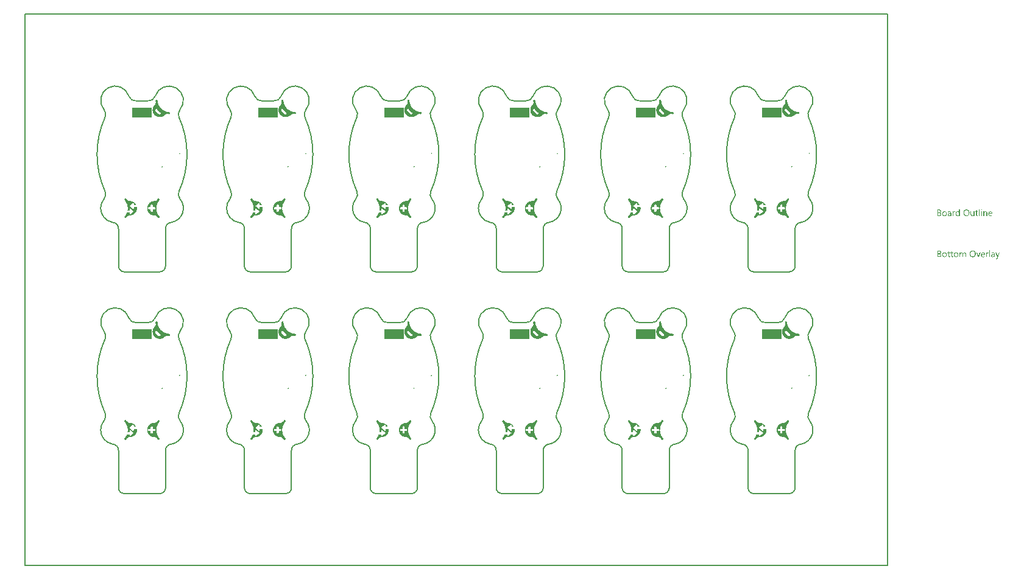
<source format=gbo>
G04*
G04 #@! TF.GenerationSoftware,Altium Limited,Altium Designer,21.9.2 (33)*
G04*
G04 Layer_Color=32896*
%FSAX25Y25*%
%MOIN*%
G70*
G04*
G04 #@! TF.SameCoordinates,9F9AC68D-029E-4633-ADBB-40B06648E365*
G04*
G04*
G04 #@! TF.FilePolarity,Positive*
G04*
G01*
G75*
%ADD17C,0.00787*%
%ADD36C,0.00591*%
%ADD57R,0.11122X0.05315*%
G36*
X0396784Y0235434D02*
X0396846Y0235423D01*
X0396906Y0235406D01*
X0396965Y0235382D01*
X0397020Y0235351D01*
X0397071Y0235315D01*
X0397118Y0235273D01*
X0397160Y0235226D01*
X0397197Y0235174D01*
X0397228Y0235119D01*
X0397252Y0235061D01*
X0397269Y0235000D01*
X0397280Y0234938D01*
X0397280Y0234924D01*
X0397281Y0234924D01*
X0397281Y0234923D01*
X0397287Y0234849D01*
X0397313Y0234624D01*
X0397346Y0234400D01*
X0397387Y0234177D01*
X0397434Y0233956D01*
X0397490Y0233737D01*
X0397552Y0233519D01*
X0397621Y0233304D01*
X0397697Y0233090D01*
X0397780Y0232880D01*
X0397870Y0232672D01*
X0397967Y0232468D01*
X0398071Y0232266D01*
X0398180Y0232069D01*
X0398297Y0231875D01*
X0398419Y0231684D01*
X0398548Y0231498D01*
X0398683Y0231317D01*
X0398824Y0231139D01*
X0398970Y0230967D01*
X0399122Y0230799D01*
X0399279Y0230636D01*
X0399442Y0230479D01*
X0399610Y0230327D01*
X0399782Y0230181D01*
X0399960Y0230040D01*
X0400141Y0229905D01*
X0400327Y0229776D01*
X0400518Y0229654D01*
X0400712Y0229537D01*
X0400910Y0229428D01*
X0401111Y0229324D01*
X0401315Y0229227D01*
X0401523Y0229137D01*
X0401733Y0229054D01*
X0401947Y0228978D01*
X0402162Y0228909D01*
X0402380Y0228847D01*
X0402599Y0228791D01*
X0402820Y0228744D01*
X0403043Y0228703D01*
X0403267Y0228670D01*
X0403492Y0228644D01*
X0403571Y0228638D01*
X0403572Y0228638D01*
X0403572Y0228637D01*
X0403586Y0228636D01*
X0403649Y0228625D01*
X0403710Y0228608D01*
X0403768Y0228584D01*
X0403824Y0228553D01*
X0403876Y0228516D01*
X0403923Y0228474D01*
X0403965Y0228427D01*
X0404002Y0228375D01*
X0404032Y0228320D01*
X0404057Y0228261D01*
X0404074Y0228200D01*
X0404085Y0228138D01*
X0404088Y0228075D01*
X0404085Y0228011D01*
X0404074Y0227949D01*
X0404057Y0227888D01*
X0404032Y0227830D01*
X0404002Y0227774D01*
X0403965Y0227722D01*
X0403923Y0227675D01*
X0403876Y0227633D01*
X0403824Y0227596D01*
X0403768Y0227566D01*
X0403710Y0227541D01*
X0403649Y0227524D01*
X0403586Y0227513D01*
X0403523Y0227510D01*
X0403474Y0227513D01*
X0403474Y0227512D01*
X0403474Y0227512D01*
X0403418Y0227517D01*
X0403167Y0227545D01*
X0402917Y0227580D01*
Y0227580D01*
X0402917Y0227580D01*
X0402913Y0227581D01*
X0402913Y0227581D01*
X0402846Y0227591D01*
X0402726Y0227602D01*
X0402605Y0227606D01*
X0402485Y0227602D01*
X0402365Y0227591D01*
X0402246Y0227573D01*
X0402128Y0227548D01*
X0402012Y0227515D01*
X0401898Y0227476D01*
X0401787Y0227430D01*
X0401679Y0227377D01*
X0401574Y0227318D01*
X0401473Y0227253D01*
X0401375Y0227181D01*
X0401283Y0227104D01*
X0401208Y0227033D01*
X0401208Y0227033D01*
X0401109Y0226939D01*
X0400980Y0226826D01*
X0400847Y0226719D01*
X0400709Y0226618D01*
X0400568Y0226523D01*
X0400422Y0226435D01*
X0400272Y0226353D01*
X0400119Y0226277D01*
X0399963Y0226208D01*
X0399804Y0226147D01*
X0399642Y0226092D01*
X0399478Y0226044D01*
X0399312Y0226004D01*
X0399145Y0225970D01*
X0398976Y0225944D01*
X0398807Y0225926D01*
X0398636Y0225914D01*
X0398466Y0225911D01*
X0398295Y0225914D01*
X0398125Y0225926D01*
X0397955Y0225944D01*
X0397786Y0225970D01*
X0397619Y0226004D01*
X0397453Y0226044D01*
X0397289Y0226092D01*
X0397128Y0226147D01*
X0396969Y0226208D01*
X0396812Y0226277D01*
X0396659Y0226353D01*
X0396510Y0226435D01*
X0396364Y0226523D01*
X0396222Y0226618D01*
X0396084Y0226719D01*
X0395951Y0226826D01*
X0395823Y0226939D01*
X0395700Y0227057D01*
X0395582Y0227180D01*
X0395469Y0227308D01*
X0395362Y0227441D01*
X0395261Y0227579D01*
X0395166Y0227721D01*
X0395078Y0227867D01*
X0394996Y0228016D01*
X0394920Y0228169D01*
X0394851Y0228326D01*
X0394790Y0228485D01*
X0394735Y0228646D01*
X0394687Y0228810D01*
X0394647Y0228976D01*
X0394613Y0229143D01*
X0394587Y0229312D01*
X0394569Y0229482D01*
X0394557Y0229652D01*
X0394554Y0229823D01*
X0394557Y0229993D01*
X0394569Y0230164D01*
X0394587Y0230333D01*
X0394613Y0230502D01*
X0394647Y0230669D01*
X0394687Y0230835D01*
X0394735Y0230999D01*
X0394790Y0231161D01*
X0394851Y0231320D01*
X0394920Y0231476D01*
X0394996Y0231629D01*
X0395078Y0231779D01*
X0395166Y0231925D01*
X0395261Y0232066D01*
X0395362Y0232204D01*
X0395469Y0232337D01*
X0395582Y0232466D01*
X0395679Y0232567D01*
X0395679Y0232567D01*
X0395751Y0232644D01*
X0395828Y0232736D01*
X0395899Y0232833D01*
X0395965Y0232935D01*
X0396024Y0233039D01*
X0396077Y0233148D01*
X0396123Y0233259D01*
X0396162Y0233373D01*
X0396194Y0233489D01*
X0396220Y0233607D01*
X0396238Y0233726D01*
X0396249Y0233846D01*
X0396252Y0233966D01*
X0396249Y0234087D01*
X0396238Y0234207D01*
X0396228Y0234272D01*
X0396228Y0234272D01*
X0396227Y0234276D01*
X0396227Y0234276D01*
X0396193Y0234519D01*
X0396165Y0234770D01*
X0396161Y0234826D01*
X0396160Y0234826D01*
Y0234826D01*
X0396161Y0234826D01*
X0396158Y0234875D01*
X0396162Y0234938D01*
X0396172Y0235000D01*
X0396190Y0235061D01*
X0396214Y0235119D01*
X0396244Y0235174D01*
X0396281Y0235226D01*
X0396323Y0235273D01*
X0396370Y0235315D01*
X0396421Y0235351D01*
X0396477Y0235382D01*
X0396535Y0235406D01*
X0396595Y0235423D01*
X0396658Y0235434D01*
X0396721Y0235437D01*
X0396784Y0235434D01*
D02*
G37*
G36*
X0327886D02*
X0327948Y0235423D01*
X0328009Y0235406D01*
X0328067Y0235382D01*
X0328122Y0235351D01*
X0328174Y0235315D01*
X0328221Y0235273D01*
X0328263Y0235226D01*
X0328299Y0235174D01*
X0328330Y0235119D01*
X0328354Y0235061D01*
X0328371Y0235000D01*
X0328382Y0234938D01*
X0328383Y0234924D01*
X0328383Y0234924D01*
X0328383Y0234923D01*
X0328390Y0234849D01*
X0328415Y0234624D01*
X0328449Y0234400D01*
X0328489Y0234177D01*
X0328537Y0233956D01*
X0328592Y0233737D01*
X0328654Y0233519D01*
X0328723Y0233304D01*
X0328800Y0233090D01*
X0328883Y0232880D01*
X0328973Y0232672D01*
X0329069Y0232468D01*
X0329173Y0232266D01*
X0329283Y0232069D01*
X0329399Y0231875D01*
X0329522Y0231684D01*
X0329651Y0231498D01*
X0329785Y0231317D01*
X0329926Y0231139D01*
X0330072Y0230967D01*
X0330224Y0230799D01*
X0330382Y0230636D01*
X0330544Y0230479D01*
X0330712Y0230327D01*
X0330885Y0230181D01*
X0331062Y0230040D01*
X0331244Y0229905D01*
X0331430Y0229776D01*
X0331620Y0229654D01*
X0331814Y0229537D01*
X0332012Y0229428D01*
X0332213Y0229324D01*
X0332418Y0229227D01*
X0332625Y0229137D01*
X0332836Y0229054D01*
X0333049Y0228978D01*
X0333264Y0228909D01*
X0333482Y0228847D01*
X0333702Y0228791D01*
X0333923Y0228744D01*
X0334145Y0228703D01*
X0334369Y0228670D01*
X0334594Y0228644D01*
X0334674Y0228638D01*
X0334674Y0228638D01*
X0334674Y0228637D01*
X0334689Y0228636D01*
X0334751Y0228625D01*
X0334812Y0228608D01*
X0334871Y0228584D01*
X0334926Y0228553D01*
X0334978Y0228516D01*
X0335025Y0228474D01*
X0335067Y0228427D01*
X0335104Y0228375D01*
X0335135Y0228320D01*
X0335159Y0228261D01*
X0335176Y0228200D01*
X0335187Y0228138D01*
X0335191Y0228075D01*
X0335187Y0228011D01*
X0335176Y0227949D01*
X0335159Y0227888D01*
X0335135Y0227830D01*
X0335104Y0227774D01*
X0335067Y0227722D01*
X0335025Y0227675D01*
X0334978Y0227633D01*
X0334926Y0227596D01*
X0334871Y0227566D01*
X0334812Y0227541D01*
X0334751Y0227524D01*
X0334689Y0227513D01*
X0334626Y0227510D01*
X0334577Y0227513D01*
X0334577Y0227512D01*
X0334577Y0227512D01*
X0334521Y0227517D01*
X0334269Y0227545D01*
X0334020Y0227580D01*
Y0227580D01*
X0334019Y0227580D01*
X0334016Y0227581D01*
X0334015Y0227581D01*
X0333948Y0227591D01*
X0333828Y0227602D01*
X0333708Y0227606D01*
X0333587Y0227602D01*
X0333468Y0227591D01*
X0333348Y0227573D01*
X0333231Y0227548D01*
X0333115Y0227515D01*
X0333001Y0227476D01*
X0332889Y0227430D01*
X0332781Y0227377D01*
X0332676Y0227318D01*
X0332575Y0227253D01*
X0332478Y0227181D01*
X0332385Y0227104D01*
X0332310Y0227033D01*
X0332310Y0227033D01*
X0332211Y0226939D01*
X0332083Y0226826D01*
X0331949Y0226719D01*
X0331812Y0226618D01*
X0331670Y0226523D01*
X0331524Y0226435D01*
X0331374Y0226353D01*
X0331221Y0226277D01*
X0331065Y0226208D01*
X0330906Y0226147D01*
X0330744Y0226092D01*
X0330581Y0226044D01*
X0330415Y0226004D01*
X0330247Y0225970D01*
X0330079Y0225944D01*
X0329909Y0225926D01*
X0329739Y0225914D01*
X0329568Y0225911D01*
X0329397Y0225914D01*
X0329227Y0225926D01*
X0329058Y0225944D01*
X0328889Y0225970D01*
X0328721Y0226004D01*
X0328556Y0226044D01*
X0328392Y0226092D01*
X0328230Y0226147D01*
X0328071Y0226208D01*
X0327915Y0226277D01*
X0327762Y0226353D01*
X0327612Y0226435D01*
X0327466Y0226523D01*
X0327324Y0226618D01*
X0327187Y0226719D01*
X0327053Y0226826D01*
X0326925Y0226939D01*
X0326802Y0227057D01*
X0326684Y0227180D01*
X0326571Y0227308D01*
X0326465Y0227441D01*
X0326364Y0227579D01*
X0326269Y0227721D01*
X0326180Y0227867D01*
X0326098Y0228016D01*
X0326023Y0228169D01*
X0325954Y0228326D01*
X0325892Y0228485D01*
X0325837Y0228646D01*
X0325789Y0228810D01*
X0325749Y0228976D01*
X0325716Y0229143D01*
X0325690Y0229312D01*
X0325671Y0229482D01*
X0325660Y0229652D01*
X0325656Y0229823D01*
X0325660Y0229993D01*
X0325671Y0230164D01*
X0325690Y0230333D01*
X0325716Y0230502D01*
X0325749Y0230669D01*
X0325789Y0230835D01*
X0325837Y0230999D01*
X0325892Y0231161D01*
X0325954Y0231320D01*
X0326023Y0231476D01*
X0326098Y0231629D01*
X0326180Y0231779D01*
X0326269Y0231925D01*
X0326364Y0232066D01*
X0326465Y0232204D01*
X0326571Y0232337D01*
X0326684Y0232466D01*
X0326781Y0232567D01*
X0326781Y0232567D01*
X0326853Y0232644D01*
X0326930Y0232736D01*
X0327002Y0232833D01*
X0327067Y0232935D01*
X0327126Y0233039D01*
X0327179Y0233148D01*
X0327225Y0233259D01*
X0327264Y0233373D01*
X0327297Y0233489D01*
X0327322Y0233607D01*
X0327340Y0233726D01*
X0327351Y0233846D01*
X0327355Y0233966D01*
X0327351Y0234087D01*
X0327340Y0234207D01*
X0327330Y0234272D01*
X0327330Y0234272D01*
X0327330Y0234276D01*
X0327330Y0234276D01*
X0327295Y0234519D01*
X0327268Y0234770D01*
X0327263Y0234826D01*
X0327263Y0234826D01*
Y0234826D01*
X0327263Y0234826D01*
X0327260Y0234875D01*
X0327264Y0234938D01*
X0327274Y0235000D01*
X0327292Y0235061D01*
X0327316Y0235119D01*
X0327347Y0235174D01*
X0327383Y0235226D01*
X0327425Y0235273D01*
X0327472Y0235315D01*
X0327524Y0235351D01*
X0327579Y0235382D01*
X0327637Y0235406D01*
X0327698Y0235423D01*
X0327760Y0235434D01*
X0327823Y0235437D01*
X0327886Y0235434D01*
D02*
G37*
G36*
X0258988D02*
X0259050Y0235423D01*
X0259111Y0235406D01*
X0259169Y0235382D01*
X0259225Y0235351D01*
X0259276Y0235315D01*
X0259323Y0235273D01*
X0259365Y0235226D01*
X0259402Y0235174D01*
X0259432Y0235119D01*
X0259456Y0235061D01*
X0259474Y0235000D01*
X0259484Y0234938D01*
X0259485Y0234924D01*
X0259486Y0234924D01*
X0259486Y0234923D01*
X0259492Y0234849D01*
X0259518Y0234624D01*
X0259551Y0234400D01*
X0259592Y0234177D01*
X0259639Y0233956D01*
X0259694Y0233737D01*
X0259756Y0233519D01*
X0259826Y0233304D01*
X0259902Y0233090D01*
X0259985Y0232880D01*
X0260075Y0232672D01*
X0260172Y0232468D01*
X0260275Y0232266D01*
X0260385Y0232069D01*
X0260502Y0231875D01*
X0260624Y0231684D01*
X0260753Y0231498D01*
X0260888Y0231317D01*
X0261028Y0231139D01*
X0261175Y0230967D01*
X0261327Y0230799D01*
X0261484Y0230636D01*
X0261647Y0230479D01*
X0261814Y0230327D01*
X0261987Y0230181D01*
X0262164Y0230040D01*
X0262346Y0229905D01*
X0262532Y0229776D01*
X0262722Y0229654D01*
X0262916Y0229537D01*
X0263114Y0229428D01*
X0263316Y0229324D01*
X0263520Y0229227D01*
X0263728Y0229137D01*
X0263938Y0229054D01*
X0264151Y0228978D01*
X0264367Y0228909D01*
X0264584Y0228847D01*
X0264804Y0228791D01*
X0265025Y0228744D01*
X0265248Y0228703D01*
X0265472Y0228670D01*
X0265697Y0228644D01*
X0265776Y0228638D01*
X0265777Y0228638D01*
X0265777Y0228637D01*
X0265791Y0228636D01*
X0265854Y0228625D01*
X0265915Y0228608D01*
X0265973Y0228584D01*
X0266029Y0228553D01*
X0266080Y0228516D01*
X0266128Y0228474D01*
X0266170Y0228427D01*
X0266206Y0228375D01*
X0266237Y0228320D01*
X0266261Y0228261D01*
X0266279Y0228200D01*
X0266289Y0228138D01*
X0266293Y0228075D01*
X0266289Y0228011D01*
X0266279Y0227949D01*
X0266261Y0227888D01*
X0266237Y0227830D01*
X0266206Y0227774D01*
X0266170Y0227722D01*
X0266128Y0227675D01*
X0266080Y0227633D01*
X0266029Y0227596D01*
X0265973Y0227566D01*
X0265915Y0227541D01*
X0265854Y0227524D01*
X0265791Y0227513D01*
X0265728Y0227510D01*
X0265679Y0227513D01*
X0265679Y0227512D01*
X0265679Y0227512D01*
X0265623Y0227517D01*
X0265372Y0227545D01*
X0265122Y0227580D01*
Y0227580D01*
X0265122Y0227580D01*
X0265118Y0227581D01*
X0265118Y0227581D01*
X0265051Y0227591D01*
X0264931Y0227602D01*
X0264810Y0227606D01*
X0264690Y0227602D01*
X0264570Y0227591D01*
X0264451Y0227573D01*
X0264333Y0227548D01*
X0264217Y0227515D01*
X0264103Y0227476D01*
X0263992Y0227430D01*
X0263883Y0227377D01*
X0263778Y0227318D01*
X0263677Y0227253D01*
X0263580Y0227181D01*
X0263488Y0227104D01*
X0263412Y0227033D01*
X0263412Y0227033D01*
X0263313Y0226939D01*
X0263185Y0226826D01*
X0263052Y0226719D01*
X0262914Y0226618D01*
X0262772Y0226523D01*
X0262626Y0226435D01*
X0262477Y0226353D01*
X0262324Y0226277D01*
X0262168Y0226208D01*
X0262008Y0226147D01*
X0261847Y0226092D01*
X0261683Y0226044D01*
X0261517Y0226004D01*
X0261350Y0225970D01*
X0261181Y0225944D01*
X0261011Y0225926D01*
X0260841Y0225914D01*
X0260670Y0225911D01*
X0260500Y0225914D01*
X0260330Y0225926D01*
X0260160Y0225944D01*
X0259991Y0225970D01*
X0259824Y0226004D01*
X0259658Y0226044D01*
X0259494Y0226092D01*
X0259332Y0226147D01*
X0259173Y0226208D01*
X0259017Y0226277D01*
X0258864Y0226353D01*
X0258715Y0226435D01*
X0258569Y0226523D01*
X0258427Y0226618D01*
X0258289Y0226719D01*
X0258156Y0226826D01*
X0258028Y0226939D01*
X0257904Y0227057D01*
X0257786Y0227180D01*
X0257674Y0227308D01*
X0257567Y0227441D01*
X0257466Y0227579D01*
X0257371Y0227721D01*
X0257283Y0227867D01*
X0257201Y0228016D01*
X0257125Y0228169D01*
X0257056Y0228326D01*
X0256994Y0228485D01*
X0256940Y0228646D01*
X0256892Y0228810D01*
X0256851Y0228976D01*
X0256818Y0229143D01*
X0256792Y0229312D01*
X0256773Y0229482D01*
X0256762Y0229652D01*
X0256758Y0229823D01*
X0256762Y0229993D01*
X0256773Y0230164D01*
X0256792Y0230333D01*
X0256818Y0230502D01*
X0256851Y0230669D01*
X0256892Y0230835D01*
X0256940Y0230999D01*
X0256994Y0231161D01*
X0257056Y0231320D01*
X0257125Y0231476D01*
X0257201Y0231629D01*
X0257283Y0231779D01*
X0257371Y0231925D01*
X0257466Y0232066D01*
X0257567Y0232204D01*
X0257674Y0232337D01*
X0257786Y0232466D01*
X0257884Y0232567D01*
X0257884Y0232567D01*
X0257956Y0232644D01*
X0258033Y0232736D01*
X0258104Y0232833D01*
X0258170Y0232935D01*
X0258229Y0233039D01*
X0258281Y0233148D01*
X0258328Y0233259D01*
X0258367Y0233373D01*
X0258399Y0233489D01*
X0258424Y0233607D01*
X0258443Y0233726D01*
X0258453Y0233846D01*
X0258457Y0233966D01*
X0258453Y0234087D01*
X0258443Y0234207D01*
X0258433Y0234272D01*
X0258433Y0234272D01*
X0258432Y0234276D01*
X0258432Y0234276D01*
X0258398Y0234519D01*
X0258370Y0234770D01*
X0258366Y0234826D01*
X0258365Y0234826D01*
Y0234826D01*
X0258366Y0234826D01*
X0258363Y0234875D01*
X0258366Y0234938D01*
X0258377Y0235000D01*
X0258394Y0235061D01*
X0258418Y0235119D01*
X0258449Y0235174D01*
X0258486Y0235226D01*
X0258527Y0235273D01*
X0258575Y0235315D01*
X0258626Y0235351D01*
X0258681Y0235382D01*
X0258739Y0235406D01*
X0258800Y0235423D01*
X0258862Y0235434D01*
X0258925Y0235437D01*
X0258988Y0235434D01*
D02*
G37*
G36*
X0190091D02*
X0190153Y0235423D01*
X0190214Y0235406D01*
X0190272Y0235382D01*
X0190327Y0235351D01*
X0190378Y0235315D01*
X0190426Y0235273D01*
X0190468Y0235226D01*
X0190504Y0235174D01*
X0190535Y0235119D01*
X0190559Y0235061D01*
X0190576Y0235000D01*
X0190587Y0234938D01*
X0190588Y0234924D01*
X0190588Y0234924D01*
X0190588Y0234923D01*
X0190594Y0234849D01*
X0190620Y0234624D01*
X0190653Y0234400D01*
X0190694Y0234177D01*
X0190742Y0233956D01*
X0190797Y0233737D01*
X0190859Y0233519D01*
X0190928Y0233304D01*
X0191004Y0233090D01*
X0191087Y0232880D01*
X0191177Y0232672D01*
X0191274Y0232468D01*
X0191378Y0232266D01*
X0191488Y0232069D01*
X0191604Y0231875D01*
X0191727Y0231684D01*
X0191855Y0231498D01*
X0191990Y0231317D01*
X0192131Y0231139D01*
X0192277Y0230967D01*
X0192429Y0230799D01*
X0192587Y0230636D01*
X0192749Y0230479D01*
X0192917Y0230327D01*
X0193089Y0230181D01*
X0193267Y0230040D01*
X0193448Y0229905D01*
X0193635Y0229776D01*
X0193825Y0229654D01*
X0194019Y0229537D01*
X0194217Y0229428D01*
X0194418Y0229324D01*
X0194623Y0229227D01*
X0194830Y0229137D01*
X0195041Y0229054D01*
X0195254Y0228978D01*
X0195469Y0228909D01*
X0195687Y0228847D01*
X0195906Y0228791D01*
X0196127Y0228744D01*
X0196350Y0228703D01*
X0196574Y0228670D01*
X0196799Y0228644D01*
X0196878Y0228638D01*
X0196879Y0228638D01*
X0196879Y0228637D01*
X0196894Y0228636D01*
X0196956Y0228625D01*
X0197017Y0228608D01*
X0197076Y0228584D01*
X0197131Y0228553D01*
X0197183Y0228516D01*
X0197230Y0228474D01*
X0197272Y0228427D01*
X0197309Y0228375D01*
X0197339Y0228320D01*
X0197364Y0228261D01*
X0197381Y0228200D01*
X0197392Y0228138D01*
X0197395Y0228075D01*
X0197392Y0228011D01*
X0197381Y0227949D01*
X0197364Y0227888D01*
X0197339Y0227830D01*
X0197309Y0227774D01*
X0197272Y0227722D01*
X0197230Y0227675D01*
X0197183Y0227633D01*
X0197131Y0227596D01*
X0197076Y0227566D01*
X0197017Y0227541D01*
X0196956Y0227524D01*
X0196894Y0227513D01*
X0196830Y0227510D01*
X0196781Y0227513D01*
X0196781Y0227512D01*
X0196781Y0227512D01*
X0196725Y0227517D01*
X0196474Y0227545D01*
X0196224Y0227580D01*
Y0227580D01*
X0196224Y0227580D01*
X0196220Y0227581D01*
X0196220Y0227581D01*
X0196153Y0227591D01*
X0196033Y0227602D01*
X0195913Y0227606D01*
X0195792Y0227602D01*
X0195672Y0227591D01*
X0195553Y0227573D01*
X0195435Y0227548D01*
X0195319Y0227515D01*
X0195205Y0227476D01*
X0195094Y0227430D01*
X0194986Y0227377D01*
X0194881Y0227318D01*
X0194780Y0227253D01*
X0194683Y0227181D01*
X0194590Y0227104D01*
X0194515Y0227033D01*
X0194515Y0227033D01*
X0194416Y0226939D01*
X0194287Y0226826D01*
X0194154Y0226719D01*
X0194017Y0226618D01*
X0193875Y0226523D01*
X0193729Y0226435D01*
X0193579Y0226353D01*
X0193426Y0226277D01*
X0193270Y0226208D01*
X0193111Y0226147D01*
X0192949Y0226092D01*
X0192785Y0226044D01*
X0192620Y0226004D01*
X0192452Y0225970D01*
X0192283Y0225944D01*
X0192114Y0225926D01*
X0191944Y0225914D01*
X0191773Y0225911D01*
X0191602Y0225914D01*
X0191432Y0225926D01*
X0191262Y0225944D01*
X0191094Y0225970D01*
X0190926Y0226004D01*
X0190760Y0226044D01*
X0190596Y0226092D01*
X0190435Y0226147D01*
X0190276Y0226208D01*
X0190120Y0226277D01*
X0189966Y0226353D01*
X0189817Y0226435D01*
X0189671Y0226523D01*
X0189529Y0226618D01*
X0189391Y0226719D01*
X0189258Y0226826D01*
X0189130Y0226939D01*
X0189007Y0227057D01*
X0188889Y0227180D01*
X0188776Y0227308D01*
X0188669Y0227441D01*
X0188568Y0227579D01*
X0188473Y0227721D01*
X0188385Y0227867D01*
X0188303Y0228016D01*
X0188227Y0228169D01*
X0188159Y0228326D01*
X0188097Y0228485D01*
X0188042Y0228646D01*
X0187994Y0228810D01*
X0187954Y0228976D01*
X0187920Y0229143D01*
X0187894Y0229312D01*
X0187876Y0229482D01*
X0187865Y0229652D01*
X0187861Y0229823D01*
X0187865Y0229993D01*
X0187876Y0230164D01*
X0187894Y0230333D01*
X0187920Y0230502D01*
X0187954Y0230669D01*
X0187994Y0230835D01*
X0188042Y0230999D01*
X0188097Y0231161D01*
X0188159Y0231320D01*
X0188227Y0231476D01*
X0188303Y0231629D01*
X0188385Y0231779D01*
X0188473Y0231925D01*
X0188568Y0232066D01*
X0188669Y0232204D01*
X0188776Y0232337D01*
X0188889Y0232466D01*
X0188986Y0232567D01*
X0188986Y0232567D01*
X0189058Y0232644D01*
X0189135Y0232736D01*
X0189207Y0232833D01*
X0189272Y0232935D01*
X0189331Y0233039D01*
X0189384Y0233148D01*
X0189430Y0233259D01*
X0189469Y0233373D01*
X0189502Y0233489D01*
X0189527Y0233607D01*
X0189545Y0233726D01*
X0189556Y0233846D01*
X0189559Y0233966D01*
X0189556Y0234087D01*
X0189545Y0234207D01*
X0189535Y0234272D01*
X0189535Y0234272D01*
X0189534Y0234276D01*
X0189534Y0234276D01*
X0189500Y0234519D01*
X0189472Y0234770D01*
X0189468Y0234826D01*
X0189467Y0234826D01*
Y0234826D01*
X0189468Y0234826D01*
X0189465Y0234875D01*
X0189469Y0234938D01*
X0189479Y0235000D01*
X0189497Y0235061D01*
X0189521Y0235119D01*
X0189551Y0235174D01*
X0189588Y0235226D01*
X0189630Y0235273D01*
X0189677Y0235315D01*
X0189728Y0235351D01*
X0189784Y0235382D01*
X0189842Y0235406D01*
X0189902Y0235423D01*
X0189965Y0235434D01*
X0190028Y0235437D01*
X0190091Y0235434D01*
D02*
G37*
G36*
X0121193D02*
X0121255Y0235423D01*
X0121316Y0235406D01*
X0121374Y0235382D01*
X0121429Y0235351D01*
X0121481Y0235315D01*
X0121528Y0235273D01*
X0121570Y0235226D01*
X0121606Y0235174D01*
X0121637Y0235119D01*
X0121661Y0235061D01*
X0121679Y0235000D01*
X0121689Y0234938D01*
X0121690Y0234924D01*
X0121690Y0234924D01*
X0121691Y0234923D01*
X0121697Y0234849D01*
X0121723Y0234624D01*
X0121756Y0234400D01*
X0121796Y0234177D01*
X0121844Y0233956D01*
X0121899Y0233737D01*
X0121961Y0233519D01*
X0122030Y0233304D01*
X0122107Y0233090D01*
X0122190Y0232880D01*
X0122280Y0232672D01*
X0122377Y0232468D01*
X0122480Y0232266D01*
X0122590Y0232069D01*
X0122706Y0231875D01*
X0122829Y0231684D01*
X0122958Y0231498D01*
X0123092Y0231317D01*
X0123233Y0231139D01*
X0123380Y0230967D01*
X0123532Y0230799D01*
X0123689Y0230636D01*
X0123852Y0230479D01*
X0124019Y0230327D01*
X0124192Y0230181D01*
X0124369Y0230040D01*
X0124551Y0229905D01*
X0124737Y0229776D01*
X0124927Y0229654D01*
X0125121Y0229537D01*
X0125319Y0229428D01*
X0125520Y0229324D01*
X0125725Y0229227D01*
X0125933Y0229137D01*
X0126143Y0229054D01*
X0126356Y0228978D01*
X0126572Y0228909D01*
X0126789Y0228847D01*
X0127009Y0228791D01*
X0127230Y0228744D01*
X0127453Y0228703D01*
X0127676Y0228670D01*
X0127901Y0228644D01*
X0127981Y0228638D01*
X0127981Y0228638D01*
X0127981Y0228637D01*
X0127996Y0228636D01*
X0128059Y0228625D01*
X0128119Y0228608D01*
X0128178Y0228584D01*
X0128233Y0228553D01*
X0128285Y0228516D01*
X0128332Y0228474D01*
X0128375Y0228427D01*
X0128411Y0228375D01*
X0128442Y0228320D01*
X0128466Y0228261D01*
X0128484Y0228200D01*
X0128494Y0228138D01*
X0128498Y0228075D01*
X0128494Y0228011D01*
X0128484Y0227949D01*
X0128466Y0227888D01*
X0128442Y0227830D01*
X0128411Y0227774D01*
X0128375Y0227722D01*
X0128332Y0227675D01*
X0128285Y0227633D01*
X0128233Y0227596D01*
X0128178Y0227566D01*
X0128119Y0227541D01*
X0128059Y0227524D01*
X0127996Y0227513D01*
X0127933Y0227510D01*
X0127884Y0227513D01*
X0127884Y0227512D01*
X0127884Y0227512D01*
X0127828Y0227517D01*
X0127576Y0227545D01*
X0127327Y0227580D01*
Y0227580D01*
X0127326Y0227580D01*
X0127323Y0227581D01*
X0127322Y0227581D01*
X0127255Y0227591D01*
X0127135Y0227602D01*
X0127015Y0227606D01*
X0126895Y0227602D01*
X0126775Y0227591D01*
X0126655Y0227573D01*
X0126538Y0227548D01*
X0126422Y0227515D01*
X0126308Y0227476D01*
X0126197Y0227430D01*
X0126088Y0227377D01*
X0125983Y0227318D01*
X0125882Y0227253D01*
X0125785Y0227181D01*
X0125692Y0227104D01*
X0125617Y0227033D01*
X0125617Y0227033D01*
X0125518Y0226939D01*
X0125390Y0226826D01*
X0125257Y0226719D01*
X0125119Y0226618D01*
X0124977Y0226523D01*
X0124831Y0226435D01*
X0124681Y0226353D01*
X0124529Y0226277D01*
X0124372Y0226208D01*
X0124213Y0226147D01*
X0124051Y0226092D01*
X0123888Y0226044D01*
X0123722Y0226004D01*
X0123555Y0225970D01*
X0123386Y0225944D01*
X0123216Y0225926D01*
X0123046Y0225914D01*
X0122875Y0225911D01*
X0122705Y0225914D01*
X0122534Y0225926D01*
X0122365Y0225944D01*
X0122196Y0225970D01*
X0122029Y0226004D01*
X0121863Y0226044D01*
X0121699Y0226092D01*
X0121537Y0226147D01*
X0121378Y0226208D01*
X0121222Y0226277D01*
X0121069Y0226353D01*
X0120919Y0226435D01*
X0120773Y0226523D01*
X0120631Y0226618D01*
X0120494Y0226719D01*
X0120361Y0226826D01*
X0120232Y0226939D01*
X0120109Y0227057D01*
X0119991Y0227180D01*
X0119878Y0227308D01*
X0119772Y0227441D01*
X0119671Y0227579D01*
X0119576Y0227721D01*
X0119487Y0227867D01*
X0119405Y0228016D01*
X0119330Y0228169D01*
X0119261Y0228326D01*
X0119199Y0228485D01*
X0119144Y0228646D01*
X0119097Y0228810D01*
X0119056Y0228976D01*
X0119023Y0229143D01*
X0118997Y0229312D01*
X0118978Y0229482D01*
X0118967Y0229652D01*
X0118963Y0229823D01*
X0118967Y0229993D01*
X0118978Y0230164D01*
X0118997Y0230333D01*
X0119023Y0230502D01*
X0119056Y0230669D01*
X0119097Y0230835D01*
X0119144Y0230999D01*
X0119199Y0231161D01*
X0119261Y0231320D01*
X0119330Y0231476D01*
X0119405Y0231629D01*
X0119487Y0231779D01*
X0119576Y0231925D01*
X0119671Y0232066D01*
X0119772Y0232204D01*
X0119878Y0232337D01*
X0119991Y0232466D01*
X0120088Y0232567D01*
X0120088Y0232567D01*
X0120160Y0232644D01*
X0120237Y0232736D01*
X0120309Y0232833D01*
X0120374Y0232935D01*
X0120433Y0233039D01*
X0120486Y0233148D01*
X0120532Y0233259D01*
X0120572Y0233373D01*
X0120604Y0233489D01*
X0120629Y0233607D01*
X0120647Y0233726D01*
X0120658Y0233846D01*
X0120662Y0233966D01*
X0120658Y0234087D01*
X0120647Y0234207D01*
X0120637Y0234272D01*
X0120638Y0234272D01*
X0120637Y0234276D01*
X0120637Y0234276D01*
X0120602Y0234519D01*
X0120575Y0234770D01*
X0120570Y0234826D01*
X0120570Y0234826D01*
Y0234826D01*
X0120570Y0234826D01*
X0120568Y0234875D01*
X0120571Y0234938D01*
X0120582Y0235000D01*
X0120599Y0235061D01*
X0120623Y0235119D01*
X0120654Y0235174D01*
X0120690Y0235226D01*
X0120732Y0235273D01*
X0120779Y0235315D01*
X0120831Y0235351D01*
X0120886Y0235382D01*
X0120944Y0235406D01*
X0121005Y0235423D01*
X0121067Y0235434D01*
X0121130Y0235437D01*
X0121193Y0235434D01*
D02*
G37*
G36*
X0052296D02*
X0052358Y0235423D01*
X0052418Y0235406D01*
X0052477Y0235382D01*
X0052532Y0235351D01*
X0052583Y0235315D01*
X0052630Y0235273D01*
X0052672Y0235226D01*
X0052709Y0235174D01*
X0052739Y0235119D01*
X0052763Y0235061D01*
X0052781Y0235000D01*
X0052792Y0234938D01*
X0052792Y0234924D01*
X0052793Y0234924D01*
X0052793Y0234923D01*
X0052799Y0234849D01*
X0052825Y0234624D01*
X0052858Y0234400D01*
X0052899Y0234177D01*
X0052947Y0233956D01*
X0053001Y0233737D01*
X0053064Y0233519D01*
X0053133Y0233304D01*
X0053209Y0233090D01*
X0053292Y0232880D01*
X0053382Y0232672D01*
X0053479Y0232468D01*
X0053582Y0232266D01*
X0053692Y0232069D01*
X0053809Y0231875D01*
X0053931Y0231684D01*
X0054060Y0231498D01*
X0054195Y0231317D01*
X0054336Y0231139D01*
X0054482Y0230967D01*
X0054634Y0230799D01*
X0054791Y0230636D01*
X0054954Y0230479D01*
X0055122Y0230327D01*
X0055294Y0230181D01*
X0055471Y0230040D01*
X0055653Y0229905D01*
X0055839Y0229776D01*
X0056029Y0229654D01*
X0056224Y0229537D01*
X0056422Y0229428D01*
X0056623Y0229324D01*
X0056827Y0229227D01*
X0057035Y0229137D01*
X0057245Y0229054D01*
X0057459Y0228978D01*
X0057674Y0228909D01*
X0057892Y0228847D01*
X0058111Y0228791D01*
X0058332Y0228744D01*
X0058555Y0228703D01*
X0058779Y0228670D01*
X0059004Y0228644D01*
X0059083Y0228638D01*
X0059084Y0228638D01*
X0059084Y0228637D01*
X0059099Y0228636D01*
X0059161Y0228625D01*
X0059222Y0228608D01*
X0059280Y0228584D01*
X0059336Y0228553D01*
X0059387Y0228516D01*
X0059435Y0228474D01*
X0059477Y0228427D01*
X0059514Y0228375D01*
X0059544Y0228320D01*
X0059569Y0228261D01*
X0059586Y0228200D01*
X0059597Y0228138D01*
X0059600Y0228075D01*
X0059597Y0228011D01*
X0059586Y0227949D01*
X0059569Y0227888D01*
X0059544Y0227830D01*
X0059514Y0227774D01*
X0059477Y0227722D01*
X0059435Y0227675D01*
X0059387Y0227633D01*
X0059336Y0227596D01*
X0059280Y0227566D01*
X0059222Y0227541D01*
X0059161Y0227524D01*
X0059099Y0227513D01*
X0059035Y0227510D01*
X0058986Y0227513D01*
X0058986Y0227512D01*
X0058986Y0227512D01*
X0058930Y0227517D01*
X0058679Y0227545D01*
X0058429Y0227580D01*
Y0227580D01*
X0058429Y0227580D01*
X0058425Y0227581D01*
X0058425Y0227581D01*
X0058358Y0227591D01*
X0058238Y0227602D01*
X0058117Y0227606D01*
X0057997Y0227602D01*
X0057877Y0227591D01*
X0057758Y0227573D01*
X0057640Y0227548D01*
X0057524Y0227515D01*
X0057410Y0227476D01*
X0057299Y0227430D01*
X0057191Y0227377D01*
X0057086Y0227318D01*
X0056984Y0227253D01*
X0056887Y0227181D01*
X0056795Y0227104D01*
X0056720Y0227033D01*
X0056719Y0227033D01*
X0056621Y0226939D01*
X0056492Y0226826D01*
X0056359Y0226719D01*
X0056221Y0226618D01*
X0056080Y0226523D01*
X0055934Y0226435D01*
X0055784Y0226353D01*
X0055631Y0226277D01*
X0055475Y0226208D01*
X0055316Y0226147D01*
X0055154Y0226092D01*
X0054990Y0226044D01*
X0054824Y0226004D01*
X0054657Y0225970D01*
X0054488Y0225944D01*
X0054318Y0225926D01*
X0054148Y0225914D01*
X0053978Y0225911D01*
X0053807Y0225914D01*
X0053637Y0225926D01*
X0053467Y0225944D01*
X0053298Y0225970D01*
X0053131Y0226004D01*
X0052965Y0226044D01*
X0052801Y0226092D01*
X0052640Y0226147D01*
X0052481Y0226208D01*
X0052324Y0226277D01*
X0052171Y0226353D01*
X0052022Y0226435D01*
X0051876Y0226523D01*
X0051734Y0226618D01*
X0051596Y0226719D01*
X0051463Y0226826D01*
X0051335Y0226939D01*
X0051211Y0227057D01*
X0051093Y0227180D01*
X0050981Y0227308D01*
X0050874Y0227441D01*
X0050773Y0227579D01*
X0050678Y0227721D01*
X0050590Y0227867D01*
X0050508Y0228016D01*
X0050432Y0228169D01*
X0050363Y0228326D01*
X0050302Y0228485D01*
X0050247Y0228646D01*
X0050199Y0228810D01*
X0050158Y0228976D01*
X0050125Y0229143D01*
X0050099Y0229312D01*
X0050081Y0229482D01*
X0050069Y0229652D01*
X0050066Y0229823D01*
X0050069Y0229993D01*
X0050081Y0230164D01*
X0050099Y0230333D01*
X0050125Y0230502D01*
X0050158Y0230669D01*
X0050199Y0230835D01*
X0050247Y0230999D01*
X0050302Y0231161D01*
X0050363Y0231320D01*
X0050432Y0231476D01*
X0050508Y0231629D01*
X0050590Y0231779D01*
X0050678Y0231925D01*
X0050773Y0232066D01*
X0050874Y0232204D01*
X0050981Y0232337D01*
X0051093Y0232466D01*
X0051191Y0232567D01*
X0051191Y0232567D01*
X0051263Y0232644D01*
X0051340Y0232736D01*
X0051411Y0232833D01*
X0051477Y0232935D01*
X0051536Y0233039D01*
X0051589Y0233148D01*
X0051635Y0233259D01*
X0051674Y0233373D01*
X0051706Y0233489D01*
X0051732Y0233607D01*
X0051750Y0233726D01*
X0051761Y0233846D01*
X0051764Y0233966D01*
X0051761Y0234087D01*
X0051750Y0234207D01*
X0051740Y0234272D01*
X0051740Y0234272D01*
X0051739Y0234276D01*
X0051739Y0234276D01*
X0051705Y0234519D01*
X0051677Y0234770D01*
X0051673Y0234826D01*
X0051672Y0234826D01*
Y0234826D01*
X0051673Y0234826D01*
X0051670Y0234875D01*
X0051673Y0234938D01*
X0051684Y0235000D01*
X0051701Y0235061D01*
X0051726Y0235119D01*
X0051756Y0235174D01*
X0051793Y0235226D01*
X0051835Y0235273D01*
X0051882Y0235315D01*
X0051933Y0235351D01*
X0051988Y0235382D01*
X0052047Y0235406D01*
X0052107Y0235423D01*
X0052170Y0235434D01*
X0052232Y0235437D01*
X0052296Y0235434D01*
D02*
G37*
G36*
X0397878Y0181350D02*
X0397940Y0181339D01*
X0398001Y0181322D01*
X0398059Y0181298D01*
X0398114Y0181267D01*
X0398166Y0181230D01*
X0398213Y0181188D01*
X0398255Y0181141D01*
X0398291Y0181090D01*
X0398322Y0181035D01*
X0398346Y0180976D01*
X0398364Y0180916D01*
X0398374Y0180854D01*
X0398378Y0180791D01*
X0398374Y0180728D01*
X0398364Y0180665D01*
X0398346Y0180605D01*
X0398322Y0180546D01*
X0398291Y0180491D01*
X0398255Y0180440D01*
X0398246Y0180429D01*
X0398246Y0180429D01*
X0398246Y0180429D01*
X0398197Y0180371D01*
X0398057Y0180194D01*
X0397922Y0180013D01*
X0397793Y0179826D01*
X0397670Y0179636D01*
X0397554Y0179442D01*
X0397444Y0179244D01*
X0397341Y0179043D01*
X0397244Y0178838D01*
X0397154Y0178631D01*
X0397071Y0178420D01*
X0396994Y0178207D01*
X0396925Y0177992D01*
X0396863Y0177774D01*
X0396808Y0177555D01*
X0396760Y0177333D01*
X0396720Y0177111D01*
X0396687Y0176887D01*
X0396661Y0176662D01*
X0396642Y0176437D01*
X0396631Y0176210D01*
X0396627Y0175984D01*
X0396631Y0175758D01*
X0396642Y0175532D01*
X0396661Y0175306D01*
X0396687Y0175082D01*
X0396720Y0174858D01*
X0396760Y0174635D01*
X0396808Y0174414D01*
X0396863Y0174194D01*
X0396925Y0173977D01*
X0396994Y0173761D01*
X0397071Y0173548D01*
X0397154Y0173338D01*
X0397244Y0173130D01*
X0397341Y0172925D01*
X0397444Y0172724D01*
X0397554Y0172526D01*
X0397670Y0172332D01*
X0397793Y0172142D01*
X0397922Y0171956D01*
X0398057Y0171774D01*
X0398197Y0171597D01*
X0398249Y0171536D01*
X0398249Y0171536D01*
X0398249Y0171535D01*
X0398259Y0171524D01*
X0398295Y0171473D01*
X0398326Y0171417D01*
X0398350Y0171359D01*
X0398368Y0171298D01*
X0398378Y0171235D01*
X0398382Y0171172D01*
X0398378Y0171109D01*
X0398368Y0171046D01*
X0398350Y0170985D01*
X0398326Y0170927D01*
X0398295Y0170871D01*
X0398259Y0170820D01*
X0398216Y0170773D01*
X0398169Y0170730D01*
X0398117Y0170694D01*
X0398062Y0170663D01*
X0398004Y0170639D01*
X0397943Y0170621D01*
X0397880Y0170611D01*
X0397817Y0170607D01*
X0397754Y0170611D01*
X0397691Y0170621D01*
X0397630Y0170639D01*
X0397572Y0170663D01*
X0397516Y0170694D01*
X0397465Y0170730D01*
X0397417Y0170773D01*
X0397385Y0170809D01*
X0397385Y0170809D01*
X0397385Y0170809D01*
X0397348Y0170852D01*
X0397190Y0171049D01*
X0397039Y0171251D01*
Y0171251D01*
X0397039Y0171251D01*
X0397037Y0171254D01*
X0397036Y0171254D01*
X0396996Y0171309D01*
X0396919Y0171402D01*
X0396836Y0171489D01*
X0396748Y0171572D01*
X0396656Y0171649D01*
X0396559Y0171720D01*
X0396458Y0171786D01*
X0396353Y0171845D01*
X0396245Y0171898D01*
X0396133Y0171944D01*
X0396019Y0171983D01*
X0395903Y0172015D01*
X0395785Y0172041D01*
X0395666Y0172059D01*
X0395546Y0172070D01*
X0395443Y0172073D01*
Y0172073D01*
X0395306Y0172076D01*
X0395136Y0172087D01*
X0394966Y0172106D01*
X0394797Y0172132D01*
X0394630Y0172165D01*
X0394464Y0172206D01*
X0394300Y0172253D01*
X0394139Y0172308D01*
X0393980Y0172370D01*
X0393823Y0172439D01*
X0393670Y0172514D01*
X0393521Y0172596D01*
X0393375Y0172685D01*
X0393233Y0172780D01*
X0393095Y0172881D01*
X0392962Y0172987D01*
X0392834Y0173100D01*
X0392710Y0173218D01*
X0392593Y0173341D01*
X0392480Y0173470D01*
X0392373Y0173603D01*
X0392272Y0173740D01*
X0392177Y0173882D01*
X0392089Y0174028D01*
X0392007Y0174178D01*
X0391931Y0174331D01*
X0391863Y0174487D01*
X0391801Y0174646D01*
X0391746Y0174808D01*
X0391698Y0174972D01*
X0391657Y0175138D01*
X0391624Y0175305D01*
X0391598Y0175474D01*
X0391580Y0175643D01*
X0391568Y0175814D01*
X0391565Y0175984D01*
X0391568Y0176155D01*
X0391580Y0176325D01*
X0391598Y0176495D01*
X0391624Y0176664D01*
X0391657Y0176831D01*
X0391698Y0176997D01*
X0391746Y0177161D01*
X0391801Y0177322D01*
X0391863Y0177481D01*
X0391931Y0177638D01*
X0392007Y0177791D01*
X0392089Y0177940D01*
X0392177Y0178086D01*
X0392272Y0178228D01*
X0392373Y0178366D01*
X0392480Y0178499D01*
X0392593Y0178627D01*
X0392710Y0178750D01*
X0392834Y0178868D01*
X0392962Y0178981D01*
X0393095Y0179088D01*
X0393233Y0179189D01*
X0393375Y0179284D01*
X0393521Y0179372D01*
X0393670Y0179454D01*
X0393823Y0179530D01*
X0393980Y0179598D01*
X0394139Y0179660D01*
X0394300Y0179715D01*
X0394464Y0179763D01*
X0394630Y0179804D01*
X0394797Y0179837D01*
X0394966Y0179863D01*
X0395136Y0179881D01*
X0395306Y0179893D01*
X0395447Y0179895D01*
X0395447Y0179896D01*
X0395552Y0179899D01*
X0395672Y0179910D01*
X0395791Y0179928D01*
X0395909Y0179953D01*
X0396025Y0179985D01*
X0396139Y0180025D01*
X0396250Y0180071D01*
X0396358Y0180124D01*
X0396463Y0180183D01*
X0396564Y0180248D01*
X0396661Y0180320D01*
X0396754Y0180397D01*
X0396842Y0180479D01*
X0396924Y0180567D01*
X0397001Y0180660D01*
X0397040Y0180713D01*
X0397041Y0180713D01*
X0397043Y0180716D01*
X0397043Y0180716D01*
X0397190Y0180912D01*
X0397348Y0181109D01*
X0397385Y0181152D01*
X0397385Y0181152D01*
X0397417Y0181188D01*
X0397464Y0181230D01*
X0397516Y0181267D01*
X0397571Y0181298D01*
X0397629Y0181322D01*
X0397690Y0181339D01*
X0397752Y0181350D01*
X0397815Y0181353D01*
X0397878Y0181350D01*
D02*
G37*
G36*
X0328980D02*
X0329043Y0181339D01*
X0329103Y0181322D01*
X0329162Y0181298D01*
X0329217Y0181267D01*
X0329268Y0181230D01*
X0329315Y0181188D01*
X0329357Y0181141D01*
X0329394Y0181090D01*
X0329424Y0181035D01*
X0329449Y0180976D01*
X0329466Y0180916D01*
X0329476Y0180854D01*
X0329480Y0180791D01*
X0329476Y0180728D01*
X0329466Y0180665D01*
X0329449Y0180605D01*
X0329424Y0180546D01*
X0329394Y0180491D01*
X0329357Y0180440D01*
X0329348Y0180429D01*
X0329348Y0180429D01*
X0329348Y0180429D01*
X0329300Y0180371D01*
X0329159Y0180194D01*
X0329024Y0180013D01*
X0328895Y0179826D01*
X0328773Y0179636D01*
X0328656Y0179442D01*
X0328547Y0179244D01*
X0328443Y0179043D01*
X0328346Y0178838D01*
X0328256Y0178631D01*
X0328173Y0178420D01*
X0328097Y0178207D01*
X0328028Y0177992D01*
X0327965Y0177774D01*
X0327911Y0177555D01*
X0327863Y0177333D01*
X0327822Y0177111D01*
X0327789Y0176887D01*
X0327763Y0176662D01*
X0327745Y0176437D01*
X0327734Y0176210D01*
X0327730Y0175984D01*
X0327734Y0175758D01*
X0327745Y0175532D01*
X0327763Y0175306D01*
X0327789Y0175082D01*
X0327822Y0174858D01*
X0327863Y0174635D01*
X0327911Y0174414D01*
X0327965Y0174194D01*
X0328028Y0173977D01*
X0328097Y0173761D01*
X0328173Y0173548D01*
X0328256Y0173338D01*
X0328346Y0173130D01*
X0328443Y0172925D01*
X0328547Y0172724D01*
X0328656Y0172526D01*
X0328773Y0172332D01*
X0328895Y0172142D01*
X0329024Y0171956D01*
X0329159Y0171774D01*
X0329300Y0171597D01*
X0329351Y0171536D01*
X0329352Y0171536D01*
X0329351Y0171535D01*
X0329361Y0171524D01*
X0329398Y0171473D01*
X0329428Y0171417D01*
X0329453Y0171359D01*
X0329470Y0171298D01*
X0329481Y0171235D01*
X0329484Y0171172D01*
X0329481Y0171109D01*
X0329470Y0171046D01*
X0329453Y0170985D01*
X0329428Y0170927D01*
X0329398Y0170871D01*
X0329361Y0170820D01*
X0329319Y0170773D01*
X0329272Y0170730D01*
X0329220Y0170694D01*
X0329165Y0170663D01*
X0329106Y0170639D01*
X0329045Y0170621D01*
X0328983Y0170611D01*
X0328919Y0170607D01*
X0328856Y0170611D01*
X0328794Y0170621D01*
X0328733Y0170639D01*
X0328674Y0170663D01*
X0328619Y0170694D01*
X0328567Y0170730D01*
X0328520Y0170773D01*
X0328487Y0170809D01*
X0328487Y0170809D01*
X0328487Y0170809D01*
X0328450Y0170852D01*
X0328292Y0171049D01*
X0328141Y0171251D01*
Y0171251D01*
X0328141Y0171251D01*
X0328139Y0171254D01*
X0328138Y0171254D01*
X0328098Y0171309D01*
X0328021Y0171402D01*
X0327939Y0171489D01*
X0327851Y0171572D01*
X0327758Y0171649D01*
X0327661Y0171720D01*
X0327560Y0171786D01*
X0327455Y0171845D01*
X0327347Y0171898D01*
X0327236Y0171944D01*
X0327122Y0171983D01*
X0327006Y0172015D01*
X0326888Y0172041D01*
X0326769Y0172059D01*
X0326649Y0172070D01*
X0326546Y0172073D01*
Y0172073D01*
X0326408Y0172076D01*
X0326238Y0172087D01*
X0326068Y0172106D01*
X0325900Y0172132D01*
X0325732Y0172165D01*
X0325567Y0172206D01*
X0325403Y0172253D01*
X0325241Y0172308D01*
X0325082Y0172370D01*
X0324926Y0172439D01*
X0324773Y0172514D01*
X0324623Y0172596D01*
X0324477Y0172685D01*
X0324335Y0172780D01*
X0324198Y0172881D01*
X0324064Y0172987D01*
X0323936Y0173100D01*
X0323813Y0173218D01*
X0323695Y0173341D01*
X0323582Y0173470D01*
X0323476Y0173603D01*
X0323375Y0173740D01*
X0323280Y0173882D01*
X0323191Y0174028D01*
X0323109Y0174178D01*
X0323034Y0174331D01*
X0322965Y0174487D01*
X0322903Y0174646D01*
X0322848Y0174808D01*
X0322800Y0174972D01*
X0322760Y0175138D01*
X0322727Y0175305D01*
X0322701Y0175474D01*
X0322682Y0175643D01*
X0322671Y0175814D01*
X0322667Y0175984D01*
X0322671Y0176155D01*
X0322682Y0176325D01*
X0322701Y0176495D01*
X0322727Y0176664D01*
X0322760Y0176831D01*
X0322800Y0176997D01*
X0322848Y0177161D01*
X0322903Y0177322D01*
X0322965Y0177481D01*
X0323034Y0177638D01*
X0323109Y0177791D01*
X0323191Y0177940D01*
X0323280Y0178086D01*
X0323375Y0178228D01*
X0323476Y0178366D01*
X0323582Y0178499D01*
X0323695Y0178627D01*
X0323813Y0178750D01*
X0323936Y0178868D01*
X0324064Y0178981D01*
X0324198Y0179088D01*
X0324335Y0179189D01*
X0324477Y0179284D01*
X0324623Y0179372D01*
X0324773Y0179454D01*
X0324926Y0179530D01*
X0325082Y0179598D01*
X0325241Y0179660D01*
X0325403Y0179715D01*
X0325567Y0179763D01*
X0325732Y0179804D01*
X0325900Y0179837D01*
X0326068Y0179863D01*
X0326238Y0179881D01*
X0326408Y0179893D01*
X0326549Y0179895D01*
X0326549Y0179896D01*
X0326654Y0179899D01*
X0326774Y0179910D01*
X0326893Y0179928D01*
X0327011Y0179953D01*
X0327127Y0179985D01*
X0327241Y0180025D01*
X0327352Y0180071D01*
X0327461Y0180124D01*
X0327566Y0180183D01*
X0327667Y0180248D01*
X0327764Y0180320D01*
X0327856Y0180397D01*
X0327944Y0180479D01*
X0328027Y0180567D01*
X0328104Y0180660D01*
X0328143Y0180713D01*
X0328143Y0180713D01*
X0328145Y0180716D01*
X0328146Y0180716D01*
X0328292Y0180912D01*
X0328450Y0181109D01*
X0328487Y0181152D01*
X0328487Y0181152D01*
X0328520Y0181188D01*
X0328567Y0181230D01*
X0328618Y0181267D01*
X0328673Y0181298D01*
X0328732Y0181322D01*
X0328792Y0181339D01*
X0328854Y0181350D01*
X0328918Y0181353D01*
X0328980Y0181350D01*
D02*
G37*
G36*
X0260083D02*
X0260145Y0181339D01*
X0260206Y0181322D01*
X0260264Y0181298D01*
X0260319Y0181267D01*
X0260371Y0181230D01*
X0260418Y0181188D01*
X0260460Y0181141D01*
X0260496Y0181090D01*
X0260527Y0181035D01*
X0260551Y0180976D01*
X0260568Y0180916D01*
X0260579Y0180854D01*
X0260582Y0180791D01*
X0260579Y0180728D01*
X0260568Y0180665D01*
X0260551Y0180605D01*
X0260527Y0180546D01*
X0260496Y0180491D01*
X0260460Y0180440D01*
X0260450Y0180429D01*
X0260451Y0180429D01*
X0260451Y0180429D01*
X0260402Y0180371D01*
X0260261Y0180194D01*
X0260127Y0180013D01*
X0259998Y0179826D01*
X0259875Y0179636D01*
X0259759Y0179442D01*
X0259649Y0179244D01*
X0259545Y0179043D01*
X0259449Y0178838D01*
X0259359Y0178631D01*
X0259276Y0178420D01*
X0259199Y0178207D01*
X0259130Y0177992D01*
X0259068Y0177774D01*
X0259013Y0177555D01*
X0258965Y0177333D01*
X0258925Y0177111D01*
X0258891Y0176887D01*
X0258866Y0176662D01*
X0258847Y0176437D01*
X0258836Y0176210D01*
X0258832Y0175984D01*
X0258836Y0175758D01*
X0258847Y0175532D01*
X0258866Y0175306D01*
X0258891Y0175082D01*
X0258925Y0174858D01*
X0258965Y0174635D01*
X0259013Y0174414D01*
X0259068Y0174194D01*
X0259130Y0173977D01*
X0259199Y0173761D01*
X0259276Y0173548D01*
X0259359Y0173338D01*
X0259449Y0173130D01*
X0259545Y0172925D01*
X0259649Y0172724D01*
X0259759Y0172526D01*
X0259875Y0172332D01*
X0259998Y0172142D01*
X0260127Y0171956D01*
X0260261Y0171774D01*
X0260402Y0171597D01*
X0260454Y0171536D01*
X0260454Y0171536D01*
X0260454Y0171535D01*
X0260463Y0171524D01*
X0260500Y0171473D01*
X0260531Y0171417D01*
X0260555Y0171359D01*
X0260573Y0171298D01*
X0260583Y0171235D01*
X0260587Y0171172D01*
X0260583Y0171109D01*
X0260573Y0171046D01*
X0260555Y0170985D01*
X0260531Y0170927D01*
X0260500Y0170871D01*
X0260463Y0170820D01*
X0260421Y0170773D01*
X0260374Y0170730D01*
X0260322Y0170694D01*
X0260267Y0170663D01*
X0260208Y0170639D01*
X0260147Y0170621D01*
X0260085Y0170611D01*
X0260022Y0170607D01*
X0259958Y0170611D01*
X0259896Y0170621D01*
X0259835Y0170639D01*
X0259777Y0170663D01*
X0259721Y0170694D01*
X0259669Y0170730D01*
X0259622Y0170773D01*
X0259589Y0170809D01*
X0259589Y0170809D01*
X0259589Y0170809D01*
X0259553Y0170852D01*
X0259395Y0171049D01*
X0259243Y0171251D01*
Y0171251D01*
X0259243Y0171251D01*
X0259241Y0171254D01*
X0259241Y0171254D01*
X0259201Y0171309D01*
X0259123Y0171402D01*
X0259041Y0171489D01*
X0258953Y0171572D01*
X0258861Y0171649D01*
X0258764Y0171720D01*
X0258663Y0171786D01*
X0258558Y0171845D01*
X0258449Y0171898D01*
X0258338Y0171944D01*
X0258224Y0171983D01*
X0258108Y0172015D01*
X0257990Y0172041D01*
X0257871Y0172059D01*
X0257751Y0172070D01*
X0257648Y0172073D01*
Y0172073D01*
X0257511Y0172076D01*
X0257341Y0172087D01*
X0257171Y0172106D01*
X0257002Y0172132D01*
X0256835Y0172165D01*
X0256669Y0172206D01*
X0256505Y0172253D01*
X0256344Y0172308D01*
X0256184Y0172370D01*
X0256028Y0172439D01*
X0255875Y0172514D01*
X0255726Y0172596D01*
X0255580Y0172685D01*
X0255438Y0172780D01*
X0255300Y0172881D01*
X0255167Y0172987D01*
X0255039Y0173100D01*
X0254915Y0173218D01*
X0254797Y0173341D01*
X0254685Y0173470D01*
X0254578Y0173603D01*
X0254477Y0173740D01*
X0254382Y0173882D01*
X0254294Y0174028D01*
X0254211Y0174178D01*
X0254136Y0174331D01*
X0254067Y0174487D01*
X0254005Y0174646D01*
X0253951Y0174808D01*
X0253903Y0174972D01*
X0253862Y0175138D01*
X0253829Y0175305D01*
X0253803Y0175474D01*
X0253784Y0175643D01*
X0253773Y0175814D01*
X0253769Y0175984D01*
X0253773Y0176155D01*
X0253784Y0176325D01*
X0253803Y0176495D01*
X0253829Y0176664D01*
X0253862Y0176831D01*
X0253903Y0176997D01*
X0253951Y0177161D01*
X0254005Y0177322D01*
X0254067Y0177481D01*
X0254136Y0177638D01*
X0254211Y0177791D01*
X0254294Y0177940D01*
X0254382Y0178086D01*
X0254477Y0178228D01*
X0254578Y0178366D01*
X0254685Y0178499D01*
X0254797Y0178627D01*
X0254915Y0178750D01*
X0255039Y0178868D01*
X0255167Y0178981D01*
X0255300Y0179088D01*
X0255438Y0179189D01*
X0255580Y0179284D01*
X0255726Y0179372D01*
X0255875Y0179454D01*
X0256028Y0179530D01*
X0256184Y0179598D01*
X0256344Y0179660D01*
X0256505Y0179715D01*
X0256669Y0179763D01*
X0256835Y0179804D01*
X0257002Y0179837D01*
X0257171Y0179863D01*
X0257341Y0179881D01*
X0257511Y0179893D01*
X0257651Y0179895D01*
X0257651Y0179896D01*
X0257757Y0179899D01*
X0257877Y0179910D01*
X0257996Y0179928D01*
X0258114Y0179953D01*
X0258229Y0179985D01*
X0258343Y0180025D01*
X0258455Y0180071D01*
X0258563Y0180124D01*
X0258668Y0180183D01*
X0258769Y0180248D01*
X0258866Y0180320D01*
X0258959Y0180397D01*
X0259046Y0180479D01*
X0259129Y0180567D01*
X0259206Y0180660D01*
X0259245Y0180713D01*
X0259246Y0180713D01*
X0259248Y0180716D01*
X0259248Y0180716D01*
X0259395Y0180912D01*
X0259553Y0181109D01*
X0259589Y0181152D01*
X0259589Y0181152D01*
X0259622Y0181188D01*
X0259669Y0181230D01*
X0259721Y0181267D01*
X0259776Y0181298D01*
X0259834Y0181322D01*
X0259895Y0181339D01*
X0259957Y0181350D01*
X0260020Y0181353D01*
X0260083Y0181350D01*
D02*
G37*
G36*
X0191185D02*
X0191247Y0181339D01*
X0191308Y0181322D01*
X0191366Y0181298D01*
X0191422Y0181267D01*
X0191473Y0181230D01*
X0191520Y0181188D01*
X0191562Y0181141D01*
X0191599Y0181090D01*
X0191629Y0181035D01*
X0191653Y0180976D01*
X0191671Y0180916D01*
X0191681Y0180854D01*
X0191685Y0180791D01*
X0191681Y0180728D01*
X0191671Y0180665D01*
X0191653Y0180605D01*
X0191629Y0180546D01*
X0191599Y0180491D01*
X0191562Y0180440D01*
X0191553Y0180429D01*
X0191553Y0180429D01*
X0191553Y0180429D01*
X0191504Y0180371D01*
X0191364Y0180194D01*
X0191229Y0180013D01*
X0191100Y0179826D01*
X0190978Y0179636D01*
X0190861Y0179442D01*
X0190751Y0179244D01*
X0190648Y0179043D01*
X0190551Y0178838D01*
X0190461Y0178631D01*
X0190378Y0178420D01*
X0190302Y0178207D01*
X0190232Y0177992D01*
X0190170Y0177774D01*
X0190115Y0177555D01*
X0190068Y0177333D01*
X0190027Y0177111D01*
X0189994Y0176887D01*
X0189968Y0176662D01*
X0189950Y0176437D01*
X0189938Y0176210D01*
X0189935Y0175984D01*
X0189938Y0175758D01*
X0189950Y0175532D01*
X0189968Y0175306D01*
X0189994Y0175082D01*
X0190027Y0174858D01*
X0190068Y0174635D01*
X0190115Y0174414D01*
X0190170Y0174194D01*
X0190232Y0173977D01*
X0190302Y0173761D01*
X0190378Y0173548D01*
X0190461Y0173338D01*
X0190551Y0173130D01*
X0190648Y0172925D01*
X0190751Y0172724D01*
X0190861Y0172526D01*
X0190978Y0172332D01*
X0191100Y0172142D01*
X0191229Y0171956D01*
X0191364Y0171774D01*
X0191504Y0171597D01*
X0191556Y0171536D01*
X0191556Y0171536D01*
X0191556Y0171535D01*
X0191566Y0171524D01*
X0191603Y0171473D01*
X0191633Y0171417D01*
X0191657Y0171359D01*
X0191675Y0171298D01*
X0191685Y0171235D01*
X0191689Y0171172D01*
X0191685Y0171109D01*
X0191675Y0171046D01*
X0191657Y0170985D01*
X0191633Y0170927D01*
X0191603Y0170871D01*
X0191566Y0170820D01*
X0191524Y0170773D01*
X0191476Y0170730D01*
X0191425Y0170694D01*
X0191369Y0170663D01*
X0191311Y0170639D01*
X0191250Y0170621D01*
X0191187Y0170611D01*
X0191124Y0170607D01*
X0191061Y0170611D01*
X0190998Y0170621D01*
X0190937Y0170639D01*
X0190879Y0170663D01*
X0190823Y0170694D01*
X0190772Y0170730D01*
X0190725Y0170773D01*
X0190692Y0170809D01*
X0190692Y0170809D01*
X0190692Y0170809D01*
X0190655Y0170852D01*
X0190497Y0171049D01*
X0190346Y0171251D01*
Y0171251D01*
X0190346Y0171251D01*
X0190344Y0171254D01*
X0190343Y0171254D01*
X0190303Y0171309D01*
X0190226Y0171402D01*
X0190143Y0171489D01*
X0190056Y0171572D01*
X0189963Y0171649D01*
X0189866Y0171720D01*
X0189765Y0171786D01*
X0189660Y0171845D01*
X0189552Y0171898D01*
X0189440Y0171944D01*
X0189326Y0171983D01*
X0189210Y0172015D01*
X0189093Y0172041D01*
X0188973Y0172059D01*
X0188854Y0172070D01*
X0188750Y0172073D01*
Y0172073D01*
X0188613Y0172076D01*
X0188443Y0172087D01*
X0188273Y0172106D01*
X0188104Y0172132D01*
X0187937Y0172165D01*
X0187771Y0172206D01*
X0187608Y0172253D01*
X0187446Y0172308D01*
X0187287Y0172370D01*
X0187131Y0172439D01*
X0186978Y0172514D01*
X0186828Y0172596D01*
X0186682Y0172685D01*
X0186540Y0172780D01*
X0186402Y0172881D01*
X0186269Y0172987D01*
X0186141Y0173100D01*
X0186018Y0173218D01*
X0185900Y0173341D01*
X0185787Y0173470D01*
X0185680Y0173603D01*
X0185579Y0173740D01*
X0185485Y0173882D01*
X0185396Y0174028D01*
X0185314Y0174178D01*
X0185238Y0174331D01*
X0185170Y0174487D01*
X0185108Y0174646D01*
X0185053Y0174808D01*
X0185005Y0174972D01*
X0184965Y0175138D01*
X0184931Y0175305D01*
X0184905Y0175474D01*
X0184887Y0175643D01*
X0184876Y0175814D01*
X0184872Y0175984D01*
X0184876Y0176155D01*
X0184887Y0176325D01*
X0184905Y0176495D01*
X0184931Y0176664D01*
X0184965Y0176831D01*
X0185005Y0176997D01*
X0185053Y0177161D01*
X0185108Y0177322D01*
X0185170Y0177481D01*
X0185238Y0177638D01*
X0185314Y0177791D01*
X0185396Y0177940D01*
X0185485Y0178086D01*
X0185579Y0178228D01*
X0185680Y0178366D01*
X0185787Y0178499D01*
X0185900Y0178627D01*
X0186018Y0178750D01*
X0186141Y0178868D01*
X0186269Y0178981D01*
X0186402Y0179088D01*
X0186540Y0179189D01*
X0186682Y0179284D01*
X0186828Y0179372D01*
X0186978Y0179454D01*
X0187131Y0179530D01*
X0187287Y0179598D01*
X0187446Y0179660D01*
X0187608Y0179715D01*
X0187771Y0179763D01*
X0187937Y0179804D01*
X0188104Y0179837D01*
X0188273Y0179863D01*
X0188443Y0179881D01*
X0188613Y0179893D01*
X0188754Y0179895D01*
X0188754Y0179896D01*
X0188859Y0179899D01*
X0188979Y0179910D01*
X0189098Y0179928D01*
X0189216Y0179953D01*
X0189332Y0179985D01*
X0189446Y0180025D01*
X0189557Y0180071D01*
X0189665Y0180124D01*
X0189770Y0180183D01*
X0189872Y0180248D01*
X0189969Y0180320D01*
X0190061Y0180397D01*
X0190149Y0180479D01*
X0190231Y0180567D01*
X0190308Y0180660D01*
X0190348Y0180713D01*
X0190348Y0180713D01*
X0190350Y0180716D01*
X0190350Y0180716D01*
X0190497Y0180912D01*
X0190655Y0181109D01*
X0190692Y0181152D01*
X0190692Y0181152D01*
X0190725Y0181188D01*
X0190771Y0181230D01*
X0190823Y0181267D01*
X0190878Y0181298D01*
X0190936Y0181322D01*
X0190997Y0181339D01*
X0191059Y0181350D01*
X0191122Y0181353D01*
X0191185Y0181350D01*
D02*
G37*
G36*
X0122288D02*
X0122350Y0181339D01*
X0122410Y0181322D01*
X0122469Y0181298D01*
X0122524Y0181267D01*
X0122575Y0181230D01*
X0122622Y0181188D01*
X0122664Y0181141D01*
X0122701Y0181090D01*
X0122731Y0181035D01*
X0122756Y0180976D01*
X0122773Y0180916D01*
X0122784Y0180854D01*
X0122787Y0180791D01*
X0122784Y0180728D01*
X0122773Y0180665D01*
X0122756Y0180605D01*
X0122731Y0180546D01*
X0122701Y0180491D01*
X0122664Y0180440D01*
X0122655Y0180429D01*
X0122656Y0180429D01*
X0122655Y0180429D01*
X0122607Y0180371D01*
X0122466Y0180194D01*
X0122331Y0180013D01*
X0122203Y0179826D01*
X0122080Y0179636D01*
X0121964Y0179442D01*
X0121854Y0179244D01*
X0121750Y0179043D01*
X0121653Y0178838D01*
X0121563Y0178631D01*
X0121480Y0178420D01*
X0121404Y0178207D01*
X0121335Y0177992D01*
X0121273Y0177774D01*
X0121218Y0177555D01*
X0121170Y0177333D01*
X0121129Y0177111D01*
X0121096Y0176887D01*
X0121070Y0176662D01*
X0121052Y0176437D01*
X0121041Y0176210D01*
X0121037Y0175984D01*
X0121041Y0175758D01*
X0121052Y0175532D01*
X0121070Y0175306D01*
X0121096Y0175082D01*
X0121129Y0174858D01*
X0121170Y0174635D01*
X0121218Y0174414D01*
X0121273Y0174194D01*
X0121335Y0173977D01*
X0121404Y0173761D01*
X0121480Y0173548D01*
X0121563Y0173338D01*
X0121653Y0173130D01*
X0121750Y0172925D01*
X0121854Y0172724D01*
X0121964Y0172526D01*
X0122080Y0172332D01*
X0122203Y0172142D01*
X0122331Y0171956D01*
X0122466Y0171774D01*
X0122607Y0171597D01*
X0122659Y0171536D01*
X0122659Y0171536D01*
X0122658Y0171535D01*
X0122668Y0171524D01*
X0122705Y0171473D01*
X0122736Y0171417D01*
X0122760Y0171359D01*
X0122777Y0171298D01*
X0122788Y0171235D01*
X0122792Y0171172D01*
X0122788Y0171109D01*
X0122777Y0171046D01*
X0122760Y0170985D01*
X0122736Y0170927D01*
X0122705Y0170871D01*
X0122668Y0170820D01*
X0122626Y0170773D01*
X0122579Y0170730D01*
X0122527Y0170694D01*
X0122472Y0170663D01*
X0122413Y0170639D01*
X0122352Y0170621D01*
X0122290Y0170611D01*
X0122227Y0170607D01*
X0122163Y0170611D01*
X0122101Y0170621D01*
X0122040Y0170639D01*
X0121981Y0170663D01*
X0121926Y0170694D01*
X0121874Y0170730D01*
X0121827Y0170773D01*
X0121794Y0170809D01*
X0121794Y0170809D01*
X0121794Y0170809D01*
X0121758Y0170852D01*
X0121600Y0171049D01*
X0121448Y0171251D01*
Y0171251D01*
X0121448Y0171251D01*
X0121446Y0171254D01*
X0121446Y0171254D01*
X0121405Y0171309D01*
X0121328Y0171402D01*
X0121246Y0171489D01*
X0121158Y0171572D01*
X0121065Y0171649D01*
X0120968Y0171720D01*
X0120867Y0171786D01*
X0120762Y0171845D01*
X0120654Y0171898D01*
X0120543Y0171944D01*
X0120429Y0171983D01*
X0120313Y0172015D01*
X0120195Y0172041D01*
X0120076Y0172059D01*
X0119956Y0172070D01*
X0119853Y0172073D01*
Y0172073D01*
X0119716Y0172076D01*
X0119545Y0172087D01*
X0119376Y0172106D01*
X0119207Y0172132D01*
X0119039Y0172165D01*
X0118874Y0172206D01*
X0118710Y0172253D01*
X0118548Y0172308D01*
X0118389Y0172370D01*
X0118233Y0172439D01*
X0118080Y0172514D01*
X0117930Y0172596D01*
X0117784Y0172685D01*
X0117642Y0172780D01*
X0117505Y0172881D01*
X0117372Y0172987D01*
X0117243Y0173100D01*
X0117120Y0173218D01*
X0117002Y0173341D01*
X0116890Y0173470D01*
X0116783Y0173603D01*
X0116682Y0173740D01*
X0116587Y0173882D01*
X0116498Y0174028D01*
X0116416Y0174178D01*
X0116341Y0174331D01*
X0116272Y0174487D01*
X0116210Y0174646D01*
X0116155Y0174808D01*
X0116108Y0174972D01*
X0116067Y0175138D01*
X0116034Y0175305D01*
X0116008Y0175474D01*
X0115989Y0175643D01*
X0115978Y0175814D01*
X0115974Y0175984D01*
X0115978Y0176155D01*
X0115989Y0176325D01*
X0116008Y0176495D01*
X0116034Y0176664D01*
X0116067Y0176831D01*
X0116108Y0176997D01*
X0116155Y0177161D01*
X0116210Y0177322D01*
X0116272Y0177481D01*
X0116341Y0177638D01*
X0116416Y0177791D01*
X0116498Y0177940D01*
X0116587Y0178086D01*
X0116682Y0178228D01*
X0116783Y0178366D01*
X0116890Y0178499D01*
X0117002Y0178627D01*
X0117120Y0178750D01*
X0117243Y0178868D01*
X0117372Y0178981D01*
X0117505Y0179088D01*
X0117642Y0179189D01*
X0117784Y0179284D01*
X0117930Y0179372D01*
X0118080Y0179454D01*
X0118233Y0179530D01*
X0118389Y0179598D01*
X0118548Y0179660D01*
X0118710Y0179715D01*
X0118874Y0179763D01*
X0119039Y0179804D01*
X0119207Y0179837D01*
X0119376Y0179863D01*
X0119545Y0179881D01*
X0119716Y0179893D01*
X0119856Y0179895D01*
X0119856Y0179896D01*
X0119961Y0179899D01*
X0120081Y0179910D01*
X0120200Y0179928D01*
X0120318Y0179953D01*
X0120434Y0179985D01*
X0120548Y0180025D01*
X0120659Y0180071D01*
X0120768Y0180124D01*
X0120873Y0180183D01*
X0120974Y0180248D01*
X0121071Y0180320D01*
X0121163Y0180397D01*
X0121251Y0180479D01*
X0121334Y0180567D01*
X0121411Y0180660D01*
X0121450Y0180713D01*
X0121450Y0180713D01*
X0121453Y0180716D01*
X0121453Y0180716D01*
X0121600Y0180912D01*
X0121758Y0181109D01*
X0121794Y0181152D01*
X0121794Y0181152D01*
X0121827Y0181188D01*
X0121874Y0181230D01*
X0121925Y0181267D01*
X0121981Y0181298D01*
X0122039Y0181322D01*
X0122099Y0181339D01*
X0122162Y0181350D01*
X0122225Y0181353D01*
X0122288Y0181350D01*
D02*
G37*
G36*
X0053390D02*
X0053452Y0181339D01*
X0053513Y0181322D01*
X0053571Y0181298D01*
X0053626Y0181267D01*
X0053678Y0181230D01*
X0053725Y0181188D01*
X0053767Y0181141D01*
X0053803Y0181090D01*
X0053834Y0181035D01*
X0053858Y0180976D01*
X0053875Y0180916D01*
X0053886Y0180854D01*
X0053890Y0180791D01*
X0053886Y0180728D01*
X0053875Y0180665D01*
X0053858Y0180605D01*
X0053834Y0180546D01*
X0053803Y0180491D01*
X0053767Y0180440D01*
X0053758Y0180429D01*
X0053758Y0180429D01*
X0053758Y0180429D01*
X0053709Y0180371D01*
X0053569Y0180194D01*
X0053434Y0180013D01*
X0053305Y0179826D01*
X0053182Y0179636D01*
X0053066Y0179442D01*
X0052956Y0179244D01*
X0052853Y0179043D01*
X0052756Y0178838D01*
X0052666Y0178631D01*
X0052583Y0178420D01*
X0052506Y0178207D01*
X0052437Y0177992D01*
X0052375Y0177774D01*
X0052320Y0177555D01*
X0052272Y0177333D01*
X0052232Y0177111D01*
X0052199Y0176887D01*
X0052173Y0176662D01*
X0052154Y0176437D01*
X0052143Y0176210D01*
X0052139Y0175984D01*
X0052143Y0175758D01*
X0052154Y0175532D01*
X0052173Y0175306D01*
X0052199Y0175082D01*
X0052232Y0174858D01*
X0052272Y0174635D01*
X0052320Y0174414D01*
X0052375Y0174194D01*
X0052437Y0173977D01*
X0052506Y0173761D01*
X0052583Y0173548D01*
X0052666Y0173338D01*
X0052756Y0173130D01*
X0052853Y0172925D01*
X0052956Y0172724D01*
X0053066Y0172526D01*
X0053182Y0172332D01*
X0053305Y0172142D01*
X0053434Y0171956D01*
X0053569Y0171774D01*
X0053709Y0171597D01*
X0053761Y0171536D01*
X0053761Y0171536D01*
X0053761Y0171535D01*
X0053771Y0171524D01*
X0053807Y0171473D01*
X0053838Y0171417D01*
X0053862Y0171359D01*
X0053880Y0171298D01*
X0053890Y0171235D01*
X0053894Y0171172D01*
X0053890Y0171109D01*
X0053880Y0171046D01*
X0053862Y0170985D01*
X0053838Y0170927D01*
X0053807Y0170871D01*
X0053771Y0170820D01*
X0053728Y0170773D01*
X0053681Y0170730D01*
X0053629Y0170694D01*
X0053574Y0170663D01*
X0053515Y0170639D01*
X0053455Y0170621D01*
X0053392Y0170611D01*
X0053329Y0170607D01*
X0053266Y0170611D01*
X0053203Y0170621D01*
X0053142Y0170639D01*
X0053084Y0170663D01*
X0053028Y0170694D01*
X0052977Y0170730D01*
X0052929Y0170773D01*
X0052896Y0170809D01*
X0052896Y0170809D01*
X0052896Y0170809D01*
X0052860Y0170852D01*
X0052702Y0171049D01*
X0052551Y0171251D01*
Y0171251D01*
X0052551Y0171251D01*
X0052548Y0171254D01*
X0052548Y0171254D01*
X0052508Y0171309D01*
X0052431Y0171402D01*
X0052348Y0171489D01*
X0052260Y0171572D01*
X0052168Y0171649D01*
X0052071Y0171720D01*
X0051970Y0171786D01*
X0051865Y0171845D01*
X0051756Y0171898D01*
X0051645Y0171944D01*
X0051531Y0171983D01*
X0051415Y0172015D01*
X0051297Y0172041D01*
X0051178Y0172059D01*
X0051058Y0172070D01*
X0050955Y0172073D01*
Y0172073D01*
X0050818Y0172076D01*
X0050648Y0172087D01*
X0050478Y0172106D01*
X0050309Y0172132D01*
X0050142Y0172165D01*
X0049976Y0172206D01*
X0049812Y0172253D01*
X0049651Y0172308D01*
X0049492Y0172370D01*
X0049335Y0172439D01*
X0049182Y0172514D01*
X0049033Y0172596D01*
X0048887Y0172685D01*
X0048745Y0172780D01*
X0048607Y0172881D01*
X0048474Y0172987D01*
X0048346Y0173100D01*
X0048222Y0173218D01*
X0048104Y0173341D01*
X0047992Y0173470D01*
X0047885Y0173603D01*
X0047784Y0173740D01*
X0047689Y0173882D01*
X0047601Y0174028D01*
X0047519Y0174178D01*
X0047443Y0174331D01*
X0047374Y0174487D01*
X0047313Y0174646D01*
X0047258Y0174808D01*
X0047210Y0174972D01*
X0047169Y0175138D01*
X0047136Y0175305D01*
X0047110Y0175474D01*
X0047091Y0175643D01*
X0047080Y0175814D01*
X0047077Y0175984D01*
X0047080Y0176155D01*
X0047091Y0176325D01*
X0047110Y0176495D01*
X0047136Y0176664D01*
X0047169Y0176831D01*
X0047210Y0176997D01*
X0047258Y0177161D01*
X0047313Y0177322D01*
X0047374Y0177481D01*
X0047443Y0177638D01*
X0047519Y0177791D01*
X0047601Y0177940D01*
X0047689Y0178086D01*
X0047784Y0178228D01*
X0047885Y0178366D01*
X0047992Y0178499D01*
X0048104Y0178627D01*
X0048222Y0178750D01*
X0048346Y0178868D01*
X0048474Y0178981D01*
X0048607Y0179088D01*
X0048745Y0179189D01*
X0048887Y0179284D01*
X0049033Y0179372D01*
X0049182Y0179454D01*
X0049335Y0179530D01*
X0049492Y0179598D01*
X0049651Y0179660D01*
X0049812Y0179715D01*
X0049976Y0179763D01*
X0050142Y0179804D01*
X0050309Y0179837D01*
X0050478Y0179863D01*
X0050648Y0179881D01*
X0050818Y0179893D01*
X0050959Y0179895D01*
X0050959Y0179896D01*
X0051064Y0179899D01*
X0051184Y0179910D01*
X0051303Y0179928D01*
X0051421Y0179953D01*
X0051537Y0179985D01*
X0051651Y0180025D01*
X0051762Y0180071D01*
X0051870Y0180124D01*
X0051975Y0180183D01*
X0052076Y0180248D01*
X0052173Y0180320D01*
X0052266Y0180397D01*
X0052354Y0180479D01*
X0052436Y0180567D01*
X0052513Y0180660D01*
X0052552Y0180713D01*
X0052553Y0180713D01*
X0052555Y0180716D01*
X0052555Y0180716D01*
X0052702Y0180912D01*
X0052860Y0181109D01*
X0052896Y0181152D01*
X0052896Y0181152D01*
X0052929Y0181188D01*
X0052976Y0181230D01*
X0053028Y0181267D01*
X0053083Y0181298D01*
X0053141Y0181322D01*
X0053202Y0181339D01*
X0053264Y0181350D01*
X0053327Y0181353D01*
X0053390Y0181350D01*
D02*
G37*
G36*
X0379805Y0181358D02*
X0379868Y0181347D01*
X0379928Y0181330D01*
X0379987Y0181306D01*
X0380043Y0181275D01*
X0380094Y0181238D01*
X0380141Y0181196D01*
X0380174Y0181159D01*
X0380174Y0181159D01*
X0380174Y0181159D01*
X0380211Y0181117D01*
X0380369Y0180919D01*
X0380520Y0180718D01*
X0380520Y0180718D01*
X0380520Y0180717D01*
X0380522Y0180714D01*
X0380523Y0180714D01*
X0380563Y0180660D01*
X0380640Y0180567D01*
X0380723Y0180479D01*
X0380810Y0180397D01*
X0380903Y0180320D01*
X0381000Y0180248D01*
X0381101Y0180183D01*
X0381206Y0180124D01*
X0381314Y0180071D01*
X0381426Y0180025D01*
X0381540Y0179985D01*
X0381656Y0179953D01*
X0381773Y0179928D01*
X0381892Y0179910D01*
X0382013Y0179899D01*
X0382116Y0179896D01*
Y0179895D01*
X0382253Y0179893D01*
X0382423Y0179881D01*
X0382593Y0179863D01*
X0382762Y0179837D01*
X0382929Y0179804D01*
X0383095Y0179763D01*
X0383259Y0179715D01*
X0383420Y0179660D01*
X0383579Y0179598D01*
X0383735Y0179530D01*
X0383889Y0179454D01*
X0384038Y0179372D01*
X0384184Y0179284D01*
X0384326Y0179189D01*
X0384464Y0179088D01*
X0384597Y0178981D01*
X0384725Y0178868D01*
X0384848Y0178750D01*
X0384966Y0178627D01*
X0385079Y0178499D01*
X0385186Y0178366D01*
X0385287Y0178228D01*
X0385382Y0178086D01*
X0385470Y0177940D01*
X0385552Y0177791D01*
X0385557Y0177781D01*
X0384250D01*
Y0178543D01*
X0384251D01*
X0384248Y0178578D01*
X0384240Y0178612D01*
X0384226Y0178644D01*
X0384208Y0178674D01*
X0384186Y0178700D01*
X0384159Y0178723D01*
X0384129Y0178741D01*
X0384097Y0178754D01*
X0384063Y0178763D01*
X0384028Y0178765D01*
X0383993Y0178763D01*
X0383959Y0178754D01*
X0383927Y0178741D01*
X0383897Y0178723D01*
X0383895Y0178721D01*
X0383895Y0178721D01*
X0382058Y0177344D01*
X0382057Y0177344D01*
X0382033Y0177324D01*
X0382011Y0177297D01*
X0381993Y0177267D01*
X0381979Y0177235D01*
X0381971Y0177201D01*
X0381968Y0177166D01*
X0381971Y0177131D01*
X0381979Y0177097D01*
X0381993Y0177065D01*
X0382011Y0177035D01*
X0382033Y0177009D01*
X0382057Y0176989D01*
X0382057Y0176988D01*
X0383895Y0175609D01*
X0383895Y0175609D01*
X0383897Y0175607D01*
X0383927Y0175589D01*
X0383959Y0175575D01*
X0383993Y0175567D01*
X0384028Y0175564D01*
X0384063Y0175567D01*
X0384097Y0175575D01*
X0384129Y0175589D01*
X0384159Y0175607D01*
X0384186Y0175630D01*
X0384208Y0175656D01*
X0384226Y0175686D01*
X0384240Y0175718D01*
X0384248Y0175752D01*
X0384251Y0175787D01*
X0384250D01*
Y0176549D01*
X0385952D01*
X0385961Y0176495D01*
X0385979Y0176325D01*
X0385990Y0176155D01*
X0385994Y0175984D01*
X0385990Y0175814D01*
X0385979Y0175643D01*
X0385961Y0175474D01*
X0385935Y0175305D01*
X0385901Y0175138D01*
X0385861Y0174972D01*
X0385813Y0174808D01*
X0385758Y0174646D01*
X0385696Y0174487D01*
X0385628Y0174331D01*
X0385552Y0174178D01*
X0385470Y0174028D01*
X0385382Y0173882D01*
X0385287Y0173740D01*
X0385186Y0173603D01*
X0385079Y0173470D01*
X0384966Y0173341D01*
X0384848Y0173218D01*
X0384725Y0173100D01*
X0384597Y0172987D01*
X0384464Y0172881D01*
X0384326Y0172780D01*
X0384184Y0172685D01*
X0384038Y0172596D01*
X0383889Y0172514D01*
X0383735Y0172439D01*
X0383579Y0172370D01*
X0383420Y0172308D01*
X0383259Y0172253D01*
X0383095Y0172206D01*
X0382929Y0172165D01*
X0382762Y0172132D01*
X0382593Y0172106D01*
X0382423Y0172087D01*
X0382253Y0172076D01*
X0382112Y0172073D01*
X0382112Y0172073D01*
X0382112D01*
X0382112Y0172073D01*
X0382007Y0172070D01*
X0381887Y0172059D01*
X0381768Y0172041D01*
X0381650Y0172015D01*
X0381534Y0171983D01*
X0381420Y0171944D01*
X0381309Y0171898D01*
X0381201Y0171845D01*
X0381096Y0171786D01*
X0380995Y0171720D01*
X0380897Y0171649D01*
X0380805Y0171572D01*
X0380717Y0171489D01*
X0380635Y0171402D01*
X0380557Y0171309D01*
X0380519Y0171256D01*
X0380518Y0171256D01*
X0380516Y0171252D01*
X0380516Y0171252D01*
X0380369Y0171057D01*
X0380211Y0170859D01*
X0380174Y0170817D01*
X0380175Y0170816D01*
X0380174Y0170817D01*
X0380142Y0170780D01*
X0380095Y0170738D01*
X0380043Y0170702D01*
X0379988Y0170671D01*
X0379930Y0170647D01*
X0379869Y0170629D01*
X0379807Y0170619D01*
X0379744Y0170615D01*
X0379681Y0170619D01*
X0379619Y0170629D01*
X0379558Y0170647D01*
X0379500Y0170671D01*
X0379445Y0170702D01*
X0379393Y0170738D01*
X0379346Y0170780D01*
X0379304Y0170827D01*
X0379267Y0170879D01*
X0379237Y0170934D01*
X0379213Y0170992D01*
X0379195Y0171053D01*
X0379185Y0171115D01*
X0379181Y0171178D01*
X0379185Y0171241D01*
X0379195Y0171303D01*
X0379213Y0171364D01*
X0379237Y0171422D01*
X0379267Y0171477D01*
X0379304Y0171529D01*
X0379313Y0171539D01*
X0379313Y0171539D01*
X0379313Y0171540D01*
X0379362Y0171597D01*
X0379502Y0171774D01*
X0379637Y0171956D01*
X0379766Y0172142D01*
X0379889Y0172332D01*
X0380005Y0172526D01*
X0380115Y0172724D01*
X0380218Y0172925D01*
X0380315Y0173130D01*
X0380405Y0173338D01*
X0380488Y0173548D01*
X0380508Y0173605D01*
X0381949D01*
Y0172843D01*
X0381949D01*
X0381952Y0172808D01*
X0381960Y0172774D01*
X0381974Y0172742D01*
X0381992Y0172712D01*
X0382014Y0172686D01*
X0382041Y0172663D01*
X0382071Y0172645D01*
X0382103Y0172631D01*
X0382137Y0172623D01*
X0382172Y0172620D01*
X0382207Y0172623D01*
X0382241Y0172631D01*
X0382273Y0172645D01*
X0382303Y0172663D01*
X0382305Y0172665D01*
X0382305Y0172665D01*
X0384142Y0174042D01*
X0384143Y0174042D01*
X0384167Y0174062D01*
X0384189Y0174089D01*
X0384207Y0174119D01*
X0384221Y0174151D01*
X0384229Y0174185D01*
X0384232Y0174220D01*
X0384229Y0174255D01*
X0384221Y0174288D01*
X0384207Y0174321D01*
X0384189Y0174351D01*
X0384167Y0174377D01*
X0384143Y0174397D01*
X0384143Y0174398D01*
X0382305Y0175777D01*
X0382305Y0175777D01*
X0382303Y0175779D01*
X0382273Y0175797D01*
X0382241Y0175811D01*
X0382207Y0175819D01*
X0382172Y0175821D01*
X0382137Y0175819D01*
X0382103Y0175811D01*
X0382071Y0175797D01*
X0382041Y0175779D01*
X0382014Y0175756D01*
X0381992Y0175730D01*
X0381974Y0175700D01*
X0381960Y0175668D01*
X0381952Y0175634D01*
X0381949Y0175599D01*
X0381949D01*
Y0174837D01*
X0380835D01*
X0380839Y0174858D01*
X0380872Y0175082D01*
X0380898Y0175306D01*
X0380917Y0175532D01*
X0380928Y0175758D01*
X0380931Y0175984D01*
X0380928Y0176210D01*
X0380917Y0176437D01*
X0380898Y0176662D01*
X0380872Y0176887D01*
X0380839Y0177111D01*
X0380799Y0177333D01*
X0380751Y0177555D01*
X0380696Y0177774D01*
X0380634Y0177992D01*
X0380564Y0178207D01*
X0380488Y0178420D01*
X0380405Y0178631D01*
X0380315Y0178838D01*
X0380218Y0179043D01*
X0380115Y0179244D01*
X0380005Y0179442D01*
X0379889Y0179636D01*
X0379766Y0179826D01*
X0379637Y0180013D01*
X0379502Y0180194D01*
X0379362Y0180371D01*
X0379310Y0180432D01*
X0379310Y0180433D01*
X0379310Y0180433D01*
X0379300Y0180444D01*
X0379263Y0180496D01*
X0379233Y0180551D01*
X0379209Y0180610D01*
X0379191Y0180671D01*
X0379181Y0180733D01*
X0379177Y0180797D01*
X0379181Y0180860D01*
X0379191Y0180922D01*
X0379209Y0180983D01*
X0379233Y0181042D01*
X0379263Y0181097D01*
X0379300Y0181149D01*
X0379342Y0181196D01*
X0379390Y0181238D01*
X0379441Y0181275D01*
X0379497Y0181306D01*
X0379555Y0181330D01*
X0379616Y0181347D01*
X0379679Y0181358D01*
X0379742Y0181361D01*
X0379805Y0181358D01*
D02*
G37*
G36*
X0310908D02*
X0310970Y0181347D01*
X0311031Y0181330D01*
X0311089Y0181306D01*
X0311145Y0181275D01*
X0311197Y0181238D01*
X0311244Y0181196D01*
X0311277Y0181159D01*
X0311277Y0181159D01*
X0311277Y0181159D01*
X0311313Y0181117D01*
X0311471Y0180919D01*
X0311623Y0180718D01*
X0311623Y0180718D01*
X0311623Y0180717D01*
X0311625Y0180714D01*
X0311625Y0180714D01*
X0311665Y0180660D01*
X0311742Y0180567D01*
X0311825Y0180479D01*
X0311913Y0180397D01*
X0312005Y0180320D01*
X0312102Y0180248D01*
X0312204Y0180183D01*
X0312308Y0180124D01*
X0312417Y0180071D01*
X0312528Y0180025D01*
X0312642Y0179985D01*
X0312758Y0179953D01*
X0312876Y0179928D01*
X0312995Y0179910D01*
X0313115Y0179899D01*
X0313218Y0179896D01*
Y0179895D01*
X0313355Y0179893D01*
X0313526Y0179881D01*
X0313695Y0179863D01*
X0313864Y0179837D01*
X0314031Y0179804D01*
X0314197Y0179763D01*
X0314361Y0179715D01*
X0314523Y0179660D01*
X0314682Y0179598D01*
X0314838Y0179530D01*
X0314991Y0179454D01*
X0315141Y0179372D01*
X0315286Y0179284D01*
X0315428Y0179189D01*
X0315566Y0179088D01*
X0315699Y0178981D01*
X0315827Y0178868D01*
X0315951Y0178750D01*
X0316069Y0178627D01*
X0316181Y0178499D01*
X0316288Y0178366D01*
X0316389Y0178228D01*
X0316484Y0178086D01*
X0316572Y0177940D01*
X0316654Y0177791D01*
X0316659Y0177781D01*
X0315353D01*
Y0178543D01*
X0315353D01*
X0315350Y0178578D01*
X0315342Y0178612D01*
X0315329Y0178644D01*
X0315311Y0178674D01*
X0315288Y0178700D01*
X0315261Y0178723D01*
X0315232Y0178741D01*
X0315199Y0178754D01*
X0315165Y0178763D01*
X0315130Y0178765D01*
X0315096Y0178763D01*
X0315062Y0178754D01*
X0315030Y0178741D01*
X0315000Y0178723D01*
X0314997Y0178721D01*
X0314997Y0178721D01*
X0313160Y0177344D01*
X0313160Y0177344D01*
X0313136Y0177324D01*
X0313113Y0177297D01*
X0313095Y0177267D01*
X0313082Y0177235D01*
X0313073Y0177201D01*
X0313071Y0177166D01*
X0313073Y0177131D01*
X0313082Y0177097D01*
X0313095Y0177065D01*
X0313113Y0177035D01*
X0313136Y0177009D01*
X0313159Y0176989D01*
X0313160Y0176988D01*
X0314997Y0175609D01*
X0314997Y0175609D01*
X0315000Y0175607D01*
X0315030Y0175589D01*
X0315062Y0175575D01*
X0315096Y0175567D01*
X0315130Y0175564D01*
X0315165Y0175567D01*
X0315199Y0175575D01*
X0315232Y0175589D01*
X0315261Y0175607D01*
X0315288Y0175630D01*
X0315311Y0175656D01*
X0315329Y0175686D01*
X0315342Y0175718D01*
X0315350Y0175752D01*
X0315353Y0175787D01*
X0315353D01*
Y0176549D01*
X0317055D01*
X0317063Y0176495D01*
X0317082Y0176325D01*
X0317093Y0176155D01*
X0317096Y0175984D01*
X0317093Y0175814D01*
X0317082Y0175643D01*
X0317063Y0175474D01*
X0317037Y0175305D01*
X0317004Y0175138D01*
X0316963Y0174972D01*
X0316915Y0174808D01*
X0316861Y0174646D01*
X0316799Y0174487D01*
X0316730Y0174331D01*
X0316654Y0174178D01*
X0316572Y0174028D01*
X0316484Y0173882D01*
X0316389Y0173740D01*
X0316288Y0173603D01*
X0316181Y0173470D01*
X0316069Y0173341D01*
X0315951Y0173218D01*
X0315827Y0173100D01*
X0315699Y0172987D01*
X0315566Y0172881D01*
X0315428Y0172780D01*
X0315286Y0172685D01*
X0315141Y0172596D01*
X0314991Y0172514D01*
X0314838Y0172439D01*
X0314682Y0172370D01*
X0314523Y0172308D01*
X0314361Y0172253D01*
X0314197Y0172206D01*
X0314031Y0172165D01*
X0313864Y0172132D01*
X0313695Y0172106D01*
X0313526Y0172087D01*
X0313355Y0172076D01*
X0313215Y0172073D01*
X0313215Y0172073D01*
X0313214D01*
X0313215Y0172073D01*
X0313109Y0172070D01*
X0312989Y0172059D01*
X0312870Y0172041D01*
X0312753Y0172015D01*
X0312636Y0171983D01*
X0312523Y0171944D01*
X0312411Y0171898D01*
X0312303Y0171845D01*
X0312198Y0171786D01*
X0312097Y0171720D01*
X0312000Y0171649D01*
X0311907Y0171572D01*
X0311820Y0171489D01*
X0311737Y0171402D01*
X0311660Y0171309D01*
X0311621Y0171256D01*
X0311620Y0171256D01*
X0311618Y0171252D01*
X0311618Y0171252D01*
X0311471Y0171057D01*
X0311313Y0170859D01*
X0311277Y0170817D01*
X0311277Y0170816D01*
X0311277Y0170817D01*
X0311244Y0170780D01*
X0311197Y0170738D01*
X0311145Y0170702D01*
X0311090Y0170671D01*
X0311032Y0170647D01*
X0310971Y0170629D01*
X0310909Y0170619D01*
X0310846Y0170615D01*
X0310783Y0170619D01*
X0310721Y0170629D01*
X0310660Y0170647D01*
X0310602Y0170671D01*
X0310547Y0170702D01*
X0310495Y0170738D01*
X0310448Y0170780D01*
X0310406Y0170827D01*
X0310370Y0170879D01*
X0310339Y0170934D01*
X0310315Y0170992D01*
X0310298Y0171053D01*
X0310287Y0171115D01*
X0310284Y0171178D01*
X0310287Y0171241D01*
X0310298Y0171303D01*
X0310315Y0171364D01*
X0310339Y0171422D01*
X0310370Y0171477D01*
X0310406Y0171529D01*
X0310416Y0171539D01*
X0310415Y0171539D01*
X0310416Y0171540D01*
X0310464Y0171597D01*
X0310605Y0171774D01*
X0310739Y0171956D01*
X0310868Y0172142D01*
X0310991Y0172332D01*
X0311107Y0172526D01*
X0311217Y0172724D01*
X0311320Y0172925D01*
X0311417Y0173130D01*
X0311507Y0173338D01*
X0311591Y0173548D01*
X0311611Y0173605D01*
X0313052D01*
Y0172843D01*
X0313052D01*
X0313054Y0172808D01*
X0313063Y0172774D01*
X0313076Y0172742D01*
X0313094Y0172712D01*
X0313117Y0172686D01*
X0313143Y0172663D01*
X0313173Y0172645D01*
X0313206Y0172631D01*
X0313239Y0172623D01*
X0313274Y0172620D01*
X0313309Y0172623D01*
X0313343Y0172631D01*
X0313375Y0172645D01*
X0313405Y0172663D01*
X0313407Y0172665D01*
X0313408Y0172665D01*
X0315245Y0174042D01*
X0315245Y0174042D01*
X0315269Y0174062D01*
X0315292Y0174089D01*
X0315310Y0174119D01*
X0315323Y0174151D01*
X0315331Y0174185D01*
X0315334Y0174220D01*
X0315331Y0174255D01*
X0315323Y0174288D01*
X0315310Y0174321D01*
X0315292Y0174351D01*
X0315269Y0174377D01*
X0315245Y0174397D01*
X0315245Y0174398D01*
X0313408Y0175777D01*
X0313408Y0175777D01*
X0313405Y0175779D01*
X0313375Y0175797D01*
X0313343Y0175811D01*
X0313309Y0175819D01*
X0313274Y0175821D01*
X0313239Y0175819D01*
X0313206Y0175811D01*
X0313173Y0175797D01*
X0313143Y0175779D01*
X0313117Y0175756D01*
X0313094Y0175730D01*
X0313076Y0175700D01*
X0313063Y0175668D01*
X0313054Y0175634D01*
X0313052Y0175599D01*
X0313052D01*
Y0174837D01*
X0311938D01*
X0311941Y0174858D01*
X0311975Y0175082D01*
X0312000Y0175306D01*
X0312019Y0175532D01*
X0312030Y0175758D01*
X0312034Y0175984D01*
X0312030Y0176210D01*
X0312019Y0176437D01*
X0312000Y0176662D01*
X0311975Y0176887D01*
X0311941Y0177111D01*
X0311901Y0177333D01*
X0311853Y0177555D01*
X0311798Y0177774D01*
X0311736Y0177992D01*
X0311667Y0178207D01*
X0311591Y0178420D01*
X0311507Y0178631D01*
X0311417Y0178838D01*
X0311320Y0179043D01*
X0311217Y0179244D01*
X0311107Y0179442D01*
X0310991Y0179636D01*
X0310868Y0179826D01*
X0310739Y0180013D01*
X0310605Y0180194D01*
X0310464Y0180371D01*
X0310412Y0180432D01*
X0310412Y0180433D01*
X0310412Y0180433D01*
X0310403Y0180444D01*
X0310366Y0180496D01*
X0310335Y0180551D01*
X0310311Y0180610D01*
X0310294Y0180671D01*
X0310283Y0180733D01*
X0310279Y0180797D01*
X0310283Y0180860D01*
X0310294Y0180922D01*
X0310311Y0180983D01*
X0310335Y0181042D01*
X0310366Y0181097D01*
X0310403Y0181149D01*
X0310445Y0181196D01*
X0310492Y0181238D01*
X0310544Y0181275D01*
X0310599Y0181306D01*
X0310658Y0181330D01*
X0310719Y0181347D01*
X0310781Y0181358D01*
X0310844Y0181361D01*
X0310908Y0181358D01*
D02*
G37*
G36*
X0242010D02*
X0242072Y0181347D01*
X0242133Y0181330D01*
X0242192Y0181306D01*
X0242247Y0181275D01*
X0242299Y0181238D01*
X0242346Y0181196D01*
X0242379Y0181159D01*
X0242379Y0181159D01*
X0242379Y0181159D01*
X0242415Y0181117D01*
X0242573Y0180919D01*
X0242725Y0180718D01*
X0242725Y0180718D01*
X0242725Y0180717D01*
X0242727Y0180714D01*
X0242728Y0180714D01*
X0242768Y0180660D01*
X0242845Y0180567D01*
X0242927Y0180479D01*
X0243015Y0180397D01*
X0243108Y0180320D01*
X0243205Y0180248D01*
X0243306Y0180183D01*
X0243411Y0180124D01*
X0243519Y0180071D01*
X0243630Y0180025D01*
X0243744Y0179985D01*
X0243860Y0179953D01*
X0243978Y0179928D01*
X0244097Y0179910D01*
X0244217Y0179899D01*
X0244321Y0179896D01*
Y0179895D01*
X0244458Y0179893D01*
X0244628Y0179881D01*
X0244798Y0179863D01*
X0244966Y0179837D01*
X0245134Y0179804D01*
X0245299Y0179763D01*
X0245463Y0179715D01*
X0245625Y0179660D01*
X0245784Y0179598D01*
X0245940Y0179530D01*
X0246093Y0179454D01*
X0246243Y0179372D01*
X0246389Y0179284D01*
X0246531Y0179189D01*
X0246668Y0179088D01*
X0246801Y0178981D01*
X0246930Y0178868D01*
X0247053Y0178750D01*
X0247171Y0178627D01*
X0247284Y0178499D01*
X0247391Y0178366D01*
X0247491Y0178228D01*
X0247586Y0178086D01*
X0247675Y0177940D01*
X0247757Y0177791D01*
X0247762Y0177781D01*
X0246455D01*
Y0178543D01*
X0246456D01*
X0246453Y0178578D01*
X0246445Y0178612D01*
X0246431Y0178644D01*
X0246413Y0178674D01*
X0246390Y0178700D01*
X0246364Y0178723D01*
X0246334Y0178741D01*
X0246302Y0178754D01*
X0246268Y0178763D01*
X0246233Y0178765D01*
X0246198Y0178763D01*
X0246164Y0178754D01*
X0246132Y0178741D01*
X0246102Y0178723D01*
X0246100Y0178721D01*
X0246100Y0178721D01*
X0244262Y0177344D01*
X0244262Y0177344D01*
X0244238Y0177324D01*
X0244216Y0177297D01*
X0244197Y0177267D01*
X0244184Y0177235D01*
X0244176Y0177201D01*
X0244173Y0177166D01*
X0244176Y0177131D01*
X0244184Y0177097D01*
X0244197Y0177065D01*
X0244216Y0177035D01*
X0244238Y0177009D01*
X0244262Y0176989D01*
X0244262Y0176988D01*
X0246099Y0175609D01*
X0246100Y0175609D01*
X0246102Y0175607D01*
X0246132Y0175589D01*
X0246164Y0175575D01*
X0246198Y0175567D01*
X0246233Y0175564D01*
X0246268Y0175567D01*
X0246302Y0175575D01*
X0246334Y0175589D01*
X0246364Y0175607D01*
X0246390Y0175630D01*
X0246413Y0175656D01*
X0246431Y0175686D01*
X0246445Y0175718D01*
X0246453Y0175752D01*
X0246456Y0175787D01*
X0246455D01*
Y0176549D01*
X0248157D01*
X0248165Y0176495D01*
X0248184Y0176325D01*
X0248195Y0176155D01*
X0248199Y0175984D01*
X0248195Y0175814D01*
X0248184Y0175643D01*
X0248165Y0175474D01*
X0248139Y0175305D01*
X0248106Y0175138D01*
X0248066Y0174972D01*
X0248018Y0174808D01*
X0247963Y0174646D01*
X0247901Y0174487D01*
X0247832Y0174331D01*
X0247757Y0174178D01*
X0247675Y0174028D01*
X0247586Y0173882D01*
X0247491Y0173740D01*
X0247391Y0173603D01*
X0247284Y0173470D01*
X0247171Y0173341D01*
X0247053Y0173218D01*
X0246930Y0173100D01*
X0246801Y0172987D01*
X0246668Y0172881D01*
X0246531Y0172780D01*
X0246389Y0172685D01*
X0246243Y0172596D01*
X0246093Y0172514D01*
X0245940Y0172439D01*
X0245784Y0172370D01*
X0245625Y0172308D01*
X0245463Y0172253D01*
X0245299Y0172206D01*
X0245134Y0172165D01*
X0244966Y0172132D01*
X0244798Y0172106D01*
X0244628Y0172087D01*
X0244458Y0172076D01*
X0244317Y0172073D01*
X0244317Y0172073D01*
X0244317D01*
X0244317Y0172073D01*
X0244212Y0172070D01*
X0244092Y0172059D01*
X0243973Y0172041D01*
X0243855Y0172015D01*
X0243739Y0171983D01*
X0243625Y0171944D01*
X0243514Y0171898D01*
X0243405Y0171845D01*
X0243300Y0171786D01*
X0243199Y0171720D01*
X0243102Y0171649D01*
X0243010Y0171572D01*
X0242922Y0171489D01*
X0242839Y0171402D01*
X0242762Y0171309D01*
X0242723Y0171256D01*
X0242723Y0171256D01*
X0242721Y0171252D01*
X0242721Y0171252D01*
X0242573Y0171057D01*
X0242415Y0170859D01*
X0242379Y0170817D01*
X0242379Y0170816D01*
X0242379Y0170817D01*
X0242346Y0170780D01*
X0242299Y0170738D01*
X0242248Y0170702D01*
X0242193Y0170671D01*
X0242134Y0170647D01*
X0242074Y0170629D01*
X0242011Y0170619D01*
X0241949Y0170615D01*
X0241885Y0170619D01*
X0241823Y0170629D01*
X0241763Y0170647D01*
X0241704Y0170671D01*
X0241649Y0170702D01*
X0241598Y0170738D01*
X0241551Y0170780D01*
X0241509Y0170827D01*
X0241472Y0170879D01*
X0241442Y0170934D01*
X0241418Y0170992D01*
X0241400Y0171053D01*
X0241389Y0171115D01*
X0241386Y0171178D01*
X0241389Y0171241D01*
X0241400Y0171303D01*
X0241418Y0171364D01*
X0241442Y0171422D01*
X0241472Y0171477D01*
X0241509Y0171529D01*
X0241518Y0171539D01*
X0241518Y0171539D01*
X0241518Y0171540D01*
X0241566Y0171597D01*
X0241707Y0171774D01*
X0241842Y0171956D01*
X0241971Y0172142D01*
X0242093Y0172332D01*
X0242210Y0172526D01*
X0242319Y0172724D01*
X0242423Y0172925D01*
X0242520Y0173130D01*
X0242610Y0173338D01*
X0242693Y0173548D01*
X0242713Y0173605D01*
X0244154D01*
Y0172843D01*
X0244154D01*
X0244157Y0172808D01*
X0244165Y0172774D01*
X0244178Y0172742D01*
X0244197Y0172712D01*
X0244219Y0172686D01*
X0244246Y0172663D01*
X0244276Y0172645D01*
X0244308Y0172631D01*
X0244342Y0172623D01*
X0244377Y0172620D01*
X0244411Y0172623D01*
X0244445Y0172631D01*
X0244478Y0172645D01*
X0244508Y0172663D01*
X0244510Y0172665D01*
X0244510Y0172665D01*
X0246347Y0174042D01*
X0246347Y0174042D01*
X0246371Y0174062D01*
X0246394Y0174089D01*
X0246412Y0174119D01*
X0246426Y0174151D01*
X0246434Y0174185D01*
X0246437Y0174220D01*
X0246434Y0174255D01*
X0246426Y0174288D01*
X0246412Y0174321D01*
X0246394Y0174351D01*
X0246371Y0174377D01*
X0246348Y0174397D01*
X0246347Y0174398D01*
X0244510Y0175777D01*
X0244510Y0175777D01*
X0244508Y0175779D01*
X0244478Y0175797D01*
X0244445Y0175811D01*
X0244411Y0175819D01*
X0244377Y0175821D01*
X0244342Y0175819D01*
X0244308Y0175811D01*
X0244276Y0175797D01*
X0244246Y0175779D01*
X0244219Y0175756D01*
X0244197Y0175730D01*
X0244178Y0175700D01*
X0244165Y0175668D01*
X0244157Y0175634D01*
X0244154Y0175599D01*
X0244154D01*
Y0174837D01*
X0243040D01*
X0243044Y0174858D01*
X0243077Y0175082D01*
X0243103Y0175306D01*
X0243121Y0175532D01*
X0243132Y0175758D01*
X0243136Y0175984D01*
X0243132Y0176210D01*
X0243121Y0176437D01*
X0243103Y0176662D01*
X0243077Y0176887D01*
X0243044Y0177111D01*
X0243003Y0177333D01*
X0242955Y0177555D01*
X0242900Y0177774D01*
X0242838Y0177992D01*
X0242769Y0178207D01*
X0242693Y0178420D01*
X0242610Y0178631D01*
X0242520Y0178838D01*
X0242423Y0179043D01*
X0242319Y0179244D01*
X0242210Y0179442D01*
X0242093Y0179636D01*
X0241971Y0179826D01*
X0241842Y0180013D01*
X0241707Y0180194D01*
X0241566Y0180371D01*
X0241515Y0180432D01*
X0241514Y0180433D01*
X0241515Y0180433D01*
X0241505Y0180444D01*
X0241468Y0180496D01*
X0241438Y0180551D01*
X0241413Y0180610D01*
X0241396Y0180671D01*
X0241385Y0180733D01*
X0241382Y0180797D01*
X0241385Y0180860D01*
X0241396Y0180922D01*
X0241413Y0180983D01*
X0241438Y0181042D01*
X0241468Y0181097D01*
X0241505Y0181149D01*
X0241547Y0181196D01*
X0241594Y0181238D01*
X0241646Y0181275D01*
X0241702Y0181306D01*
X0241760Y0181330D01*
X0241821Y0181347D01*
X0241883Y0181358D01*
X0241947Y0181361D01*
X0242010Y0181358D01*
D02*
G37*
G36*
X0173112D02*
X0173175Y0181347D01*
X0173236Y0181330D01*
X0173294Y0181306D01*
X0173350Y0181275D01*
X0173401Y0181238D01*
X0173449Y0181196D01*
X0173481Y0181159D01*
X0173482Y0181159D01*
X0173481Y0181159D01*
X0173518Y0181117D01*
X0173676Y0180919D01*
X0173827Y0180718D01*
X0173827Y0180718D01*
X0173828Y0180717D01*
X0173830Y0180714D01*
X0173830Y0180714D01*
X0173870Y0180660D01*
X0173947Y0180567D01*
X0174030Y0180479D01*
X0174118Y0180397D01*
X0174210Y0180320D01*
X0174307Y0180248D01*
X0174408Y0180183D01*
X0174513Y0180124D01*
X0174621Y0180071D01*
X0174733Y0180025D01*
X0174847Y0179985D01*
X0174963Y0179953D01*
X0175081Y0179928D01*
X0175200Y0179910D01*
X0175320Y0179899D01*
X0175423Y0179896D01*
Y0179895D01*
X0175560Y0179893D01*
X0175730Y0179881D01*
X0175900Y0179863D01*
X0176069Y0179837D01*
X0176236Y0179804D01*
X0176402Y0179763D01*
X0176566Y0179715D01*
X0176727Y0179660D01*
X0176886Y0179598D01*
X0177043Y0179530D01*
X0177196Y0179454D01*
X0177345Y0179372D01*
X0177491Y0179284D01*
X0177633Y0179189D01*
X0177771Y0179088D01*
X0177904Y0178981D01*
X0178032Y0178868D01*
X0178156Y0178750D01*
X0178273Y0178627D01*
X0178386Y0178499D01*
X0178493Y0178366D01*
X0178594Y0178228D01*
X0178689Y0178086D01*
X0178777Y0177940D01*
X0178859Y0177791D01*
X0178864Y0177781D01*
X0177558D01*
Y0178543D01*
X0177558D01*
X0177555Y0178578D01*
X0177547Y0178612D01*
X0177534Y0178644D01*
X0177515Y0178674D01*
X0177493Y0178700D01*
X0177466Y0178723D01*
X0177436Y0178741D01*
X0177404Y0178754D01*
X0177370Y0178763D01*
X0177335Y0178765D01*
X0177301Y0178763D01*
X0177267Y0178754D01*
X0177234Y0178741D01*
X0177205Y0178723D01*
X0177202Y0178721D01*
X0177202Y0178721D01*
X0175365Y0177344D01*
X0175364Y0177344D01*
X0175341Y0177324D01*
X0175318Y0177297D01*
X0175300Y0177267D01*
X0175286Y0177235D01*
X0175278Y0177201D01*
X0175276Y0177166D01*
X0175278Y0177131D01*
X0175286Y0177097D01*
X0175300Y0177065D01*
X0175318Y0177035D01*
X0175341Y0177009D01*
X0175364Y0176989D01*
X0175365Y0176988D01*
X0177202Y0175609D01*
X0177202Y0175609D01*
X0177205Y0175607D01*
X0177234Y0175589D01*
X0177267Y0175575D01*
X0177301Y0175567D01*
X0177335Y0175564D01*
X0177370Y0175567D01*
X0177404Y0175575D01*
X0177436Y0175589D01*
X0177466Y0175607D01*
X0177493Y0175630D01*
X0177515Y0175656D01*
X0177534Y0175686D01*
X0177547Y0175718D01*
X0177555Y0175752D01*
X0177558Y0175787D01*
X0177558D01*
Y0176549D01*
X0179260D01*
X0179268Y0176495D01*
X0179286Y0176325D01*
X0179297Y0176155D01*
X0179301Y0175984D01*
X0179297Y0175814D01*
X0179286Y0175643D01*
X0179268Y0175474D01*
X0179242Y0175305D01*
X0179209Y0175138D01*
X0179168Y0174972D01*
X0179120Y0174808D01*
X0179065Y0174646D01*
X0179004Y0174487D01*
X0178935Y0174331D01*
X0178859Y0174178D01*
X0178777Y0174028D01*
X0178689Y0173882D01*
X0178594Y0173740D01*
X0178493Y0173603D01*
X0178386Y0173470D01*
X0178273Y0173341D01*
X0178156Y0173218D01*
X0178032Y0173100D01*
X0177904Y0172987D01*
X0177771Y0172881D01*
X0177633Y0172780D01*
X0177491Y0172685D01*
X0177345Y0172596D01*
X0177196Y0172514D01*
X0177043Y0172439D01*
X0176886Y0172370D01*
X0176727Y0172308D01*
X0176566Y0172253D01*
X0176402Y0172206D01*
X0176236Y0172165D01*
X0176069Y0172132D01*
X0175900Y0172106D01*
X0175730Y0172087D01*
X0175560Y0172076D01*
X0175419Y0172073D01*
X0175419Y0172073D01*
X0175419D01*
X0175419Y0172073D01*
X0175314Y0172070D01*
X0175194Y0172059D01*
X0175075Y0172041D01*
X0174957Y0172015D01*
X0174841Y0171983D01*
X0174727Y0171944D01*
X0174616Y0171898D01*
X0174508Y0171845D01*
X0174403Y0171786D01*
X0174302Y0171720D01*
X0174205Y0171649D01*
X0174112Y0171572D01*
X0174024Y0171489D01*
X0173942Y0171402D01*
X0173865Y0171309D01*
X0173826Y0171256D01*
X0173825Y0171256D01*
X0173823Y0171252D01*
X0173823Y0171252D01*
X0173676Y0171057D01*
X0173518Y0170859D01*
X0173481Y0170817D01*
X0173482Y0170816D01*
X0173481Y0170817D01*
X0173449Y0170780D01*
X0173402Y0170738D01*
X0173350Y0170702D01*
X0173295Y0170671D01*
X0173237Y0170647D01*
X0173176Y0170629D01*
X0173114Y0170619D01*
X0173051Y0170615D01*
X0172988Y0170619D01*
X0172926Y0170629D01*
X0172865Y0170647D01*
X0172807Y0170671D01*
X0172752Y0170702D01*
X0172700Y0170738D01*
X0172653Y0170780D01*
X0172611Y0170827D01*
X0172574Y0170879D01*
X0172544Y0170934D01*
X0172520Y0170992D01*
X0172502Y0171053D01*
X0172492Y0171115D01*
X0172488Y0171178D01*
X0172492Y0171241D01*
X0172502Y0171303D01*
X0172520Y0171364D01*
X0172544Y0171422D01*
X0172574Y0171477D01*
X0172611Y0171529D01*
X0172620Y0171539D01*
X0172620Y0171539D01*
X0172620Y0171540D01*
X0172669Y0171597D01*
X0172809Y0171774D01*
X0172944Y0171956D01*
X0173073Y0172142D01*
X0173196Y0172332D01*
X0173312Y0172526D01*
X0173422Y0172724D01*
X0173525Y0172925D01*
X0173622Y0173130D01*
X0173712Y0173338D01*
X0173795Y0173548D01*
X0173816Y0173605D01*
X0175257D01*
Y0172843D01*
X0175257D01*
X0175259Y0172808D01*
X0175267Y0172774D01*
X0175281Y0172742D01*
X0175299Y0172712D01*
X0175322Y0172686D01*
X0175348Y0172663D01*
X0175378Y0172645D01*
X0175410Y0172631D01*
X0175444Y0172623D01*
X0175479Y0172620D01*
X0175514Y0172623D01*
X0175548Y0172631D01*
X0175580Y0172645D01*
X0175610Y0172663D01*
X0175612Y0172665D01*
X0175612Y0172665D01*
X0177450Y0174042D01*
X0177450Y0174042D01*
X0177474Y0174062D01*
X0177496Y0174089D01*
X0177515Y0174119D01*
X0177528Y0174151D01*
X0177536Y0174185D01*
X0177539Y0174220D01*
X0177536Y0174255D01*
X0177528Y0174288D01*
X0177515Y0174321D01*
X0177496Y0174351D01*
X0177474Y0174377D01*
X0177450Y0174397D01*
X0177450Y0174398D01*
X0175612Y0175777D01*
X0175612Y0175777D01*
X0175610Y0175779D01*
X0175580Y0175797D01*
X0175548Y0175811D01*
X0175514Y0175819D01*
X0175479Y0175821D01*
X0175444Y0175819D01*
X0175410Y0175811D01*
X0175378Y0175797D01*
X0175348Y0175779D01*
X0175322Y0175756D01*
X0175299Y0175730D01*
X0175281Y0175700D01*
X0175267Y0175668D01*
X0175259Y0175634D01*
X0175257Y0175599D01*
X0175257D01*
Y0174837D01*
X0174142D01*
X0174146Y0174858D01*
X0174179Y0175082D01*
X0174205Y0175306D01*
X0174224Y0175532D01*
X0174235Y0175758D01*
X0174239Y0175984D01*
X0174235Y0176210D01*
X0174224Y0176437D01*
X0174205Y0176662D01*
X0174179Y0176887D01*
X0174146Y0177111D01*
X0174106Y0177333D01*
X0174058Y0177555D01*
X0174003Y0177774D01*
X0173941Y0177992D01*
X0173872Y0178207D01*
X0173795Y0178420D01*
X0173712Y0178631D01*
X0173622Y0178838D01*
X0173525Y0179043D01*
X0173422Y0179244D01*
X0173312Y0179442D01*
X0173196Y0179636D01*
X0173073Y0179826D01*
X0172944Y0180013D01*
X0172809Y0180194D01*
X0172669Y0180371D01*
X0172617Y0180432D01*
X0172617Y0180433D01*
X0172617Y0180433D01*
X0172607Y0180444D01*
X0172571Y0180496D01*
X0172540Y0180551D01*
X0172516Y0180610D01*
X0172498Y0180671D01*
X0172488Y0180733D01*
X0172484Y0180797D01*
X0172488Y0180860D01*
X0172498Y0180922D01*
X0172516Y0180983D01*
X0172540Y0181042D01*
X0172571Y0181097D01*
X0172607Y0181149D01*
X0172650Y0181196D01*
X0172697Y0181238D01*
X0172748Y0181275D01*
X0172804Y0181306D01*
X0172863Y0181330D01*
X0172923Y0181347D01*
X0172986Y0181358D01*
X0173049Y0181361D01*
X0173112Y0181358D01*
D02*
G37*
G36*
X0104215D02*
X0104277Y0181347D01*
X0104338Y0181330D01*
X0104397Y0181306D01*
X0104452Y0181275D01*
X0104504Y0181238D01*
X0104551Y0181196D01*
X0104584Y0181159D01*
X0104584Y0181159D01*
X0104584Y0181159D01*
X0104620Y0181117D01*
X0104778Y0180919D01*
X0104930Y0180718D01*
X0104930Y0180718D01*
X0104930Y0180717D01*
X0104932Y0180714D01*
X0104932Y0180714D01*
X0104973Y0180660D01*
X0105050Y0180567D01*
X0105132Y0180479D01*
X0105220Y0180397D01*
X0105312Y0180320D01*
X0105410Y0180248D01*
X0105511Y0180183D01*
X0105616Y0180124D01*
X0105724Y0180071D01*
X0105835Y0180025D01*
X0105949Y0179985D01*
X0106065Y0179953D01*
X0106183Y0179928D01*
X0106302Y0179910D01*
X0106422Y0179899D01*
X0106525Y0179896D01*
Y0179895D01*
X0106662Y0179893D01*
X0106833Y0179881D01*
X0107002Y0179863D01*
X0107171Y0179837D01*
X0107338Y0179804D01*
X0107504Y0179763D01*
X0107668Y0179715D01*
X0107830Y0179660D01*
X0107989Y0179598D01*
X0108145Y0179530D01*
X0108298Y0179454D01*
X0108448Y0179372D01*
X0108594Y0179284D01*
X0108736Y0179189D01*
X0108873Y0179088D01*
X0109006Y0178981D01*
X0109135Y0178868D01*
X0109258Y0178750D01*
X0109376Y0178627D01*
X0109488Y0178499D01*
X0109595Y0178366D01*
X0109696Y0178228D01*
X0109791Y0178086D01*
X0109880Y0177940D01*
X0109962Y0177791D01*
X0109967Y0177781D01*
X0108660D01*
Y0178543D01*
X0108660D01*
X0108658Y0178578D01*
X0108649Y0178612D01*
X0108636Y0178644D01*
X0108618Y0178674D01*
X0108595Y0178700D01*
X0108569Y0178723D01*
X0108539Y0178741D01*
X0108507Y0178754D01*
X0108473Y0178763D01*
X0108438Y0178765D01*
X0108403Y0178763D01*
X0108369Y0178754D01*
X0108337Y0178741D01*
X0108307Y0178723D01*
X0108305Y0178721D01*
X0108304Y0178721D01*
X0106467Y0177344D01*
X0106467Y0177344D01*
X0106443Y0177324D01*
X0106420Y0177297D01*
X0106402Y0177267D01*
X0106389Y0177235D01*
X0106381Y0177201D01*
X0106378Y0177166D01*
X0106381Y0177131D01*
X0106389Y0177097D01*
X0106402Y0177065D01*
X0106420Y0177035D01*
X0106443Y0177009D01*
X0106467Y0176989D01*
X0106467Y0176988D01*
X0108304Y0175609D01*
X0108304Y0175609D01*
X0108307Y0175607D01*
X0108337Y0175589D01*
X0108369Y0175575D01*
X0108403Y0175567D01*
X0108438Y0175564D01*
X0108473Y0175567D01*
X0108507Y0175575D01*
X0108539Y0175589D01*
X0108569Y0175607D01*
X0108595Y0175630D01*
X0108618Y0175656D01*
X0108636Y0175686D01*
X0108649Y0175718D01*
X0108658Y0175752D01*
X0108660Y0175787D01*
X0108660D01*
Y0176549D01*
X0110362D01*
X0110370Y0176495D01*
X0110389Y0176325D01*
X0110400Y0176155D01*
X0110404Y0175984D01*
X0110400Y0175814D01*
X0110389Y0175643D01*
X0110370Y0175474D01*
X0110344Y0175305D01*
X0110311Y0175138D01*
X0110270Y0174972D01*
X0110223Y0174808D01*
X0110168Y0174646D01*
X0110106Y0174487D01*
X0110037Y0174331D01*
X0109962Y0174178D01*
X0109880Y0174028D01*
X0109791Y0173882D01*
X0109696Y0173740D01*
X0109595Y0173603D01*
X0109488Y0173470D01*
X0109376Y0173341D01*
X0109258Y0173218D01*
X0109135Y0173100D01*
X0109006Y0172987D01*
X0108873Y0172881D01*
X0108736Y0172780D01*
X0108594Y0172685D01*
X0108448Y0172596D01*
X0108298Y0172514D01*
X0108145Y0172439D01*
X0107989Y0172370D01*
X0107830Y0172308D01*
X0107668Y0172253D01*
X0107504Y0172206D01*
X0107338Y0172165D01*
X0107171Y0172132D01*
X0107002Y0172106D01*
X0106833Y0172087D01*
X0106662Y0172076D01*
X0106522Y0172073D01*
X0106522Y0172073D01*
X0106522D01*
X0106522Y0172073D01*
X0106417Y0172070D01*
X0106297Y0172059D01*
X0106177Y0172041D01*
X0106060Y0172015D01*
X0105944Y0171983D01*
X0105830Y0171944D01*
X0105719Y0171898D01*
X0105610Y0171845D01*
X0105505Y0171786D01*
X0105404Y0171720D01*
X0105307Y0171649D01*
X0105214Y0171572D01*
X0105127Y0171489D01*
X0105044Y0171402D01*
X0104967Y0171309D01*
X0104928Y0171256D01*
X0104928Y0171256D01*
X0104925Y0171252D01*
X0104925Y0171252D01*
X0104778Y0171057D01*
X0104620Y0170859D01*
X0104584Y0170817D01*
X0104584Y0170816D01*
X0104584Y0170817D01*
X0104551Y0170780D01*
X0104504Y0170738D01*
X0104453Y0170702D01*
X0104397Y0170671D01*
X0104339Y0170647D01*
X0104279Y0170629D01*
X0104216Y0170619D01*
X0104153Y0170615D01*
X0104090Y0170619D01*
X0104028Y0170629D01*
X0103967Y0170647D01*
X0103909Y0170671D01*
X0103854Y0170702D01*
X0103803Y0170738D01*
X0103755Y0170780D01*
X0103713Y0170827D01*
X0103677Y0170879D01*
X0103646Y0170934D01*
X0103622Y0170992D01*
X0103605Y0171053D01*
X0103594Y0171115D01*
X0103591Y0171178D01*
X0103594Y0171241D01*
X0103605Y0171303D01*
X0103622Y0171364D01*
X0103646Y0171422D01*
X0103677Y0171477D01*
X0103713Y0171529D01*
X0103723Y0171539D01*
X0103722Y0171539D01*
X0103723Y0171540D01*
X0103771Y0171597D01*
X0103912Y0171774D01*
X0104047Y0171956D01*
X0104175Y0172142D01*
X0104298Y0172332D01*
X0104414Y0172526D01*
X0104524Y0172724D01*
X0104628Y0172925D01*
X0104724Y0173130D01*
X0104814Y0173338D01*
X0104898Y0173548D01*
X0104918Y0173605D01*
X0106359D01*
Y0172843D01*
X0106359D01*
X0106362Y0172808D01*
X0106370Y0172774D01*
X0106383Y0172742D01*
X0106401Y0172712D01*
X0106424Y0172686D01*
X0106451Y0172663D01*
X0106480Y0172645D01*
X0106513Y0172631D01*
X0106547Y0172623D01*
X0106581Y0172620D01*
X0106616Y0172623D01*
X0106650Y0172631D01*
X0106682Y0172645D01*
X0106712Y0172663D01*
X0106715Y0172665D01*
X0106715Y0172665D01*
X0108552Y0174042D01*
X0108552Y0174042D01*
X0108576Y0174062D01*
X0108599Y0174089D01*
X0108617Y0174119D01*
X0108630Y0174151D01*
X0108639Y0174185D01*
X0108641Y0174220D01*
X0108639Y0174255D01*
X0108630Y0174288D01*
X0108617Y0174321D01*
X0108599Y0174351D01*
X0108576Y0174377D01*
X0108552Y0174397D01*
X0108552Y0174398D01*
X0106715Y0175777D01*
X0106715Y0175777D01*
X0106712Y0175779D01*
X0106682Y0175797D01*
X0106650Y0175811D01*
X0106616Y0175819D01*
X0106581Y0175821D01*
X0106547Y0175819D01*
X0106513Y0175811D01*
X0106480Y0175797D01*
X0106451Y0175779D01*
X0106424Y0175756D01*
X0106401Y0175730D01*
X0106383Y0175700D01*
X0106370Y0175668D01*
X0106362Y0175634D01*
X0106359Y0175599D01*
X0106359D01*
Y0174837D01*
X0105245D01*
X0105248Y0174858D01*
X0105282Y0175082D01*
X0105308Y0175306D01*
X0105326Y0175532D01*
X0105337Y0175758D01*
X0105341Y0175984D01*
X0105337Y0176210D01*
X0105326Y0176437D01*
X0105308Y0176662D01*
X0105282Y0176887D01*
X0105248Y0177111D01*
X0105208Y0177333D01*
X0105160Y0177555D01*
X0105105Y0177774D01*
X0105043Y0177992D01*
X0104974Y0178207D01*
X0104898Y0178420D01*
X0104814Y0178631D01*
X0104724Y0178838D01*
X0104628Y0179043D01*
X0104524Y0179244D01*
X0104414Y0179442D01*
X0104298Y0179636D01*
X0104175Y0179826D01*
X0104047Y0180013D01*
X0103912Y0180194D01*
X0103771Y0180371D01*
X0103719Y0180432D01*
X0103719Y0180433D01*
X0103720Y0180433D01*
X0103710Y0180444D01*
X0103673Y0180496D01*
X0103642Y0180551D01*
X0103618Y0180610D01*
X0103601Y0180671D01*
X0103590Y0180733D01*
X0103586Y0180797D01*
X0103590Y0180860D01*
X0103601Y0180922D01*
X0103618Y0180983D01*
X0103642Y0181042D01*
X0103673Y0181097D01*
X0103710Y0181149D01*
X0103752Y0181196D01*
X0103799Y0181238D01*
X0103851Y0181275D01*
X0103906Y0181306D01*
X0103965Y0181330D01*
X0104026Y0181347D01*
X0104088Y0181358D01*
X0104151Y0181361D01*
X0104215Y0181358D01*
D02*
G37*
G36*
X0035317D02*
X0035379Y0181347D01*
X0035440Y0181330D01*
X0035499Y0181306D01*
X0035554Y0181275D01*
X0035606Y0181238D01*
X0035653Y0181196D01*
X0035686Y0181159D01*
X0035686Y0181159D01*
X0035686Y0181159D01*
X0035723Y0181117D01*
X0035881Y0180919D01*
X0036032Y0180718D01*
X0036032Y0180718D01*
X0036032Y0180717D01*
X0036034Y0180714D01*
X0036035Y0180714D01*
X0036075Y0180660D01*
X0036152Y0180567D01*
X0036235Y0180479D01*
X0036322Y0180397D01*
X0036415Y0180320D01*
X0036512Y0180248D01*
X0036613Y0180183D01*
X0036718Y0180124D01*
X0036826Y0180071D01*
X0036938Y0180025D01*
X0037051Y0179985D01*
X0037168Y0179953D01*
X0037285Y0179928D01*
X0037404Y0179910D01*
X0037524Y0179899D01*
X0037628Y0179896D01*
Y0179895D01*
X0037765Y0179893D01*
X0037935Y0179881D01*
X0038105Y0179863D01*
X0038273Y0179837D01*
X0038441Y0179804D01*
X0038607Y0179763D01*
X0038770Y0179715D01*
X0038932Y0179660D01*
X0039091Y0179598D01*
X0039247Y0179530D01*
X0039400Y0179454D01*
X0039550Y0179372D01*
X0039696Y0179284D01*
X0039838Y0179189D01*
X0039976Y0179088D01*
X0040109Y0178981D01*
X0040237Y0178868D01*
X0040360Y0178750D01*
X0040478Y0178627D01*
X0040591Y0178499D01*
X0040698Y0178366D01*
X0040799Y0178228D01*
X0040893Y0178086D01*
X0040982Y0177940D01*
X0041064Y0177791D01*
X0041069Y0177781D01*
X0039762D01*
Y0178543D01*
X0039763D01*
X0039760Y0178578D01*
X0039752Y0178612D01*
X0039738Y0178644D01*
X0039720Y0178674D01*
X0039697Y0178700D01*
X0039671Y0178723D01*
X0039641Y0178741D01*
X0039609Y0178754D01*
X0039575Y0178763D01*
X0039540Y0178765D01*
X0039505Y0178763D01*
X0039471Y0178754D01*
X0039439Y0178741D01*
X0039409Y0178723D01*
X0039407Y0178721D01*
X0039407Y0178721D01*
X0037569Y0177344D01*
X0037569Y0177344D01*
X0037545Y0177324D01*
X0037523Y0177297D01*
X0037505Y0177267D01*
X0037491Y0177235D01*
X0037483Y0177201D01*
X0037480Y0177166D01*
X0037483Y0177131D01*
X0037491Y0177097D01*
X0037505Y0177065D01*
X0037523Y0177035D01*
X0037545Y0177009D01*
X0037569Y0176989D01*
X0037569Y0176988D01*
X0039407Y0175609D01*
X0039407Y0175609D01*
X0039409Y0175607D01*
X0039439Y0175589D01*
X0039471Y0175575D01*
X0039505Y0175567D01*
X0039540Y0175564D01*
X0039575Y0175567D01*
X0039609Y0175575D01*
X0039641Y0175589D01*
X0039671Y0175607D01*
X0039697Y0175630D01*
X0039720Y0175656D01*
X0039738Y0175686D01*
X0039752Y0175718D01*
X0039760Y0175752D01*
X0039763Y0175787D01*
X0039762D01*
Y0176549D01*
X0041464D01*
X0041473Y0176495D01*
X0041491Y0176325D01*
X0041502Y0176155D01*
X0041506Y0175984D01*
X0041502Y0175814D01*
X0041491Y0175643D01*
X0041473Y0175474D01*
X0041447Y0175305D01*
X0041413Y0175138D01*
X0041373Y0174972D01*
X0041325Y0174808D01*
X0041270Y0174646D01*
X0041208Y0174487D01*
X0041140Y0174331D01*
X0041064Y0174178D01*
X0040982Y0174028D01*
X0040893Y0173882D01*
X0040799Y0173740D01*
X0040698Y0173603D01*
X0040591Y0173470D01*
X0040478Y0173341D01*
X0040360Y0173218D01*
X0040237Y0173100D01*
X0040109Y0172987D01*
X0039976Y0172881D01*
X0039838Y0172780D01*
X0039696Y0172685D01*
X0039550Y0172596D01*
X0039400Y0172514D01*
X0039247Y0172439D01*
X0039091Y0172370D01*
X0038932Y0172308D01*
X0038770Y0172253D01*
X0038607Y0172206D01*
X0038441Y0172165D01*
X0038273Y0172132D01*
X0038105Y0172106D01*
X0037935Y0172087D01*
X0037765Y0172076D01*
X0037624Y0172073D01*
X0037624Y0172073D01*
X0037624D01*
X0037624Y0172073D01*
X0037519Y0172070D01*
X0037399Y0172059D01*
X0037280Y0172041D01*
X0037162Y0172015D01*
X0037046Y0171983D01*
X0036932Y0171944D01*
X0036821Y0171898D01*
X0036713Y0171845D01*
X0036608Y0171786D01*
X0036506Y0171720D01*
X0036409Y0171649D01*
X0036317Y0171572D01*
X0036229Y0171489D01*
X0036147Y0171402D01*
X0036069Y0171309D01*
X0036030Y0171256D01*
X0036030Y0171256D01*
X0036028Y0171252D01*
X0036028Y0171252D01*
X0035881Y0171057D01*
X0035723Y0170859D01*
X0035686Y0170817D01*
X0035687Y0170816D01*
X0035686Y0170817D01*
X0035653Y0170780D01*
X0035606Y0170738D01*
X0035555Y0170702D01*
X0035500Y0170671D01*
X0035441Y0170647D01*
X0035381Y0170629D01*
X0035319Y0170619D01*
X0035256Y0170615D01*
X0035193Y0170619D01*
X0035131Y0170629D01*
X0035070Y0170647D01*
X0035012Y0170671D01*
X0034956Y0170702D01*
X0034905Y0170738D01*
X0034858Y0170780D01*
X0034816Y0170827D01*
X0034779Y0170879D01*
X0034749Y0170934D01*
X0034725Y0170992D01*
X0034707Y0171053D01*
X0034697Y0171115D01*
X0034693Y0171178D01*
X0034697Y0171241D01*
X0034707Y0171303D01*
X0034725Y0171364D01*
X0034749Y0171422D01*
X0034779Y0171477D01*
X0034816Y0171529D01*
X0034825Y0171539D01*
X0034825Y0171539D01*
X0034825Y0171540D01*
X0034874Y0171597D01*
X0035014Y0171774D01*
X0035149Y0171956D01*
X0035278Y0172142D01*
X0035400Y0172332D01*
X0035517Y0172526D01*
X0035627Y0172724D01*
X0035730Y0172925D01*
X0035827Y0173130D01*
X0035917Y0173338D01*
X0036000Y0173548D01*
X0036020Y0173605D01*
X0037461D01*
Y0172843D01*
X0037461D01*
X0037464Y0172808D01*
X0037472Y0172774D01*
X0037486Y0172742D01*
X0037504Y0172712D01*
X0037526Y0172686D01*
X0037553Y0172663D01*
X0037583Y0172645D01*
X0037615Y0172631D01*
X0037649Y0172623D01*
X0037684Y0172620D01*
X0037719Y0172623D01*
X0037753Y0172631D01*
X0037785Y0172645D01*
X0037815Y0172663D01*
X0037817Y0172665D01*
X0037817Y0172665D01*
X0039654Y0174042D01*
X0039655Y0174042D01*
X0039678Y0174062D01*
X0039701Y0174089D01*
X0039719Y0174119D01*
X0039733Y0174151D01*
X0039741Y0174185D01*
X0039744Y0174220D01*
X0039741Y0174255D01*
X0039733Y0174288D01*
X0039719Y0174321D01*
X0039701Y0174351D01*
X0039678Y0174377D01*
X0039655Y0174397D01*
X0039654Y0174398D01*
X0037817Y0175777D01*
X0037817Y0175777D01*
X0037815Y0175779D01*
X0037785Y0175797D01*
X0037753Y0175811D01*
X0037719Y0175819D01*
X0037684Y0175821D01*
X0037649Y0175819D01*
X0037615Y0175811D01*
X0037583Y0175797D01*
X0037553Y0175779D01*
X0037526Y0175756D01*
X0037504Y0175730D01*
X0037486Y0175700D01*
X0037472Y0175668D01*
X0037464Y0175634D01*
X0037461Y0175599D01*
X0037461D01*
Y0174837D01*
X0036347D01*
X0036351Y0174858D01*
X0036384Y0175082D01*
X0036410Y0175306D01*
X0036428Y0175532D01*
X0036439Y0175758D01*
X0036443Y0175984D01*
X0036439Y0176210D01*
X0036428Y0176437D01*
X0036410Y0176662D01*
X0036384Y0176887D01*
X0036351Y0177111D01*
X0036310Y0177333D01*
X0036263Y0177555D01*
X0036208Y0177774D01*
X0036145Y0177992D01*
X0036076Y0178207D01*
X0036000Y0178420D01*
X0035917Y0178631D01*
X0035827Y0178838D01*
X0035730Y0179043D01*
X0035627Y0179244D01*
X0035517Y0179442D01*
X0035400Y0179636D01*
X0035278Y0179826D01*
X0035149Y0180013D01*
X0035014Y0180194D01*
X0034874Y0180371D01*
X0034822Y0180432D01*
X0034822Y0180433D01*
X0034822Y0180433D01*
X0034812Y0180444D01*
X0034775Y0180496D01*
X0034745Y0180551D01*
X0034721Y0180610D01*
X0034703Y0180671D01*
X0034692Y0180733D01*
X0034689Y0180797D01*
X0034692Y0180860D01*
X0034703Y0180922D01*
X0034721Y0180983D01*
X0034745Y0181042D01*
X0034775Y0181097D01*
X0034812Y0181149D01*
X0034854Y0181196D01*
X0034902Y0181238D01*
X0034953Y0181275D01*
X0035009Y0181306D01*
X0035067Y0181330D01*
X0035128Y0181347D01*
X0035191Y0181358D01*
X0035254Y0181361D01*
X0035317Y0181358D01*
D02*
G37*
G36*
X0503737Y0175374D02*
X0503761D01*
X0503817Y0175349D01*
X0503848Y0175330D01*
X0503879Y0175306D01*
X0503885Y0175300D01*
X0503891Y0175293D01*
X0503922Y0175256D01*
X0503947Y0175194D01*
X0503953Y0175157D01*
X0503960Y0175120D01*
Y0175114D01*
Y0175101D01*
X0503953Y0175083D01*
X0503947Y0175058D01*
X0503929Y0174996D01*
X0503904Y0174965D01*
X0503879Y0174934D01*
X0503873D01*
X0503867Y0174922D01*
X0503829Y0174897D01*
X0503774Y0174872D01*
X0503737Y0174866D01*
X0503699Y0174860D01*
X0503681D01*
X0503662Y0174866D01*
X0503638D01*
X0503576Y0174891D01*
X0503545Y0174903D01*
X0503514Y0174928D01*
Y0174934D01*
X0503501Y0174941D01*
X0503489Y0174959D01*
X0503477Y0174978D01*
X0503452Y0175040D01*
X0503446Y0175077D01*
X0503440Y0175120D01*
Y0175126D01*
Y0175138D01*
X0503446Y0175157D01*
X0503452Y0175188D01*
X0503471Y0175244D01*
X0503489Y0175275D01*
X0503514Y0175306D01*
X0503520Y0175312D01*
X0503526Y0175318D01*
X0503563Y0175343D01*
X0503625Y0175368D01*
X0503662Y0175380D01*
X0503718D01*
X0503737Y0175374D01*
D02*
G37*
G36*
X0491747Y0171709D02*
X0491344D01*
Y0172130D01*
X0491332D01*
Y0172124D01*
X0491320Y0172112D01*
X0491301Y0172087D01*
X0491282Y0172056D01*
X0491251Y0172019D01*
X0491214Y0171982D01*
X0491171Y0171938D01*
X0491121Y0171895D01*
X0491066Y0171845D01*
X0490998Y0171802D01*
X0490930Y0171765D01*
X0490849Y0171728D01*
X0490769Y0171697D01*
X0490676Y0171672D01*
X0490577Y0171660D01*
X0490472Y0171654D01*
X0490428D01*
X0490391Y0171660D01*
X0490354Y0171666D01*
X0490304Y0171672D01*
X0490199Y0171697D01*
X0490075Y0171734D01*
X0489952Y0171796D01*
X0489883Y0171833D01*
X0489828Y0171876D01*
X0489766Y0171932D01*
X0489710Y0171988D01*
Y0171994D01*
X0489698Y0172006D01*
X0489685Y0172025D01*
X0489667Y0172050D01*
X0489648Y0172081D01*
X0489623Y0172124D01*
X0489599Y0172174D01*
X0489574Y0172229D01*
X0489543Y0172291D01*
X0489518Y0172359D01*
X0489494Y0172433D01*
X0489475Y0172514D01*
X0489456Y0172601D01*
X0489444Y0172700D01*
X0489438Y0172799D01*
X0489432Y0172904D01*
Y0172910D01*
Y0172929D01*
Y0172966D01*
X0489438Y0173009D01*
X0489444Y0173059D01*
X0489450Y0173121D01*
X0489456Y0173189D01*
X0489469Y0173263D01*
X0489506Y0173424D01*
X0489562Y0173591D01*
X0489599Y0173671D01*
X0489642Y0173752D01*
X0489685Y0173826D01*
X0489741Y0173900D01*
X0489747Y0173907D01*
X0489753Y0173919D01*
X0489772Y0173938D01*
X0489797Y0173962D01*
X0489828Y0173987D01*
X0489871Y0174018D01*
X0489914Y0174055D01*
X0489964Y0174092D01*
X0490088Y0174161D01*
X0490230Y0174222D01*
X0490310Y0174241D01*
X0490397Y0174259D01*
X0490484Y0174272D01*
X0490583Y0174278D01*
X0490632D01*
X0490670Y0174272D01*
X0490707Y0174266D01*
X0490756Y0174259D01*
X0490868Y0174229D01*
X0490991Y0174179D01*
X0491053Y0174148D01*
X0491115Y0174105D01*
X0491177Y0174062D01*
X0491233Y0174006D01*
X0491282Y0173944D01*
X0491332Y0173870D01*
X0491344D01*
Y0175429D01*
X0491747D01*
Y0171709D01*
D02*
G37*
G36*
X0506015Y0174272D02*
X0506089Y0174266D01*
X0506182Y0174247D01*
X0506281Y0174216D01*
X0506386Y0174167D01*
X0506491Y0174099D01*
X0506534Y0174062D01*
X0506578Y0174012D01*
X0506590Y0174000D01*
X0506615Y0173962D01*
X0506646Y0173900D01*
X0506689Y0173814D01*
X0506726Y0173709D01*
X0506764Y0173579D01*
X0506788Y0173424D01*
X0506795Y0173244D01*
Y0171709D01*
X0506392D01*
Y0173139D01*
Y0173145D01*
Y0173176D01*
X0506386Y0173213D01*
Y0173263D01*
X0506374Y0173325D01*
X0506361Y0173393D01*
X0506343Y0173467D01*
X0506318Y0173541D01*
X0506287Y0173616D01*
X0506250Y0173684D01*
X0506200Y0173752D01*
X0506145Y0173814D01*
X0506083Y0173863D01*
X0506002Y0173900D01*
X0505915Y0173932D01*
X0505810Y0173938D01*
X0505798D01*
X0505761Y0173932D01*
X0505705Y0173925D01*
X0505637Y0173907D01*
X0505556Y0173882D01*
X0505470Y0173839D01*
X0505389Y0173783D01*
X0505309Y0173709D01*
X0505303Y0173696D01*
X0505278Y0173671D01*
X0505247Y0173622D01*
X0505210Y0173554D01*
X0505173Y0173473D01*
X0505142Y0173374D01*
X0505117Y0173263D01*
X0505111Y0173139D01*
Y0171709D01*
X0504708D01*
Y0174222D01*
X0505111D01*
Y0173802D01*
X0505123D01*
X0505129Y0173808D01*
X0505136Y0173820D01*
X0505154Y0173845D01*
X0505179Y0173876D01*
X0505204Y0173913D01*
X0505241Y0173950D01*
X0505284Y0173993D01*
X0505334Y0174043D01*
X0505389Y0174086D01*
X0505451Y0174130D01*
X0505519Y0174167D01*
X0505594Y0174204D01*
X0505668Y0174235D01*
X0505755Y0174259D01*
X0505847Y0174272D01*
X0505946Y0174278D01*
X0505984D01*
X0506015Y0174272D01*
D02*
G37*
G36*
X0489017Y0174259D02*
X0489091Y0174253D01*
X0489134Y0174241D01*
X0489165Y0174229D01*
Y0173814D01*
X0489159Y0173820D01*
X0489147Y0173826D01*
X0489122Y0173839D01*
X0489091Y0173857D01*
X0489048Y0173870D01*
X0488992Y0173882D01*
X0488930Y0173888D01*
X0488862Y0173894D01*
X0488850D01*
X0488819Y0173888D01*
X0488769Y0173882D01*
X0488714Y0173863D01*
X0488639Y0173832D01*
X0488571Y0173789D01*
X0488497Y0173727D01*
X0488429Y0173647D01*
X0488423Y0173634D01*
X0488404Y0173603D01*
X0488373Y0173548D01*
X0488342Y0173473D01*
X0488311Y0173381D01*
X0488280Y0173263D01*
X0488262Y0173133D01*
X0488256Y0172984D01*
Y0171709D01*
X0487853D01*
Y0174222D01*
X0488256D01*
Y0173702D01*
X0488268D01*
Y0173709D01*
X0488274Y0173715D01*
X0488286Y0173746D01*
X0488305Y0173795D01*
X0488336Y0173857D01*
X0488367Y0173919D01*
X0488416Y0173987D01*
X0488466Y0174055D01*
X0488528Y0174117D01*
X0488534Y0174123D01*
X0488559Y0174142D01*
X0488596Y0174167D01*
X0488645Y0174191D01*
X0488701Y0174216D01*
X0488769Y0174241D01*
X0488843Y0174259D01*
X0488924Y0174266D01*
X0488980D01*
X0489017Y0174259D01*
D02*
G37*
G36*
X0499756Y0171709D02*
X0499354D01*
Y0172105D01*
X0499342D01*
Y0172099D01*
X0499329Y0172087D01*
X0499317Y0172062D01*
X0499292Y0172037D01*
X0499236Y0171963D01*
X0499150Y0171883D01*
X0499100Y0171839D01*
X0499045Y0171796D01*
X0498983Y0171759D01*
X0498908Y0171722D01*
X0498834Y0171697D01*
X0498754Y0171672D01*
X0498661Y0171660D01*
X0498568Y0171654D01*
X0498531D01*
X0498488Y0171660D01*
X0498426Y0171672D01*
X0498357Y0171685D01*
X0498283Y0171709D01*
X0498203Y0171740D01*
X0498122Y0171790D01*
X0498036Y0171845D01*
X0497955Y0171914D01*
X0497881Y0172000D01*
X0497813Y0172105D01*
X0497751Y0172223D01*
X0497708Y0172365D01*
X0497683Y0172532D01*
X0497670Y0172619D01*
Y0172718D01*
Y0174222D01*
X0498067D01*
Y0172780D01*
Y0172774D01*
Y0172749D01*
X0498073Y0172706D01*
X0498079Y0172656D01*
X0498085Y0172594D01*
X0498098Y0172532D01*
X0498116Y0172458D01*
X0498141Y0172384D01*
X0498178Y0172310D01*
X0498215Y0172242D01*
X0498265Y0172174D01*
X0498327Y0172112D01*
X0498395Y0172062D01*
X0498475Y0172025D01*
X0498574Y0171994D01*
X0498679Y0171988D01*
X0498692D01*
X0498729Y0171994D01*
X0498785Y0172000D01*
X0498847Y0172013D01*
X0498927Y0172044D01*
X0499008Y0172081D01*
X0499088Y0172130D01*
X0499162Y0172204D01*
X0499168Y0172217D01*
X0499193Y0172242D01*
X0499224Y0172291D01*
X0499261Y0172359D01*
X0499292Y0172440D01*
X0499323Y0172539D01*
X0499348Y0172650D01*
X0499354Y0172774D01*
Y0174222D01*
X0499756D01*
Y0171709D01*
D02*
G37*
G36*
X0503891D02*
X0503489D01*
Y0174222D01*
X0503891D01*
Y0171709D01*
D02*
G37*
G36*
X0502672D02*
X0502270D01*
Y0175429D01*
X0502672D01*
Y0171709D01*
D02*
G37*
G36*
X0486293Y0174272D02*
X0486349Y0174266D01*
X0486417Y0174247D01*
X0486491Y0174229D01*
X0486572Y0174198D01*
X0486658Y0174161D01*
X0486739Y0174111D01*
X0486819Y0174049D01*
X0486894Y0173975D01*
X0486962Y0173882D01*
X0487017Y0173777D01*
X0487061Y0173653D01*
X0487085Y0173511D01*
X0487098Y0173343D01*
Y0171709D01*
X0486696D01*
Y0172099D01*
X0486683D01*
Y0172093D01*
X0486671Y0172081D01*
X0486658Y0172056D01*
X0486634Y0172031D01*
X0486572Y0171957D01*
X0486491Y0171876D01*
X0486380Y0171796D01*
X0486250Y0171722D01*
X0486169Y0171697D01*
X0486089Y0171672D01*
X0486002Y0171660D01*
X0485910Y0171654D01*
X0485872D01*
X0485848Y0171660D01*
X0485779Y0171666D01*
X0485699Y0171678D01*
X0485600Y0171703D01*
X0485507Y0171734D01*
X0485408Y0171783D01*
X0485321Y0171845D01*
X0485315Y0171858D01*
X0485290Y0171883D01*
X0485253Y0171926D01*
X0485216Y0171988D01*
X0485179Y0172062D01*
X0485142Y0172149D01*
X0485117Y0172254D01*
X0485111Y0172372D01*
Y0172378D01*
Y0172403D01*
X0485117Y0172440D01*
X0485123Y0172483D01*
X0485136Y0172539D01*
X0485154Y0172601D01*
X0485179Y0172669D01*
X0485216Y0172737D01*
X0485259Y0172811D01*
X0485315Y0172885D01*
X0485383Y0172953D01*
X0485464Y0173015D01*
X0485557Y0173077D01*
X0485668Y0173127D01*
X0485792Y0173164D01*
X0485940Y0173195D01*
X0486696Y0173300D01*
Y0173306D01*
Y0173325D01*
X0486689Y0173362D01*
Y0173399D01*
X0486677Y0173449D01*
X0486671Y0173504D01*
X0486634Y0173622D01*
X0486603Y0173678D01*
X0486572Y0173733D01*
X0486528Y0173789D01*
X0486479Y0173839D01*
X0486417Y0173882D01*
X0486349Y0173913D01*
X0486269Y0173932D01*
X0486176Y0173938D01*
X0486132D01*
X0486101Y0173932D01*
X0486058D01*
X0486015Y0173919D01*
X0485903Y0173900D01*
X0485779Y0173863D01*
X0485643Y0173808D01*
X0485569Y0173770D01*
X0485501Y0173733D01*
X0485427Y0173684D01*
X0485358Y0173628D01*
Y0174043D01*
X0485365D01*
X0485377Y0174055D01*
X0485396Y0174068D01*
X0485427Y0174080D01*
X0485458Y0174099D01*
X0485501Y0174117D01*
X0485550Y0174136D01*
X0485606Y0174161D01*
X0485730Y0174204D01*
X0485879Y0174241D01*
X0486039Y0174266D01*
X0486213Y0174278D01*
X0486250D01*
X0486293Y0174272D01*
D02*
G37*
G36*
X0480605Y0175219D02*
X0480648D01*
X0480691Y0175213D01*
X0480790Y0175200D01*
X0480908Y0175170D01*
X0481032Y0175132D01*
X0481149Y0175077D01*
X0481255Y0175002D01*
X0481261D01*
X0481267Y0174990D01*
X0481298Y0174965D01*
X0481341Y0174916D01*
X0481391Y0174848D01*
X0481434Y0174761D01*
X0481477Y0174662D01*
X0481508Y0174550D01*
X0481521Y0174489D01*
Y0174420D01*
Y0174414D01*
Y0174408D01*
Y0174371D01*
X0481515Y0174315D01*
X0481502Y0174247D01*
X0481484Y0174161D01*
X0481453Y0174074D01*
X0481416Y0173987D01*
X0481360Y0173900D01*
X0481354Y0173888D01*
X0481329Y0173863D01*
X0481292Y0173826D01*
X0481242Y0173777D01*
X0481180Y0173727D01*
X0481106Y0173671D01*
X0481013Y0173628D01*
X0480914Y0173585D01*
Y0173579D01*
X0480933D01*
X0480951Y0173573D01*
X0480970Y0173566D01*
X0481038Y0173554D01*
X0481118Y0173529D01*
X0481205Y0173492D01*
X0481298Y0173449D01*
X0481391Y0173387D01*
X0481477Y0173306D01*
X0481490Y0173294D01*
X0481515Y0173263D01*
X0481545Y0173220D01*
X0481589Y0173152D01*
X0481626Y0173065D01*
X0481663Y0172966D01*
X0481688Y0172848D01*
X0481694Y0172718D01*
Y0172712D01*
Y0172700D01*
Y0172675D01*
X0481688Y0172644D01*
X0481682Y0172607D01*
X0481675Y0172564D01*
X0481651Y0172458D01*
X0481614Y0172341D01*
X0481558Y0172217D01*
X0481521Y0172161D01*
X0481477Y0172099D01*
X0481422Y0172044D01*
X0481366Y0171988D01*
X0481360D01*
X0481354Y0171975D01*
X0481335Y0171963D01*
X0481310Y0171944D01*
X0481279Y0171926D01*
X0481236Y0171901D01*
X0481143Y0171852D01*
X0481026Y0171796D01*
X0480889Y0171753D01*
X0480728Y0171722D01*
X0480648Y0171715D01*
X0480555Y0171709D01*
X0479528D01*
Y0175225D01*
X0480574D01*
X0480605Y0175219D01*
D02*
G37*
G36*
X0501100Y0174222D02*
X0501737D01*
Y0173876D01*
X0501100D01*
Y0172458D01*
Y0172446D01*
Y0172415D01*
X0501106Y0172372D01*
X0501112Y0172316D01*
X0501137Y0172198D01*
X0501155Y0172143D01*
X0501186Y0172099D01*
X0501193Y0172093D01*
X0501205Y0172081D01*
X0501224Y0172068D01*
X0501255Y0172050D01*
X0501292Y0172025D01*
X0501341Y0172013D01*
X0501403Y0172000D01*
X0501471Y0171994D01*
X0501496D01*
X0501527Y0172000D01*
X0501564Y0172006D01*
X0501651Y0172031D01*
X0501694Y0172050D01*
X0501737Y0172074D01*
Y0171728D01*
X0501731D01*
X0501713Y0171715D01*
X0501682Y0171709D01*
X0501638Y0171697D01*
X0501582Y0171685D01*
X0501521Y0171672D01*
X0501446Y0171666D01*
X0501360Y0171660D01*
X0501329D01*
X0501298Y0171666D01*
X0501255Y0171672D01*
X0501205Y0171685D01*
X0501149Y0171697D01*
X0501093Y0171722D01*
X0501032Y0171753D01*
X0500970Y0171790D01*
X0500908Y0171839D01*
X0500852Y0171895D01*
X0500803Y0171969D01*
X0500759Y0172050D01*
X0500728Y0172149D01*
X0500703Y0172260D01*
X0500697Y0172390D01*
Y0173876D01*
X0500270D01*
Y0174222D01*
X0500697D01*
Y0174835D01*
X0501100Y0174965D01*
Y0174222D01*
D02*
G37*
G36*
X0508627Y0174272D02*
X0508670Y0174266D01*
X0508713Y0174259D01*
X0508825Y0174241D01*
X0508949Y0174198D01*
X0509072Y0174142D01*
X0509134Y0174105D01*
X0509196Y0174062D01*
X0509252Y0174012D01*
X0509308Y0173956D01*
X0509314Y0173950D01*
X0509320Y0173944D01*
X0509332Y0173925D01*
X0509351Y0173900D01*
X0509370Y0173863D01*
X0509394Y0173826D01*
X0509419Y0173783D01*
X0509444Y0173727D01*
X0509469Y0173665D01*
X0509493Y0173603D01*
X0509518Y0173529D01*
X0509537Y0173449D01*
X0509555Y0173362D01*
X0509568Y0173275D01*
X0509580Y0173176D01*
Y0173071D01*
Y0172861D01*
X0507803D01*
Y0172854D01*
Y0172842D01*
Y0172824D01*
X0507810Y0172792D01*
X0507816Y0172755D01*
Y0172718D01*
X0507834Y0172619D01*
X0507865Y0172520D01*
X0507902Y0172409D01*
X0507958Y0172303D01*
X0508026Y0172211D01*
X0508039Y0172198D01*
X0508064Y0172174D01*
X0508113Y0172143D01*
X0508181Y0172099D01*
X0508268Y0172056D01*
X0508367Y0172025D01*
X0508484Y0172000D01*
X0508621Y0171988D01*
X0508664D01*
X0508695Y0171994D01*
X0508732D01*
X0508775Y0172000D01*
X0508881Y0172025D01*
X0508998Y0172056D01*
X0509128Y0172105D01*
X0509264Y0172174D01*
X0509332Y0172217D01*
X0509401Y0172266D01*
Y0171889D01*
X0509394D01*
X0509388Y0171876D01*
X0509370Y0171870D01*
X0509339Y0171852D01*
X0509308Y0171833D01*
X0509270Y0171815D01*
X0509221Y0171796D01*
X0509171Y0171771D01*
X0509110Y0171746D01*
X0509042Y0171728D01*
X0508893Y0171691D01*
X0508720Y0171666D01*
X0508528Y0171654D01*
X0508478D01*
X0508441Y0171660D01*
X0508398Y0171666D01*
X0508342Y0171672D01*
X0508224Y0171697D01*
X0508088Y0171734D01*
X0507952Y0171796D01*
X0507884Y0171839D01*
X0507816Y0171883D01*
X0507754Y0171932D01*
X0507692Y0171994D01*
X0507686Y0172000D01*
X0507680Y0172013D01*
X0507667Y0172031D01*
X0507643Y0172056D01*
X0507624Y0172093D01*
X0507599Y0172136D01*
X0507568Y0172186D01*
X0507544Y0172242D01*
X0507513Y0172303D01*
X0507488Y0172378D01*
X0507457Y0172458D01*
X0507438Y0172545D01*
X0507420Y0172638D01*
X0507401Y0172737D01*
X0507395Y0172842D01*
X0507389Y0172953D01*
Y0172960D01*
Y0172978D01*
Y0173009D01*
X0507395Y0173053D01*
X0507401Y0173102D01*
X0507407Y0173158D01*
X0507413Y0173226D01*
X0507432Y0173294D01*
X0507469Y0173442D01*
X0507525Y0173603D01*
X0507562Y0173684D01*
X0507612Y0173758D01*
X0507661Y0173839D01*
X0507717Y0173907D01*
X0507723Y0173913D01*
X0507735Y0173925D01*
X0507754Y0173944D01*
X0507779Y0173962D01*
X0507810Y0173993D01*
X0507847Y0174024D01*
X0507896Y0174055D01*
X0507946Y0174092D01*
X0508064Y0174161D01*
X0508206Y0174222D01*
X0508286Y0174241D01*
X0508367Y0174259D01*
X0508453Y0174272D01*
X0508546Y0174278D01*
X0508596D01*
X0508627Y0174272D01*
D02*
G37*
G36*
X0495584Y0175281D02*
X0495646Y0175275D01*
X0495721Y0175262D01*
X0495801Y0175244D01*
X0495888Y0175225D01*
X0495974Y0175200D01*
X0496073Y0175170D01*
X0496166Y0175126D01*
X0496265Y0175077D01*
X0496364Y0175021D01*
X0496457Y0174953D01*
X0496550Y0174879D01*
X0496637Y0174792D01*
X0496643Y0174786D01*
X0496655Y0174767D01*
X0496680Y0174742D01*
X0496705Y0174705D01*
X0496742Y0174656D01*
X0496779Y0174594D01*
X0496816Y0174526D01*
X0496860Y0174451D01*
X0496903Y0174359D01*
X0496940Y0174266D01*
X0496977Y0174161D01*
X0497014Y0174043D01*
X0497039Y0173925D01*
X0497064Y0173795D01*
X0497076Y0173653D01*
X0497082Y0173511D01*
Y0173498D01*
Y0173473D01*
Y0173430D01*
X0497076Y0173368D01*
X0497070Y0173294D01*
X0497058Y0173213D01*
X0497045Y0173121D01*
X0497027Y0173015D01*
X0497002Y0172910D01*
X0496971Y0172799D01*
X0496934Y0172687D01*
X0496890Y0172576D01*
X0496835Y0172458D01*
X0496773Y0172353D01*
X0496705Y0172248D01*
X0496624Y0172149D01*
X0496618Y0172143D01*
X0496606Y0172130D01*
X0496575Y0172105D01*
X0496544Y0172074D01*
X0496494Y0172031D01*
X0496439Y0171994D01*
X0496377Y0171944D01*
X0496303Y0171901D01*
X0496222Y0171858D01*
X0496129Y0171808D01*
X0496030Y0171771D01*
X0495919Y0171734D01*
X0495801Y0171697D01*
X0495677Y0171672D01*
X0495547Y0171660D01*
X0495405Y0171654D01*
X0495374D01*
X0495331Y0171660D01*
X0495281D01*
X0495219Y0171666D01*
X0495145Y0171678D01*
X0495064Y0171697D01*
X0494972Y0171715D01*
X0494879Y0171740D01*
X0494780Y0171771D01*
X0494681Y0171815D01*
X0494582Y0171858D01*
X0494483Y0171914D01*
X0494384Y0171982D01*
X0494291Y0172056D01*
X0494204Y0172143D01*
X0494198Y0172149D01*
X0494185Y0172167D01*
X0494161Y0172192D01*
X0494136Y0172229D01*
X0494099Y0172279D01*
X0494062Y0172341D01*
X0494025Y0172409D01*
X0493981Y0172489D01*
X0493938Y0172576D01*
X0493901Y0172669D01*
X0493864Y0172774D01*
X0493826Y0172892D01*
X0493802Y0173009D01*
X0493777Y0173139D01*
X0493765Y0173282D01*
X0493758Y0173424D01*
Y0173436D01*
Y0173461D01*
X0493765Y0173504D01*
Y0173566D01*
X0493771Y0173634D01*
X0493783Y0173721D01*
X0493795Y0173814D01*
X0493814Y0173913D01*
X0493839Y0174018D01*
X0493870Y0174130D01*
X0493907Y0174241D01*
X0493950Y0174352D01*
X0494006Y0174464D01*
X0494068Y0174575D01*
X0494136Y0174680D01*
X0494216Y0174779D01*
X0494223Y0174786D01*
X0494235Y0174804D01*
X0494266Y0174829D01*
X0494303Y0174860D01*
X0494346Y0174897D01*
X0494402Y0174941D01*
X0494470Y0174984D01*
X0494545Y0175033D01*
X0494631Y0175083D01*
X0494724Y0175126D01*
X0494823Y0175170D01*
X0494935Y0175207D01*
X0495058Y0175238D01*
X0495188Y0175268D01*
X0495324Y0175281D01*
X0495467Y0175287D01*
X0495535D01*
X0495584Y0175281D01*
D02*
G37*
G36*
X0483557Y0174272D02*
X0483601Y0174266D01*
X0483656Y0174259D01*
X0483780Y0174235D01*
X0483922Y0174191D01*
X0484065Y0174130D01*
X0484139Y0174092D01*
X0484207Y0174049D01*
X0484275Y0173993D01*
X0484337Y0173932D01*
X0484343Y0173925D01*
X0484350Y0173913D01*
X0484368Y0173894D01*
X0484387Y0173870D01*
X0484411Y0173832D01*
X0484436Y0173789D01*
X0484467Y0173740D01*
X0484498Y0173684D01*
X0484523Y0173616D01*
X0484554Y0173548D01*
X0484579Y0173467D01*
X0484603Y0173381D01*
X0484622Y0173288D01*
X0484641Y0173189D01*
X0484647Y0173083D01*
X0484653Y0172972D01*
Y0172966D01*
Y0172947D01*
Y0172916D01*
X0484647Y0172873D01*
X0484641Y0172824D01*
X0484634Y0172762D01*
X0484622Y0172700D01*
X0484610Y0172625D01*
X0484572Y0172477D01*
X0484511Y0172316D01*
X0484473Y0172235D01*
X0484424Y0172155D01*
X0484374Y0172081D01*
X0484312Y0172013D01*
X0484306Y0172006D01*
X0484294Y0172000D01*
X0484275Y0171982D01*
X0484250Y0171957D01*
X0484213Y0171932D01*
X0484176Y0171901D01*
X0484127Y0171864D01*
X0484071Y0171833D01*
X0484009Y0171802D01*
X0483941Y0171765D01*
X0483867Y0171734D01*
X0483786Y0171709D01*
X0483700Y0171685D01*
X0483607Y0171672D01*
X0483508Y0171660D01*
X0483402Y0171654D01*
X0483347D01*
X0483310Y0171660D01*
X0483266Y0171666D01*
X0483211Y0171672D01*
X0483149Y0171685D01*
X0483081Y0171697D01*
X0482938Y0171740D01*
X0482790Y0171802D01*
X0482715Y0171839D01*
X0482647Y0171889D01*
X0482579Y0171938D01*
X0482511Y0172000D01*
X0482505Y0172006D01*
X0482499Y0172019D01*
X0482480Y0172037D01*
X0482462Y0172062D01*
X0482437Y0172099D01*
X0482406Y0172143D01*
X0482375Y0172192D01*
X0482350Y0172248D01*
X0482319Y0172316D01*
X0482288Y0172384D01*
X0482257Y0172458D01*
X0482233Y0172545D01*
X0482195Y0172731D01*
X0482189Y0172830D01*
X0482183Y0172935D01*
Y0172941D01*
Y0172966D01*
Y0172997D01*
X0482189Y0173040D01*
X0482195Y0173090D01*
X0482202Y0173152D01*
X0482214Y0173220D01*
X0482226Y0173294D01*
X0482264Y0173455D01*
X0482325Y0173616D01*
X0482369Y0173696D01*
X0482412Y0173777D01*
X0482462Y0173851D01*
X0482523Y0173919D01*
X0482530Y0173925D01*
X0482542Y0173938D01*
X0482561Y0173950D01*
X0482585Y0173975D01*
X0482623Y0174000D01*
X0482666Y0174030D01*
X0482715Y0174068D01*
X0482771Y0174099D01*
X0482833Y0174130D01*
X0482907Y0174167D01*
X0482982Y0174198D01*
X0483068Y0174222D01*
X0483155Y0174247D01*
X0483254Y0174266D01*
X0483359Y0174272D01*
X0483464Y0174278D01*
X0483520D01*
X0483557Y0174272D01*
D02*
G37*
G36*
X0494464Y0151777D02*
X0494520Y0151764D01*
X0494582Y0151752D01*
X0494650Y0151727D01*
X0494730Y0151696D01*
X0494804Y0151653D01*
X0494885Y0151603D01*
X0494959Y0151535D01*
X0495027Y0151448D01*
X0495089Y0151349D01*
X0495145Y0151238D01*
X0495182Y0151096D01*
X0495213Y0150941D01*
X0495219Y0150761D01*
Y0149214D01*
X0494817D01*
Y0150656D01*
Y0150662D01*
Y0150675D01*
Y0150693D01*
Y0150724D01*
X0494811Y0150798D01*
X0494798Y0150885D01*
X0494786Y0150984D01*
X0494761Y0151083D01*
X0494730Y0151176D01*
X0494687Y0151257D01*
X0494681Y0151263D01*
X0494662Y0151287D01*
X0494631Y0151318D01*
X0494582Y0151349D01*
X0494526Y0151386D01*
X0494452Y0151411D01*
X0494359Y0151436D01*
X0494254Y0151442D01*
X0494241D01*
X0494210Y0151436D01*
X0494161Y0151430D01*
X0494099Y0151411D01*
X0494031Y0151386D01*
X0493957Y0151343D01*
X0493882Y0151287D01*
X0493814Y0151207D01*
X0493808Y0151195D01*
X0493789Y0151164D01*
X0493758Y0151114D01*
X0493727Y0151046D01*
X0493690Y0150966D01*
X0493666Y0150873D01*
X0493641Y0150761D01*
X0493635Y0150644D01*
Y0149214D01*
X0493232D01*
Y0150706D01*
Y0150712D01*
Y0150736D01*
X0493226Y0150774D01*
Y0150823D01*
X0493214Y0150879D01*
X0493201Y0150941D01*
X0493183Y0151003D01*
X0493164Y0151077D01*
X0493133Y0151145D01*
X0493096Y0151207D01*
X0493047Y0151269D01*
X0492991Y0151325D01*
X0492929Y0151374D01*
X0492848Y0151411D01*
X0492762Y0151436D01*
X0492663Y0151442D01*
X0492650D01*
X0492619Y0151436D01*
X0492570Y0151430D01*
X0492508Y0151417D01*
X0492440Y0151386D01*
X0492366Y0151349D01*
X0492291Y0151294D01*
X0492223Y0151219D01*
X0492217Y0151207D01*
X0492199Y0151182D01*
X0492168Y0151133D01*
X0492137Y0151065D01*
X0492106Y0150984D01*
X0492075Y0150885D01*
X0492056Y0150774D01*
X0492050Y0150644D01*
Y0149214D01*
X0491648D01*
Y0151727D01*
X0492050D01*
Y0151325D01*
X0492062D01*
X0492068Y0151331D01*
X0492075Y0151343D01*
X0492093Y0151368D01*
X0492112Y0151399D01*
X0492174Y0151467D01*
X0492260Y0151554D01*
X0492372Y0151640D01*
X0492502Y0151708D01*
X0492582Y0151739D01*
X0492663Y0151764D01*
X0492749Y0151777D01*
X0492842Y0151783D01*
X0492886D01*
X0492935Y0151777D01*
X0492997Y0151764D01*
X0493065Y0151745D01*
X0493139Y0151721D01*
X0493214Y0151690D01*
X0493288Y0151640D01*
X0493294Y0151634D01*
X0493319Y0151616D01*
X0493350Y0151585D01*
X0493393Y0151541D01*
X0493436Y0151486D01*
X0493480Y0151424D01*
X0493523Y0151349D01*
X0493554Y0151263D01*
X0493560Y0151269D01*
X0493567Y0151287D01*
X0493585Y0151312D01*
X0493604Y0151343D01*
X0493635Y0151386D01*
X0493672Y0151430D01*
X0493715Y0151473D01*
X0493765Y0151523D01*
X0493820Y0151572D01*
X0493882Y0151616D01*
X0493950Y0151665D01*
X0494025Y0151702D01*
X0494105Y0151733D01*
X0494192Y0151758D01*
X0494291Y0151777D01*
X0494390Y0151783D01*
X0494427D01*
X0494464Y0151777D01*
D02*
G37*
G36*
X0507339Y0151764D02*
X0507413Y0151758D01*
X0507457Y0151745D01*
X0507488Y0151733D01*
Y0151318D01*
X0507482Y0151325D01*
X0507469Y0151331D01*
X0507444Y0151343D01*
X0507413Y0151362D01*
X0507370Y0151374D01*
X0507314Y0151386D01*
X0507253Y0151393D01*
X0507185Y0151399D01*
X0507172D01*
X0507141Y0151393D01*
X0507092Y0151386D01*
X0507036Y0151368D01*
X0506962Y0151337D01*
X0506893Y0151294D01*
X0506819Y0151232D01*
X0506751Y0151151D01*
X0506745Y0151139D01*
X0506726Y0151108D01*
X0506696Y0151052D01*
X0506665Y0150978D01*
X0506634Y0150885D01*
X0506603Y0150768D01*
X0506584Y0150637D01*
X0506578Y0150489D01*
Y0149214D01*
X0506176D01*
Y0151727D01*
X0506578D01*
Y0151207D01*
X0506590D01*
Y0151213D01*
X0506596Y0151219D01*
X0506609Y0151250D01*
X0506627Y0151300D01*
X0506658Y0151362D01*
X0506689Y0151424D01*
X0506739Y0151492D01*
X0506788Y0151560D01*
X0506850Y0151622D01*
X0506856Y0151628D01*
X0506881Y0151646D01*
X0506918Y0151671D01*
X0506968Y0151696D01*
X0507023Y0151721D01*
X0507092Y0151745D01*
X0507166Y0151764D01*
X0507246Y0151770D01*
X0507302D01*
X0507339Y0151764D01*
D02*
G37*
G36*
X0512545Y0148811D02*
X0512539Y0148805D01*
X0512533Y0148781D01*
X0512514Y0148737D01*
X0512489Y0148688D01*
X0512458Y0148632D01*
X0512415Y0148564D01*
X0512372Y0148496D01*
X0512322Y0148422D01*
X0512260Y0148347D01*
X0512198Y0148279D01*
X0512124Y0148211D01*
X0512044Y0148155D01*
X0511963Y0148106D01*
X0511870Y0148063D01*
X0511777Y0148038D01*
X0511672Y0148031D01*
X0511617D01*
X0511579Y0148038D01*
X0511499Y0148050D01*
X0511412Y0148069D01*
Y0148428D01*
X0511418D01*
X0511437Y0148422D01*
X0511462Y0148415D01*
X0511493Y0148409D01*
X0511567Y0148390D01*
X0511648Y0148384D01*
X0511660D01*
X0511697Y0148390D01*
X0511753Y0148403D01*
X0511821Y0148428D01*
X0511895Y0148471D01*
X0511932Y0148502D01*
X0511969Y0148539D01*
X0512007Y0148576D01*
X0512044Y0148626D01*
X0512075Y0148681D01*
X0512106Y0148743D01*
X0512310Y0149214D01*
X0511326Y0151727D01*
X0511771D01*
X0512452Y0149790D01*
Y0149783D01*
X0512458Y0149771D01*
X0512465Y0149752D01*
X0512471Y0149728D01*
X0512477Y0149690D01*
X0512489Y0149653D01*
X0512502Y0149598D01*
X0512520D01*
Y0149610D01*
X0512533Y0149647D01*
X0512545Y0149703D01*
X0512570Y0149783D01*
X0513282Y0151727D01*
X0513696D01*
X0512545Y0148811D01*
D02*
G37*
G36*
X0502115Y0149214D02*
X0501719D01*
X0500765Y0151727D01*
X0501205D01*
X0501849Y0149901D01*
X0501855Y0149895D01*
X0501861Y0149870D01*
X0501873Y0149827D01*
X0501886Y0149783D01*
X0501898Y0149728D01*
X0501917Y0149666D01*
X0501935Y0149548D01*
X0501942D01*
Y0149554D01*
X0501948Y0149579D01*
X0501954Y0149616D01*
X0501960Y0149660D01*
X0501972Y0149715D01*
X0501985Y0149771D01*
X0502022Y0149889D01*
X0502691Y0151727D01*
X0503112D01*
X0502115Y0149214D01*
D02*
G37*
G36*
X0510137Y0151777D02*
X0510193Y0151770D01*
X0510261Y0151752D01*
X0510335Y0151733D01*
X0510416Y0151702D01*
X0510502Y0151665D01*
X0510583Y0151616D01*
X0510663Y0151554D01*
X0510738Y0151479D01*
X0510806Y0151386D01*
X0510861Y0151281D01*
X0510905Y0151157D01*
X0510929Y0151015D01*
X0510942Y0150848D01*
Y0149214D01*
X0510539D01*
Y0149604D01*
X0510527D01*
Y0149598D01*
X0510515Y0149585D01*
X0510502Y0149560D01*
X0510478Y0149536D01*
X0510416Y0149461D01*
X0510335Y0149381D01*
X0510224Y0149301D01*
X0510094Y0149226D01*
X0510013Y0149201D01*
X0509933Y0149177D01*
X0509846Y0149164D01*
X0509753Y0149158D01*
X0509716D01*
X0509691Y0149164D01*
X0509623Y0149170D01*
X0509543Y0149183D01*
X0509444Y0149208D01*
X0509351Y0149239D01*
X0509252Y0149288D01*
X0509165Y0149350D01*
X0509159Y0149362D01*
X0509134Y0149387D01*
X0509097Y0149430D01*
X0509060Y0149492D01*
X0509023Y0149567D01*
X0508986Y0149653D01*
X0508961Y0149759D01*
X0508955Y0149876D01*
Y0149882D01*
Y0149907D01*
X0508961Y0149944D01*
X0508967Y0149988D01*
X0508980Y0150043D01*
X0508998Y0150105D01*
X0509023Y0150173D01*
X0509060Y0150241D01*
X0509103Y0150316D01*
X0509159Y0150390D01*
X0509227Y0150458D01*
X0509308Y0150520D01*
X0509401Y0150582D01*
X0509512Y0150631D01*
X0509636Y0150669D01*
X0509784Y0150699D01*
X0510539Y0150805D01*
Y0150811D01*
Y0150829D01*
X0510533Y0150866D01*
Y0150904D01*
X0510521Y0150953D01*
X0510515Y0151009D01*
X0510478Y0151127D01*
X0510447Y0151182D01*
X0510416Y0151238D01*
X0510372Y0151294D01*
X0510323Y0151343D01*
X0510261Y0151386D01*
X0510193Y0151417D01*
X0510112Y0151436D01*
X0510019Y0151442D01*
X0509976D01*
X0509945Y0151436D01*
X0509902D01*
X0509859Y0151424D01*
X0509747Y0151405D01*
X0509623Y0151368D01*
X0509487Y0151312D01*
X0509413Y0151275D01*
X0509345Y0151238D01*
X0509270Y0151188D01*
X0509202Y0151133D01*
Y0151547D01*
X0509209D01*
X0509221Y0151560D01*
X0509240Y0151572D01*
X0509270Y0151585D01*
X0509302Y0151603D01*
X0509345Y0151622D01*
X0509394Y0151640D01*
X0509450Y0151665D01*
X0509574Y0151708D01*
X0509722Y0151745D01*
X0509883Y0151770D01*
X0510057Y0151783D01*
X0510094D01*
X0510137Y0151777D01*
D02*
G37*
G36*
X0508323Y0149214D02*
X0507921D01*
Y0152934D01*
X0508323D01*
Y0149214D01*
D02*
G37*
G36*
X0480605Y0152724D02*
X0480648D01*
X0480691Y0152717D01*
X0480790Y0152705D01*
X0480908Y0152674D01*
X0481032Y0152637D01*
X0481149Y0152581D01*
X0481255Y0152507D01*
X0481261D01*
X0481267Y0152495D01*
X0481298Y0152470D01*
X0481341Y0152420D01*
X0481391Y0152352D01*
X0481434Y0152266D01*
X0481477Y0152166D01*
X0481508Y0152055D01*
X0481521Y0151993D01*
Y0151925D01*
Y0151919D01*
Y0151913D01*
Y0151875D01*
X0481515Y0151820D01*
X0481502Y0151752D01*
X0481484Y0151665D01*
X0481453Y0151578D01*
X0481416Y0151492D01*
X0481360Y0151405D01*
X0481354Y0151393D01*
X0481329Y0151368D01*
X0481292Y0151331D01*
X0481242Y0151281D01*
X0481180Y0151232D01*
X0481106Y0151176D01*
X0481013Y0151133D01*
X0480914Y0151089D01*
Y0151083D01*
X0480933D01*
X0480951Y0151077D01*
X0480970Y0151071D01*
X0481038Y0151058D01*
X0481118Y0151034D01*
X0481205Y0150996D01*
X0481298Y0150953D01*
X0481391Y0150891D01*
X0481477Y0150811D01*
X0481490Y0150798D01*
X0481515Y0150768D01*
X0481545Y0150724D01*
X0481589Y0150656D01*
X0481626Y0150569D01*
X0481663Y0150470D01*
X0481688Y0150353D01*
X0481694Y0150223D01*
Y0150217D01*
Y0150204D01*
Y0150179D01*
X0481688Y0150148D01*
X0481682Y0150111D01*
X0481675Y0150068D01*
X0481651Y0149963D01*
X0481614Y0149845D01*
X0481558Y0149721D01*
X0481521Y0149666D01*
X0481477Y0149604D01*
X0481422Y0149548D01*
X0481366Y0149492D01*
X0481360D01*
X0481354Y0149480D01*
X0481335Y0149468D01*
X0481310Y0149449D01*
X0481279Y0149430D01*
X0481236Y0149406D01*
X0481143Y0149356D01*
X0481026Y0149301D01*
X0480889Y0149257D01*
X0480728Y0149226D01*
X0480648Y0149220D01*
X0480555Y0149214D01*
X0479528D01*
Y0152730D01*
X0480574D01*
X0480605Y0152724D01*
D02*
G37*
G36*
X0487531Y0151727D02*
X0488169D01*
Y0151380D01*
X0487531D01*
Y0149963D01*
Y0149950D01*
Y0149919D01*
X0487537Y0149876D01*
X0487544Y0149820D01*
X0487568Y0149703D01*
X0487587Y0149647D01*
X0487618Y0149604D01*
X0487624Y0149598D01*
X0487637Y0149585D01*
X0487655Y0149573D01*
X0487686Y0149554D01*
X0487723Y0149530D01*
X0487773Y0149517D01*
X0487835Y0149505D01*
X0487903Y0149498D01*
X0487927D01*
X0487958Y0149505D01*
X0487995Y0149511D01*
X0488082Y0149536D01*
X0488126Y0149554D01*
X0488169Y0149579D01*
Y0149232D01*
X0488163D01*
X0488144Y0149220D01*
X0488113Y0149214D01*
X0488070Y0149201D01*
X0488014Y0149189D01*
X0487952Y0149177D01*
X0487878Y0149170D01*
X0487791Y0149164D01*
X0487760D01*
X0487729Y0149170D01*
X0487686Y0149177D01*
X0487637Y0149189D01*
X0487581Y0149201D01*
X0487525Y0149226D01*
X0487463Y0149257D01*
X0487401Y0149294D01*
X0487339Y0149344D01*
X0487284Y0149399D01*
X0487234Y0149474D01*
X0487191Y0149554D01*
X0487160Y0149653D01*
X0487135Y0149765D01*
X0487129Y0149895D01*
Y0151380D01*
X0486702D01*
Y0151727D01*
X0487129D01*
Y0152340D01*
X0487531Y0152470D01*
Y0151727D01*
D02*
G37*
G36*
X0485829D02*
X0486467D01*
Y0151380D01*
X0485829D01*
Y0149963D01*
Y0149950D01*
Y0149919D01*
X0485835Y0149876D01*
X0485841Y0149820D01*
X0485866Y0149703D01*
X0485885Y0149647D01*
X0485916Y0149604D01*
X0485922Y0149598D01*
X0485934Y0149585D01*
X0485953Y0149573D01*
X0485984Y0149554D01*
X0486021Y0149530D01*
X0486070Y0149517D01*
X0486132Y0149505D01*
X0486200Y0149498D01*
X0486225D01*
X0486256Y0149505D01*
X0486293Y0149511D01*
X0486380Y0149536D01*
X0486423Y0149554D01*
X0486467Y0149579D01*
Y0149232D01*
X0486460D01*
X0486442Y0149220D01*
X0486411Y0149214D01*
X0486368Y0149201D01*
X0486312Y0149189D01*
X0486250Y0149177D01*
X0486176Y0149170D01*
X0486089Y0149164D01*
X0486058D01*
X0486027Y0149170D01*
X0485984Y0149177D01*
X0485934Y0149189D01*
X0485879Y0149201D01*
X0485823Y0149226D01*
X0485761Y0149257D01*
X0485699Y0149294D01*
X0485637Y0149344D01*
X0485581Y0149399D01*
X0485532Y0149474D01*
X0485489Y0149554D01*
X0485458Y0149653D01*
X0485433Y0149765D01*
X0485427Y0149895D01*
Y0151380D01*
X0485000D01*
Y0151727D01*
X0485427D01*
Y0152340D01*
X0485829Y0152470D01*
Y0151727D01*
D02*
G37*
G36*
X0504616Y0151777D02*
X0504659Y0151770D01*
X0504702Y0151764D01*
X0504814Y0151745D01*
X0504938Y0151702D01*
X0505061Y0151646D01*
X0505123Y0151609D01*
X0505185Y0151566D01*
X0505241Y0151516D01*
X0505297Y0151461D01*
X0505303Y0151455D01*
X0505309Y0151448D01*
X0505321Y0151430D01*
X0505340Y0151405D01*
X0505358Y0151368D01*
X0505383Y0151331D01*
X0505408Y0151287D01*
X0505433Y0151232D01*
X0505457Y0151170D01*
X0505482Y0151108D01*
X0505507Y0151034D01*
X0505526Y0150953D01*
X0505544Y0150866D01*
X0505556Y0150780D01*
X0505569Y0150681D01*
Y0150576D01*
Y0150365D01*
X0503792D01*
Y0150359D01*
Y0150347D01*
Y0150328D01*
X0503798Y0150297D01*
X0503805Y0150260D01*
Y0150223D01*
X0503823Y0150124D01*
X0503854Y0150025D01*
X0503891Y0149913D01*
X0503947Y0149808D01*
X0504015Y0149715D01*
X0504028Y0149703D01*
X0504052Y0149678D01*
X0504102Y0149647D01*
X0504170Y0149604D01*
X0504257Y0149560D01*
X0504356Y0149530D01*
X0504473Y0149505D01*
X0504609Y0149492D01*
X0504653D01*
X0504684Y0149498D01*
X0504721D01*
X0504764Y0149505D01*
X0504869Y0149530D01*
X0504987Y0149560D01*
X0505117Y0149610D01*
X0505253Y0149678D01*
X0505321Y0149721D01*
X0505389Y0149771D01*
Y0149393D01*
X0505383D01*
X0505377Y0149381D01*
X0505358Y0149375D01*
X0505328Y0149356D01*
X0505297Y0149338D01*
X0505259Y0149319D01*
X0505210Y0149301D01*
X0505160Y0149276D01*
X0505098Y0149251D01*
X0505030Y0149232D01*
X0504882Y0149195D01*
X0504708Y0149170D01*
X0504517Y0149158D01*
X0504467D01*
X0504430Y0149164D01*
X0504387Y0149170D01*
X0504331Y0149177D01*
X0504213Y0149201D01*
X0504077Y0149239D01*
X0503941Y0149301D01*
X0503873Y0149344D01*
X0503805Y0149387D01*
X0503743Y0149437D01*
X0503681Y0149498D01*
X0503675Y0149505D01*
X0503669Y0149517D01*
X0503656Y0149536D01*
X0503631Y0149560D01*
X0503613Y0149598D01*
X0503588Y0149641D01*
X0503557Y0149690D01*
X0503532Y0149746D01*
X0503501Y0149808D01*
X0503477Y0149882D01*
X0503446Y0149963D01*
X0503427Y0150049D01*
X0503409Y0150142D01*
X0503390Y0150241D01*
X0503384Y0150347D01*
X0503378Y0150458D01*
Y0150464D01*
Y0150483D01*
Y0150514D01*
X0503384Y0150557D01*
X0503390Y0150607D01*
X0503396Y0150662D01*
X0503402Y0150730D01*
X0503421Y0150798D01*
X0503458Y0150947D01*
X0503514Y0151108D01*
X0503551Y0151188D01*
X0503601Y0151263D01*
X0503650Y0151343D01*
X0503706Y0151411D01*
X0503712Y0151417D01*
X0503724Y0151430D01*
X0503743Y0151448D01*
X0503768Y0151467D01*
X0503798Y0151498D01*
X0503836Y0151529D01*
X0503885Y0151560D01*
X0503935Y0151597D01*
X0504052Y0151665D01*
X0504195Y0151727D01*
X0504275Y0151745D01*
X0504356Y0151764D01*
X0504442Y0151777D01*
X0504535Y0151783D01*
X0504585D01*
X0504616Y0151777D01*
D02*
G37*
G36*
X0499001Y0152785D02*
X0499063Y0152779D01*
X0499137Y0152767D01*
X0499218Y0152748D01*
X0499305Y0152730D01*
X0499391Y0152705D01*
X0499490Y0152674D01*
X0499583Y0152631D01*
X0499682Y0152581D01*
X0499781Y0152525D01*
X0499874Y0152457D01*
X0499967Y0152383D01*
X0500054Y0152296D01*
X0500060Y0152290D01*
X0500072Y0152272D01*
X0500097Y0152247D01*
X0500122Y0152210D01*
X0500159Y0152160D01*
X0500196Y0152098D01*
X0500233Y0152030D01*
X0500276Y0151956D01*
X0500320Y0151863D01*
X0500357Y0151770D01*
X0500394Y0151665D01*
X0500431Y0151547D01*
X0500456Y0151430D01*
X0500481Y0151300D01*
X0500493Y0151157D01*
X0500499Y0151015D01*
Y0151003D01*
Y0150978D01*
Y0150935D01*
X0500493Y0150873D01*
X0500487Y0150798D01*
X0500475Y0150718D01*
X0500462Y0150625D01*
X0500444Y0150520D01*
X0500419Y0150415D01*
X0500388Y0150303D01*
X0500351Y0150192D01*
X0500307Y0150080D01*
X0500252Y0149963D01*
X0500190Y0149858D01*
X0500122Y0149752D01*
X0500041Y0149653D01*
X0500035Y0149647D01*
X0500023Y0149635D01*
X0499992Y0149610D01*
X0499961Y0149579D01*
X0499911Y0149536D01*
X0499856Y0149498D01*
X0499794Y0149449D01*
X0499719Y0149406D01*
X0499639Y0149362D01*
X0499546Y0149313D01*
X0499447Y0149276D01*
X0499336Y0149239D01*
X0499218Y0149201D01*
X0499094Y0149177D01*
X0498964Y0149164D01*
X0498822Y0149158D01*
X0498791D01*
X0498747Y0149164D01*
X0498698D01*
X0498636Y0149170D01*
X0498562Y0149183D01*
X0498481Y0149201D01*
X0498388Y0149220D01*
X0498296Y0149245D01*
X0498197Y0149276D01*
X0498098Y0149319D01*
X0497999Y0149362D01*
X0497899Y0149418D01*
X0497800Y0149486D01*
X0497708Y0149560D01*
X0497621Y0149647D01*
X0497615Y0149653D01*
X0497602Y0149672D01*
X0497578Y0149697D01*
X0497553Y0149734D01*
X0497516Y0149783D01*
X0497479Y0149845D01*
X0497441Y0149913D01*
X0497398Y0149994D01*
X0497355Y0150080D01*
X0497318Y0150173D01*
X0497281Y0150278D01*
X0497243Y0150396D01*
X0497219Y0150514D01*
X0497194Y0150644D01*
X0497181Y0150786D01*
X0497175Y0150928D01*
Y0150941D01*
Y0150966D01*
X0497181Y0151009D01*
Y0151071D01*
X0497188Y0151139D01*
X0497200Y0151225D01*
X0497212Y0151318D01*
X0497231Y0151417D01*
X0497256Y0151523D01*
X0497287Y0151634D01*
X0497324Y0151745D01*
X0497367Y0151857D01*
X0497423Y0151968D01*
X0497485Y0152080D01*
X0497553Y0152185D01*
X0497633Y0152284D01*
X0497640Y0152290D01*
X0497652Y0152309D01*
X0497683Y0152334D01*
X0497720Y0152365D01*
X0497763Y0152402D01*
X0497819Y0152445D01*
X0497887Y0152488D01*
X0497961Y0152538D01*
X0498048Y0152587D01*
X0498141Y0152631D01*
X0498240Y0152674D01*
X0498351Y0152711D01*
X0498475Y0152742D01*
X0498605Y0152773D01*
X0498741Y0152785D01*
X0498884Y0152792D01*
X0498952D01*
X0499001Y0152785D01*
D02*
G37*
G36*
X0489908Y0151777D02*
X0489952Y0151770D01*
X0490007Y0151764D01*
X0490131Y0151739D01*
X0490273Y0151696D01*
X0490416Y0151634D01*
X0490490Y0151597D01*
X0490558Y0151554D01*
X0490626Y0151498D01*
X0490688Y0151436D01*
X0490694Y0151430D01*
X0490700Y0151417D01*
X0490719Y0151399D01*
X0490738Y0151374D01*
X0490762Y0151337D01*
X0490787Y0151294D01*
X0490818Y0151244D01*
X0490849Y0151188D01*
X0490874Y0151120D01*
X0490905Y0151052D01*
X0490930Y0150972D01*
X0490954Y0150885D01*
X0490973Y0150792D01*
X0490991Y0150693D01*
X0490998Y0150588D01*
X0491004Y0150477D01*
Y0150470D01*
Y0150452D01*
Y0150421D01*
X0490998Y0150378D01*
X0490991Y0150328D01*
X0490985Y0150266D01*
X0490973Y0150204D01*
X0490961Y0150130D01*
X0490923Y0149981D01*
X0490861Y0149820D01*
X0490824Y0149740D01*
X0490775Y0149660D01*
X0490725Y0149585D01*
X0490663Y0149517D01*
X0490657Y0149511D01*
X0490645Y0149505D01*
X0490626Y0149486D01*
X0490601Y0149461D01*
X0490564Y0149437D01*
X0490527Y0149406D01*
X0490478Y0149369D01*
X0490422Y0149338D01*
X0490360Y0149307D01*
X0490292Y0149269D01*
X0490218Y0149239D01*
X0490137Y0149214D01*
X0490051Y0149189D01*
X0489958Y0149177D01*
X0489859Y0149164D01*
X0489753Y0149158D01*
X0489698D01*
X0489661Y0149164D01*
X0489617Y0149170D01*
X0489562Y0149177D01*
X0489500Y0149189D01*
X0489432Y0149201D01*
X0489289Y0149245D01*
X0489141Y0149307D01*
X0489066Y0149344D01*
X0488998Y0149393D01*
X0488930Y0149443D01*
X0488862Y0149505D01*
X0488856Y0149511D01*
X0488850Y0149523D01*
X0488831Y0149542D01*
X0488813Y0149567D01*
X0488788Y0149604D01*
X0488757Y0149647D01*
X0488726Y0149697D01*
X0488701Y0149752D01*
X0488670Y0149820D01*
X0488639Y0149889D01*
X0488608Y0149963D01*
X0488584Y0150049D01*
X0488546Y0150235D01*
X0488540Y0150334D01*
X0488534Y0150439D01*
Y0150446D01*
Y0150470D01*
Y0150501D01*
X0488540Y0150545D01*
X0488546Y0150594D01*
X0488553Y0150656D01*
X0488565Y0150724D01*
X0488577Y0150798D01*
X0488615Y0150959D01*
X0488676Y0151120D01*
X0488720Y0151201D01*
X0488763Y0151281D01*
X0488813Y0151356D01*
X0488874Y0151424D01*
X0488881Y0151430D01*
X0488893Y0151442D01*
X0488912Y0151455D01*
X0488936Y0151479D01*
X0488974Y0151504D01*
X0489017Y0151535D01*
X0489066Y0151572D01*
X0489122Y0151603D01*
X0489184Y0151634D01*
X0489258Y0151671D01*
X0489332Y0151702D01*
X0489419Y0151727D01*
X0489506Y0151752D01*
X0489605Y0151770D01*
X0489710Y0151777D01*
X0489815Y0151783D01*
X0489871D01*
X0489908Y0151777D01*
D02*
G37*
G36*
X0483557D02*
X0483601Y0151770D01*
X0483656Y0151764D01*
X0483780Y0151739D01*
X0483922Y0151696D01*
X0484065Y0151634D01*
X0484139Y0151597D01*
X0484207Y0151554D01*
X0484275Y0151498D01*
X0484337Y0151436D01*
X0484343Y0151430D01*
X0484350Y0151417D01*
X0484368Y0151399D01*
X0484387Y0151374D01*
X0484411Y0151337D01*
X0484436Y0151294D01*
X0484467Y0151244D01*
X0484498Y0151188D01*
X0484523Y0151120D01*
X0484554Y0151052D01*
X0484579Y0150972D01*
X0484603Y0150885D01*
X0484622Y0150792D01*
X0484641Y0150693D01*
X0484647Y0150588D01*
X0484653Y0150477D01*
Y0150470D01*
Y0150452D01*
Y0150421D01*
X0484647Y0150378D01*
X0484641Y0150328D01*
X0484634Y0150266D01*
X0484622Y0150204D01*
X0484610Y0150130D01*
X0484572Y0149981D01*
X0484511Y0149820D01*
X0484473Y0149740D01*
X0484424Y0149660D01*
X0484374Y0149585D01*
X0484312Y0149517D01*
X0484306Y0149511D01*
X0484294Y0149505D01*
X0484275Y0149486D01*
X0484250Y0149461D01*
X0484213Y0149437D01*
X0484176Y0149406D01*
X0484127Y0149369D01*
X0484071Y0149338D01*
X0484009Y0149307D01*
X0483941Y0149269D01*
X0483867Y0149239D01*
X0483786Y0149214D01*
X0483700Y0149189D01*
X0483607Y0149177D01*
X0483508Y0149164D01*
X0483402Y0149158D01*
X0483347D01*
X0483310Y0149164D01*
X0483266Y0149170D01*
X0483211Y0149177D01*
X0483149Y0149189D01*
X0483081Y0149201D01*
X0482938Y0149245D01*
X0482790Y0149307D01*
X0482715Y0149344D01*
X0482647Y0149393D01*
X0482579Y0149443D01*
X0482511Y0149505D01*
X0482505Y0149511D01*
X0482499Y0149523D01*
X0482480Y0149542D01*
X0482462Y0149567D01*
X0482437Y0149604D01*
X0482406Y0149647D01*
X0482375Y0149697D01*
X0482350Y0149752D01*
X0482319Y0149820D01*
X0482288Y0149889D01*
X0482257Y0149963D01*
X0482233Y0150049D01*
X0482195Y0150235D01*
X0482189Y0150334D01*
X0482183Y0150439D01*
Y0150446D01*
Y0150470D01*
Y0150501D01*
X0482189Y0150545D01*
X0482195Y0150594D01*
X0482202Y0150656D01*
X0482214Y0150724D01*
X0482226Y0150798D01*
X0482264Y0150959D01*
X0482325Y0151120D01*
X0482369Y0151201D01*
X0482412Y0151281D01*
X0482462Y0151356D01*
X0482523Y0151424D01*
X0482530Y0151430D01*
X0482542Y0151442D01*
X0482561Y0151455D01*
X0482585Y0151479D01*
X0482623Y0151504D01*
X0482666Y0151535D01*
X0482715Y0151572D01*
X0482771Y0151603D01*
X0482833Y0151634D01*
X0482907Y0151671D01*
X0482982Y0151702D01*
X0483068Y0151727D01*
X0483155Y0151752D01*
X0483254Y0151770D01*
X0483359Y0151777D01*
X0483464Y0151783D01*
X0483520D01*
X0483557Y0151777D01*
D02*
G37*
G36*
X0396784Y0113977D02*
X0396846Y0113967D01*
X0396906Y0113949D01*
X0396965Y0113925D01*
X0397020Y0113894D01*
X0397071Y0113858D01*
X0397118Y0113816D01*
X0397160Y0113769D01*
X0397197Y0113717D01*
X0397228Y0113662D01*
X0397252Y0113604D01*
X0397269Y0113543D01*
X0397280Y0113481D01*
X0397280Y0113467D01*
X0397281Y0113467D01*
X0397281Y0113467D01*
X0397287Y0113392D01*
X0397313Y0113167D01*
X0397346Y0112943D01*
X0397387Y0112721D01*
X0397434Y0112499D01*
X0397490Y0112280D01*
X0397552Y0112062D01*
X0397621Y0111847D01*
X0397697Y0111634D01*
X0397780Y0111423D01*
X0397870Y0111216D01*
X0397967Y0111011D01*
X0398071Y0110810D01*
X0398180Y0110612D01*
X0398297Y0110418D01*
X0398419Y0110228D01*
X0398548Y0110042D01*
X0398683Y0109860D01*
X0398824Y0109683D01*
X0398970Y0109510D01*
X0399122Y0109342D01*
X0399279Y0109180D01*
X0399442Y0109022D01*
X0399610Y0108870D01*
X0399782Y0108724D01*
X0399960Y0108583D01*
X0400141Y0108449D01*
X0400327Y0108320D01*
X0400518Y0108197D01*
X0400712Y0108081D01*
X0400910Y0107971D01*
X0401111Y0107867D01*
X0401315Y0107771D01*
X0401523Y0107681D01*
X0401733Y0107597D01*
X0401947Y0107521D01*
X0402162Y0107452D01*
X0402380Y0107390D01*
X0402599Y0107335D01*
X0402820Y0107287D01*
X0403043Y0107246D01*
X0403267Y0107213D01*
X0403492Y0107187D01*
X0403571Y0107181D01*
X0403572Y0107181D01*
X0403572Y0107180D01*
X0403586Y0107179D01*
X0403649Y0107169D01*
X0403710Y0107151D01*
X0403768Y0107127D01*
X0403824Y0107096D01*
X0403876Y0107060D01*
X0403923Y0107018D01*
X0403965Y0106970D01*
X0404002Y0106919D01*
X0404032Y0106863D01*
X0404057Y0106805D01*
X0404074Y0106744D01*
X0404085Y0106681D01*
X0404088Y0106618D01*
X0404085Y0106555D01*
X0404074Y0106492D01*
X0404057Y0106431D01*
X0404032Y0106373D01*
X0404002Y0106317D01*
X0403965Y0106266D01*
X0403923Y0106219D01*
X0403876Y0106176D01*
X0403824Y0106140D01*
X0403768Y0106109D01*
X0403710Y0106085D01*
X0403649Y0106067D01*
X0403586Y0106057D01*
X0403523Y0106053D01*
X0403474Y0106056D01*
X0403474Y0106056D01*
X0403474Y0106056D01*
X0403418Y0106060D01*
X0403167Y0106088D01*
X0402917Y0106123D01*
Y0106123D01*
X0402917Y0106123D01*
X0402913Y0106124D01*
X0402913Y0106124D01*
X0402846Y0106134D01*
X0402726Y0106145D01*
X0402605Y0106149D01*
X0402485Y0106145D01*
X0402365Y0106134D01*
X0402246Y0106116D01*
X0402128Y0106091D01*
X0402012Y0106059D01*
X0401898Y0106019D01*
X0401787Y0105973D01*
X0401679Y0105920D01*
X0401574Y0105861D01*
X0401473Y0105796D01*
X0401375Y0105724D01*
X0401283Y0105647D01*
X0401208Y0105576D01*
X0401208Y0105577D01*
X0401109Y0105482D01*
X0400980Y0105369D01*
X0400847Y0105262D01*
X0400709Y0105161D01*
X0400568Y0105067D01*
X0400422Y0104978D01*
X0400272Y0104896D01*
X0400119Y0104821D01*
X0399963Y0104752D01*
X0399804Y0104690D01*
X0399642Y0104635D01*
X0399478Y0104587D01*
X0399312Y0104547D01*
X0399145Y0104514D01*
X0398976Y0104488D01*
X0398807Y0104469D01*
X0398636Y0104458D01*
X0398466Y0104454D01*
X0398295Y0104458D01*
X0398125Y0104469D01*
X0397955Y0104488D01*
X0397786Y0104514D01*
X0397619Y0104547D01*
X0397453Y0104587D01*
X0397289Y0104635D01*
X0397128Y0104690D01*
X0396969Y0104752D01*
X0396812Y0104821D01*
X0396659Y0104896D01*
X0396510Y0104978D01*
X0396364Y0105067D01*
X0396222Y0105161D01*
X0396084Y0105262D01*
X0395951Y0105369D01*
X0395823Y0105482D01*
X0395700Y0105600D01*
X0395582Y0105723D01*
X0395469Y0105851D01*
X0395362Y0105984D01*
X0395261Y0106122D01*
X0395166Y0106264D01*
X0395078Y0106410D01*
X0394996Y0106560D01*
X0394920Y0106713D01*
X0394851Y0106869D01*
X0394790Y0107028D01*
X0394735Y0107190D01*
X0394687Y0107353D01*
X0394647Y0107519D01*
X0394613Y0107687D01*
X0394587Y0107855D01*
X0394569Y0108025D01*
X0394557Y0108195D01*
X0394554Y0108366D01*
X0394557Y0108537D01*
X0394569Y0108707D01*
X0394587Y0108877D01*
X0394613Y0109045D01*
X0394647Y0109213D01*
X0394687Y0109379D01*
X0394735Y0109542D01*
X0394790Y0109704D01*
X0394851Y0109863D01*
X0394920Y0110019D01*
X0394996Y0110172D01*
X0395078Y0110322D01*
X0395166Y0110468D01*
X0395261Y0110610D01*
X0395362Y0110747D01*
X0395469Y0110880D01*
X0395582Y0111009D01*
X0395679Y0111110D01*
X0395679Y0111110D01*
X0395751Y0111187D01*
X0395828Y0111280D01*
X0395899Y0111377D01*
X0395965Y0111478D01*
X0396024Y0111583D01*
X0396077Y0111691D01*
X0396123Y0111802D01*
X0396162Y0111916D01*
X0396194Y0112032D01*
X0396220Y0112150D01*
X0396238Y0112269D01*
X0396249Y0112389D01*
X0396252Y0112510D01*
X0396249Y0112630D01*
X0396238Y0112750D01*
X0396228Y0112815D01*
X0396228Y0112816D01*
X0396227Y0112820D01*
X0396227Y0112820D01*
X0396193Y0113062D01*
X0396165Y0113313D01*
X0396161Y0113369D01*
X0396160Y0113369D01*
Y0113369D01*
X0396161Y0113369D01*
X0396158Y0113418D01*
X0396162Y0113481D01*
X0396172Y0113543D01*
X0396190Y0113604D01*
X0396214Y0113662D01*
X0396244Y0113717D01*
X0396281Y0113769D01*
X0396323Y0113816D01*
X0396370Y0113858D01*
X0396421Y0113894D01*
X0396477Y0113925D01*
X0396535Y0113949D01*
X0396595Y0113967D01*
X0396658Y0113977D01*
X0396721Y0113981D01*
X0396784Y0113977D01*
D02*
G37*
G36*
X0327886D02*
X0327948Y0113967D01*
X0328009Y0113949D01*
X0328067Y0113925D01*
X0328122Y0113894D01*
X0328174Y0113858D01*
X0328221Y0113816D01*
X0328263Y0113769D01*
X0328299Y0113717D01*
X0328330Y0113662D01*
X0328354Y0113604D01*
X0328371Y0113543D01*
X0328382Y0113481D01*
X0328383Y0113467D01*
X0328383Y0113467D01*
X0328383Y0113467D01*
X0328390Y0113392D01*
X0328415Y0113167D01*
X0328449Y0112943D01*
X0328489Y0112721D01*
X0328537Y0112499D01*
X0328592Y0112280D01*
X0328654Y0112062D01*
X0328723Y0111847D01*
X0328800Y0111634D01*
X0328883Y0111423D01*
X0328973Y0111216D01*
X0329069Y0111011D01*
X0329173Y0110810D01*
X0329283Y0110612D01*
X0329399Y0110418D01*
X0329522Y0110228D01*
X0329651Y0110042D01*
X0329785Y0109860D01*
X0329926Y0109683D01*
X0330072Y0109510D01*
X0330224Y0109342D01*
X0330382Y0109180D01*
X0330544Y0109022D01*
X0330712Y0108870D01*
X0330885Y0108724D01*
X0331062Y0108583D01*
X0331244Y0108449D01*
X0331430Y0108320D01*
X0331620Y0108197D01*
X0331814Y0108081D01*
X0332012Y0107971D01*
X0332213Y0107867D01*
X0332418Y0107771D01*
X0332625Y0107681D01*
X0332836Y0107597D01*
X0333049Y0107521D01*
X0333264Y0107452D01*
X0333482Y0107390D01*
X0333702Y0107335D01*
X0333923Y0107287D01*
X0334145Y0107246D01*
X0334369Y0107213D01*
X0334594Y0107187D01*
X0334674Y0107181D01*
X0334674Y0107181D01*
X0334674Y0107180D01*
X0334689Y0107179D01*
X0334751Y0107169D01*
X0334812Y0107151D01*
X0334871Y0107127D01*
X0334926Y0107096D01*
X0334978Y0107060D01*
X0335025Y0107018D01*
X0335067Y0106970D01*
X0335104Y0106919D01*
X0335135Y0106863D01*
X0335159Y0106805D01*
X0335176Y0106744D01*
X0335187Y0106681D01*
X0335191Y0106618D01*
X0335187Y0106555D01*
X0335176Y0106492D01*
X0335159Y0106431D01*
X0335135Y0106373D01*
X0335104Y0106317D01*
X0335067Y0106266D01*
X0335025Y0106219D01*
X0334978Y0106176D01*
X0334926Y0106140D01*
X0334871Y0106109D01*
X0334812Y0106085D01*
X0334751Y0106067D01*
X0334689Y0106057D01*
X0334626Y0106053D01*
X0334577Y0106056D01*
X0334577Y0106056D01*
X0334577Y0106056D01*
X0334521Y0106060D01*
X0334269Y0106088D01*
X0334020Y0106123D01*
Y0106123D01*
X0334019Y0106123D01*
X0334016Y0106124D01*
X0334015Y0106124D01*
X0333948Y0106134D01*
X0333828Y0106145D01*
X0333708Y0106149D01*
X0333587Y0106145D01*
X0333468Y0106134D01*
X0333348Y0106116D01*
X0333231Y0106091D01*
X0333115Y0106059D01*
X0333001Y0106019D01*
X0332889Y0105973D01*
X0332781Y0105920D01*
X0332676Y0105861D01*
X0332575Y0105796D01*
X0332478Y0105724D01*
X0332385Y0105647D01*
X0332310Y0105576D01*
X0332310Y0105577D01*
X0332211Y0105482D01*
X0332083Y0105369D01*
X0331949Y0105262D01*
X0331812Y0105161D01*
X0331670Y0105067D01*
X0331524Y0104978D01*
X0331374Y0104896D01*
X0331221Y0104821D01*
X0331065Y0104752D01*
X0330906Y0104690D01*
X0330744Y0104635D01*
X0330581Y0104587D01*
X0330415Y0104547D01*
X0330247Y0104514D01*
X0330079Y0104488D01*
X0329909Y0104469D01*
X0329739Y0104458D01*
X0329568Y0104454D01*
X0329397Y0104458D01*
X0329227Y0104469D01*
X0329058Y0104488D01*
X0328889Y0104514D01*
X0328721Y0104547D01*
X0328556Y0104587D01*
X0328392Y0104635D01*
X0328230Y0104690D01*
X0328071Y0104752D01*
X0327915Y0104821D01*
X0327762Y0104896D01*
X0327612Y0104978D01*
X0327466Y0105067D01*
X0327324Y0105161D01*
X0327187Y0105262D01*
X0327053Y0105369D01*
X0326925Y0105482D01*
X0326802Y0105600D01*
X0326684Y0105723D01*
X0326571Y0105851D01*
X0326465Y0105984D01*
X0326364Y0106122D01*
X0326269Y0106264D01*
X0326180Y0106410D01*
X0326098Y0106560D01*
X0326023Y0106713D01*
X0325954Y0106869D01*
X0325892Y0107028D01*
X0325837Y0107190D01*
X0325789Y0107353D01*
X0325749Y0107519D01*
X0325716Y0107687D01*
X0325690Y0107855D01*
X0325671Y0108025D01*
X0325660Y0108195D01*
X0325656Y0108366D01*
X0325660Y0108537D01*
X0325671Y0108707D01*
X0325690Y0108877D01*
X0325716Y0109045D01*
X0325749Y0109213D01*
X0325789Y0109379D01*
X0325837Y0109542D01*
X0325892Y0109704D01*
X0325954Y0109863D01*
X0326023Y0110019D01*
X0326098Y0110172D01*
X0326180Y0110322D01*
X0326269Y0110468D01*
X0326364Y0110610D01*
X0326465Y0110747D01*
X0326571Y0110880D01*
X0326684Y0111009D01*
X0326781Y0111110D01*
X0326781Y0111110D01*
X0326853Y0111187D01*
X0326930Y0111280D01*
X0327002Y0111377D01*
X0327067Y0111478D01*
X0327126Y0111583D01*
X0327179Y0111691D01*
X0327225Y0111802D01*
X0327264Y0111916D01*
X0327297Y0112032D01*
X0327322Y0112150D01*
X0327340Y0112269D01*
X0327351Y0112389D01*
X0327355Y0112510D01*
X0327351Y0112630D01*
X0327340Y0112750D01*
X0327330Y0112815D01*
X0327330Y0112816D01*
X0327330Y0112820D01*
X0327330Y0112820D01*
X0327295Y0113062D01*
X0327268Y0113313D01*
X0327263Y0113369D01*
X0327263Y0113369D01*
Y0113369D01*
X0327263Y0113369D01*
X0327260Y0113418D01*
X0327264Y0113481D01*
X0327274Y0113543D01*
X0327292Y0113604D01*
X0327316Y0113662D01*
X0327347Y0113717D01*
X0327383Y0113769D01*
X0327425Y0113816D01*
X0327472Y0113858D01*
X0327524Y0113894D01*
X0327579Y0113925D01*
X0327637Y0113949D01*
X0327698Y0113967D01*
X0327760Y0113977D01*
X0327823Y0113981D01*
X0327886Y0113977D01*
D02*
G37*
G36*
X0258988D02*
X0259050Y0113967D01*
X0259111Y0113949D01*
X0259169Y0113925D01*
X0259225Y0113894D01*
X0259276Y0113858D01*
X0259323Y0113816D01*
X0259365Y0113769D01*
X0259402Y0113717D01*
X0259432Y0113662D01*
X0259456Y0113604D01*
X0259474Y0113543D01*
X0259484Y0113481D01*
X0259485Y0113467D01*
X0259486Y0113467D01*
X0259486Y0113467D01*
X0259492Y0113392D01*
X0259518Y0113167D01*
X0259551Y0112943D01*
X0259592Y0112721D01*
X0259639Y0112499D01*
X0259694Y0112280D01*
X0259756Y0112062D01*
X0259826Y0111847D01*
X0259902Y0111634D01*
X0259985Y0111423D01*
X0260075Y0111216D01*
X0260172Y0111011D01*
X0260275Y0110810D01*
X0260385Y0110612D01*
X0260502Y0110418D01*
X0260624Y0110228D01*
X0260753Y0110042D01*
X0260888Y0109860D01*
X0261028Y0109683D01*
X0261175Y0109510D01*
X0261327Y0109342D01*
X0261484Y0109180D01*
X0261647Y0109022D01*
X0261814Y0108870D01*
X0261987Y0108724D01*
X0262164Y0108583D01*
X0262346Y0108449D01*
X0262532Y0108320D01*
X0262722Y0108197D01*
X0262916Y0108081D01*
X0263114Y0107971D01*
X0263316Y0107867D01*
X0263520Y0107771D01*
X0263728Y0107681D01*
X0263938Y0107597D01*
X0264151Y0107521D01*
X0264367Y0107452D01*
X0264584Y0107390D01*
X0264804Y0107335D01*
X0265025Y0107287D01*
X0265248Y0107246D01*
X0265472Y0107213D01*
X0265697Y0107187D01*
X0265776Y0107181D01*
X0265777Y0107181D01*
X0265777Y0107180D01*
X0265791Y0107179D01*
X0265854Y0107169D01*
X0265915Y0107151D01*
X0265973Y0107127D01*
X0266029Y0107096D01*
X0266080Y0107060D01*
X0266128Y0107018D01*
X0266170Y0106970D01*
X0266206Y0106919D01*
X0266237Y0106863D01*
X0266261Y0106805D01*
X0266279Y0106744D01*
X0266289Y0106681D01*
X0266293Y0106618D01*
X0266289Y0106555D01*
X0266279Y0106492D01*
X0266261Y0106431D01*
X0266237Y0106373D01*
X0266206Y0106317D01*
X0266170Y0106266D01*
X0266128Y0106219D01*
X0266080Y0106176D01*
X0266029Y0106140D01*
X0265973Y0106109D01*
X0265915Y0106085D01*
X0265854Y0106067D01*
X0265791Y0106057D01*
X0265728Y0106053D01*
X0265679Y0106056D01*
X0265679Y0106056D01*
X0265679Y0106056D01*
X0265623Y0106060D01*
X0265372Y0106088D01*
X0265122Y0106123D01*
Y0106123D01*
X0265122Y0106123D01*
X0265118Y0106124D01*
X0265118Y0106124D01*
X0265051Y0106134D01*
X0264931Y0106145D01*
X0264810Y0106149D01*
X0264690Y0106145D01*
X0264570Y0106134D01*
X0264451Y0106116D01*
X0264333Y0106091D01*
X0264217Y0106059D01*
X0264103Y0106019D01*
X0263992Y0105973D01*
X0263883Y0105920D01*
X0263778Y0105861D01*
X0263677Y0105796D01*
X0263580Y0105724D01*
X0263488Y0105647D01*
X0263412Y0105576D01*
X0263412Y0105577D01*
X0263313Y0105482D01*
X0263185Y0105369D01*
X0263052Y0105262D01*
X0262914Y0105161D01*
X0262772Y0105067D01*
X0262626Y0104978D01*
X0262477Y0104896D01*
X0262324Y0104821D01*
X0262168Y0104752D01*
X0262008Y0104690D01*
X0261847Y0104635D01*
X0261683Y0104587D01*
X0261517Y0104547D01*
X0261350Y0104514D01*
X0261181Y0104488D01*
X0261011Y0104469D01*
X0260841Y0104458D01*
X0260670Y0104454D01*
X0260500Y0104458D01*
X0260330Y0104469D01*
X0260160Y0104488D01*
X0259991Y0104514D01*
X0259824Y0104547D01*
X0259658Y0104587D01*
X0259494Y0104635D01*
X0259332Y0104690D01*
X0259173Y0104752D01*
X0259017Y0104821D01*
X0258864Y0104896D01*
X0258715Y0104978D01*
X0258569Y0105067D01*
X0258427Y0105161D01*
X0258289Y0105262D01*
X0258156Y0105369D01*
X0258028Y0105482D01*
X0257904Y0105600D01*
X0257786Y0105723D01*
X0257674Y0105851D01*
X0257567Y0105984D01*
X0257466Y0106122D01*
X0257371Y0106264D01*
X0257283Y0106410D01*
X0257201Y0106560D01*
X0257125Y0106713D01*
X0257056Y0106869D01*
X0256994Y0107028D01*
X0256940Y0107190D01*
X0256892Y0107353D01*
X0256851Y0107519D01*
X0256818Y0107687D01*
X0256792Y0107855D01*
X0256773Y0108025D01*
X0256762Y0108195D01*
X0256758Y0108366D01*
X0256762Y0108537D01*
X0256773Y0108707D01*
X0256792Y0108877D01*
X0256818Y0109045D01*
X0256851Y0109213D01*
X0256892Y0109379D01*
X0256940Y0109542D01*
X0256994Y0109704D01*
X0257056Y0109863D01*
X0257125Y0110019D01*
X0257201Y0110172D01*
X0257283Y0110322D01*
X0257371Y0110468D01*
X0257466Y0110610D01*
X0257567Y0110747D01*
X0257674Y0110880D01*
X0257786Y0111009D01*
X0257884Y0111110D01*
X0257884Y0111110D01*
X0257956Y0111187D01*
X0258033Y0111280D01*
X0258104Y0111377D01*
X0258170Y0111478D01*
X0258229Y0111583D01*
X0258281Y0111691D01*
X0258328Y0111802D01*
X0258367Y0111916D01*
X0258399Y0112032D01*
X0258424Y0112150D01*
X0258443Y0112269D01*
X0258453Y0112389D01*
X0258457Y0112510D01*
X0258453Y0112630D01*
X0258443Y0112750D01*
X0258433Y0112815D01*
X0258433Y0112816D01*
X0258432Y0112820D01*
X0258432Y0112820D01*
X0258398Y0113062D01*
X0258370Y0113313D01*
X0258366Y0113369D01*
X0258365Y0113369D01*
Y0113369D01*
X0258366Y0113369D01*
X0258363Y0113418D01*
X0258366Y0113481D01*
X0258377Y0113543D01*
X0258394Y0113604D01*
X0258418Y0113662D01*
X0258449Y0113717D01*
X0258486Y0113769D01*
X0258527Y0113816D01*
X0258575Y0113858D01*
X0258626Y0113894D01*
X0258681Y0113925D01*
X0258739Y0113949D01*
X0258800Y0113967D01*
X0258862Y0113977D01*
X0258925Y0113981D01*
X0258988Y0113977D01*
D02*
G37*
G36*
X0190091D02*
X0190153Y0113967D01*
X0190214Y0113949D01*
X0190272Y0113925D01*
X0190327Y0113894D01*
X0190378Y0113858D01*
X0190426Y0113816D01*
X0190468Y0113769D01*
X0190504Y0113717D01*
X0190535Y0113662D01*
X0190559Y0113604D01*
X0190576Y0113543D01*
X0190587Y0113481D01*
X0190588Y0113467D01*
X0190588Y0113467D01*
X0190588Y0113467D01*
X0190594Y0113392D01*
X0190620Y0113167D01*
X0190653Y0112943D01*
X0190694Y0112721D01*
X0190742Y0112499D01*
X0190797Y0112280D01*
X0190859Y0112062D01*
X0190928Y0111847D01*
X0191004Y0111634D01*
X0191087Y0111423D01*
X0191177Y0111216D01*
X0191274Y0111011D01*
X0191378Y0110810D01*
X0191488Y0110612D01*
X0191604Y0110418D01*
X0191727Y0110228D01*
X0191855Y0110042D01*
X0191990Y0109860D01*
X0192131Y0109683D01*
X0192277Y0109510D01*
X0192429Y0109342D01*
X0192587Y0109180D01*
X0192749Y0109022D01*
X0192917Y0108870D01*
X0193089Y0108724D01*
X0193267Y0108583D01*
X0193448Y0108449D01*
X0193635Y0108320D01*
X0193825Y0108197D01*
X0194019Y0108081D01*
X0194217Y0107971D01*
X0194418Y0107867D01*
X0194623Y0107771D01*
X0194830Y0107681D01*
X0195041Y0107597D01*
X0195254Y0107521D01*
X0195469Y0107452D01*
X0195687Y0107390D01*
X0195906Y0107335D01*
X0196127Y0107287D01*
X0196350Y0107246D01*
X0196574Y0107213D01*
X0196799Y0107187D01*
X0196878Y0107181D01*
X0196879Y0107181D01*
X0196879Y0107180D01*
X0196894Y0107179D01*
X0196956Y0107169D01*
X0197017Y0107151D01*
X0197076Y0107127D01*
X0197131Y0107096D01*
X0197183Y0107060D01*
X0197230Y0107018D01*
X0197272Y0106970D01*
X0197309Y0106919D01*
X0197339Y0106863D01*
X0197364Y0106805D01*
X0197381Y0106744D01*
X0197392Y0106681D01*
X0197395Y0106618D01*
X0197392Y0106555D01*
X0197381Y0106492D01*
X0197364Y0106431D01*
X0197339Y0106373D01*
X0197309Y0106317D01*
X0197272Y0106266D01*
X0197230Y0106219D01*
X0197183Y0106176D01*
X0197131Y0106140D01*
X0197076Y0106109D01*
X0197017Y0106085D01*
X0196956Y0106067D01*
X0196894Y0106057D01*
X0196830Y0106053D01*
X0196781Y0106056D01*
X0196781Y0106056D01*
X0196781Y0106056D01*
X0196725Y0106060D01*
X0196474Y0106088D01*
X0196224Y0106123D01*
Y0106123D01*
X0196224Y0106123D01*
X0196220Y0106124D01*
X0196220Y0106124D01*
X0196153Y0106134D01*
X0196033Y0106145D01*
X0195913Y0106149D01*
X0195792Y0106145D01*
X0195672Y0106134D01*
X0195553Y0106116D01*
X0195435Y0106091D01*
X0195319Y0106059D01*
X0195205Y0106019D01*
X0195094Y0105973D01*
X0194986Y0105920D01*
X0194881Y0105861D01*
X0194780Y0105796D01*
X0194683Y0105724D01*
X0194590Y0105647D01*
X0194515Y0105576D01*
X0194515Y0105577D01*
X0194416Y0105482D01*
X0194287Y0105369D01*
X0194154Y0105262D01*
X0194017Y0105161D01*
X0193875Y0105067D01*
X0193729Y0104978D01*
X0193579Y0104896D01*
X0193426Y0104821D01*
X0193270Y0104752D01*
X0193111Y0104690D01*
X0192949Y0104635D01*
X0192785Y0104587D01*
X0192620Y0104547D01*
X0192452Y0104514D01*
X0192283Y0104488D01*
X0192114Y0104469D01*
X0191944Y0104458D01*
X0191773Y0104454D01*
X0191602Y0104458D01*
X0191432Y0104469D01*
X0191262Y0104488D01*
X0191094Y0104514D01*
X0190926Y0104547D01*
X0190760Y0104587D01*
X0190596Y0104635D01*
X0190435Y0104690D01*
X0190276Y0104752D01*
X0190120Y0104821D01*
X0189966Y0104896D01*
X0189817Y0104978D01*
X0189671Y0105067D01*
X0189529Y0105161D01*
X0189391Y0105262D01*
X0189258Y0105369D01*
X0189130Y0105482D01*
X0189007Y0105600D01*
X0188889Y0105723D01*
X0188776Y0105851D01*
X0188669Y0105984D01*
X0188568Y0106122D01*
X0188473Y0106264D01*
X0188385Y0106410D01*
X0188303Y0106560D01*
X0188227Y0106713D01*
X0188159Y0106869D01*
X0188097Y0107028D01*
X0188042Y0107190D01*
X0187994Y0107353D01*
X0187954Y0107519D01*
X0187920Y0107687D01*
X0187894Y0107855D01*
X0187876Y0108025D01*
X0187865Y0108195D01*
X0187861Y0108366D01*
X0187865Y0108537D01*
X0187876Y0108707D01*
X0187894Y0108877D01*
X0187920Y0109045D01*
X0187954Y0109213D01*
X0187994Y0109379D01*
X0188042Y0109542D01*
X0188097Y0109704D01*
X0188159Y0109863D01*
X0188227Y0110019D01*
X0188303Y0110172D01*
X0188385Y0110322D01*
X0188473Y0110468D01*
X0188568Y0110610D01*
X0188669Y0110747D01*
X0188776Y0110880D01*
X0188889Y0111009D01*
X0188986Y0111110D01*
X0188986Y0111110D01*
X0189058Y0111187D01*
X0189135Y0111280D01*
X0189207Y0111377D01*
X0189272Y0111478D01*
X0189331Y0111583D01*
X0189384Y0111691D01*
X0189430Y0111802D01*
X0189469Y0111916D01*
X0189502Y0112032D01*
X0189527Y0112150D01*
X0189545Y0112269D01*
X0189556Y0112389D01*
X0189559Y0112510D01*
X0189556Y0112630D01*
X0189545Y0112750D01*
X0189535Y0112815D01*
X0189535Y0112816D01*
X0189534Y0112820D01*
X0189534Y0112820D01*
X0189500Y0113062D01*
X0189472Y0113313D01*
X0189468Y0113369D01*
X0189467Y0113369D01*
Y0113369D01*
X0189468Y0113369D01*
X0189465Y0113418D01*
X0189469Y0113481D01*
X0189479Y0113543D01*
X0189497Y0113604D01*
X0189521Y0113662D01*
X0189551Y0113717D01*
X0189588Y0113769D01*
X0189630Y0113816D01*
X0189677Y0113858D01*
X0189728Y0113894D01*
X0189784Y0113925D01*
X0189842Y0113949D01*
X0189902Y0113967D01*
X0189965Y0113977D01*
X0190028Y0113981D01*
X0190091Y0113977D01*
D02*
G37*
G36*
X0121193D02*
X0121255Y0113967D01*
X0121316Y0113949D01*
X0121374Y0113925D01*
X0121429Y0113894D01*
X0121481Y0113858D01*
X0121528Y0113816D01*
X0121570Y0113769D01*
X0121606Y0113717D01*
X0121637Y0113662D01*
X0121661Y0113604D01*
X0121679Y0113543D01*
X0121689Y0113481D01*
X0121690Y0113467D01*
X0121690Y0113467D01*
X0121691Y0113467D01*
X0121697Y0113392D01*
X0121723Y0113167D01*
X0121756Y0112943D01*
X0121796Y0112721D01*
X0121844Y0112499D01*
X0121899Y0112280D01*
X0121961Y0112062D01*
X0122030Y0111847D01*
X0122107Y0111634D01*
X0122190Y0111423D01*
X0122280Y0111216D01*
X0122377Y0111011D01*
X0122480Y0110810D01*
X0122590Y0110612D01*
X0122706Y0110418D01*
X0122829Y0110228D01*
X0122958Y0110042D01*
X0123092Y0109860D01*
X0123233Y0109683D01*
X0123380Y0109510D01*
X0123532Y0109342D01*
X0123689Y0109180D01*
X0123852Y0109022D01*
X0124019Y0108870D01*
X0124192Y0108724D01*
X0124369Y0108583D01*
X0124551Y0108449D01*
X0124737Y0108320D01*
X0124927Y0108197D01*
X0125121Y0108081D01*
X0125319Y0107971D01*
X0125520Y0107867D01*
X0125725Y0107771D01*
X0125933Y0107681D01*
X0126143Y0107597D01*
X0126356Y0107521D01*
X0126572Y0107452D01*
X0126789Y0107390D01*
X0127009Y0107335D01*
X0127230Y0107287D01*
X0127453Y0107246D01*
X0127676Y0107213D01*
X0127901Y0107187D01*
X0127981Y0107181D01*
X0127981Y0107181D01*
X0127981Y0107180D01*
X0127996Y0107179D01*
X0128059Y0107169D01*
X0128119Y0107151D01*
X0128178Y0107127D01*
X0128233Y0107096D01*
X0128285Y0107060D01*
X0128332Y0107018D01*
X0128375Y0106970D01*
X0128411Y0106919D01*
X0128442Y0106863D01*
X0128466Y0106805D01*
X0128484Y0106744D01*
X0128494Y0106681D01*
X0128498Y0106618D01*
X0128494Y0106555D01*
X0128484Y0106492D01*
X0128466Y0106431D01*
X0128442Y0106373D01*
X0128411Y0106317D01*
X0128375Y0106266D01*
X0128332Y0106219D01*
X0128285Y0106176D01*
X0128233Y0106140D01*
X0128178Y0106109D01*
X0128119Y0106085D01*
X0128059Y0106067D01*
X0127996Y0106057D01*
X0127933Y0106053D01*
X0127884Y0106056D01*
X0127884Y0106056D01*
X0127884Y0106056D01*
X0127828Y0106060D01*
X0127576Y0106088D01*
X0127327Y0106123D01*
Y0106123D01*
X0127326Y0106123D01*
X0127323Y0106124D01*
X0127322Y0106124D01*
X0127255Y0106134D01*
X0127135Y0106145D01*
X0127015Y0106149D01*
X0126895Y0106145D01*
X0126775Y0106134D01*
X0126655Y0106116D01*
X0126538Y0106091D01*
X0126422Y0106059D01*
X0126308Y0106019D01*
X0126197Y0105973D01*
X0126088Y0105920D01*
X0125983Y0105861D01*
X0125882Y0105796D01*
X0125785Y0105724D01*
X0125692Y0105647D01*
X0125617Y0105576D01*
X0125617Y0105577D01*
X0125518Y0105482D01*
X0125390Y0105369D01*
X0125257Y0105262D01*
X0125119Y0105161D01*
X0124977Y0105067D01*
X0124831Y0104978D01*
X0124681Y0104896D01*
X0124529Y0104821D01*
X0124372Y0104752D01*
X0124213Y0104690D01*
X0124051Y0104635D01*
X0123888Y0104587D01*
X0123722Y0104547D01*
X0123555Y0104514D01*
X0123386Y0104488D01*
X0123216Y0104469D01*
X0123046Y0104458D01*
X0122875Y0104454D01*
X0122705Y0104458D01*
X0122534Y0104469D01*
X0122365Y0104488D01*
X0122196Y0104514D01*
X0122029Y0104547D01*
X0121863Y0104587D01*
X0121699Y0104635D01*
X0121537Y0104690D01*
X0121378Y0104752D01*
X0121222Y0104821D01*
X0121069Y0104896D01*
X0120919Y0104978D01*
X0120773Y0105067D01*
X0120631Y0105161D01*
X0120494Y0105262D01*
X0120361Y0105369D01*
X0120232Y0105482D01*
X0120109Y0105600D01*
X0119991Y0105723D01*
X0119878Y0105851D01*
X0119772Y0105984D01*
X0119671Y0106122D01*
X0119576Y0106264D01*
X0119487Y0106410D01*
X0119405Y0106560D01*
X0119330Y0106713D01*
X0119261Y0106869D01*
X0119199Y0107028D01*
X0119144Y0107190D01*
X0119097Y0107353D01*
X0119056Y0107519D01*
X0119023Y0107687D01*
X0118997Y0107855D01*
X0118978Y0108025D01*
X0118967Y0108195D01*
X0118963Y0108366D01*
X0118967Y0108537D01*
X0118978Y0108707D01*
X0118997Y0108877D01*
X0119023Y0109045D01*
X0119056Y0109213D01*
X0119097Y0109379D01*
X0119144Y0109542D01*
X0119199Y0109704D01*
X0119261Y0109863D01*
X0119330Y0110019D01*
X0119405Y0110172D01*
X0119487Y0110322D01*
X0119576Y0110468D01*
X0119671Y0110610D01*
X0119772Y0110747D01*
X0119878Y0110880D01*
X0119991Y0111009D01*
X0120088Y0111110D01*
X0120088Y0111110D01*
X0120160Y0111187D01*
X0120237Y0111280D01*
X0120309Y0111377D01*
X0120374Y0111478D01*
X0120433Y0111583D01*
X0120486Y0111691D01*
X0120532Y0111802D01*
X0120572Y0111916D01*
X0120604Y0112032D01*
X0120629Y0112150D01*
X0120647Y0112269D01*
X0120658Y0112389D01*
X0120662Y0112510D01*
X0120658Y0112630D01*
X0120647Y0112750D01*
X0120637Y0112815D01*
X0120638Y0112816D01*
X0120637Y0112820D01*
X0120637Y0112820D01*
X0120602Y0113062D01*
X0120575Y0113313D01*
X0120570Y0113369D01*
X0120570Y0113369D01*
Y0113369D01*
X0120570Y0113369D01*
X0120568Y0113418D01*
X0120571Y0113481D01*
X0120582Y0113543D01*
X0120599Y0113604D01*
X0120623Y0113662D01*
X0120654Y0113717D01*
X0120690Y0113769D01*
X0120732Y0113816D01*
X0120779Y0113858D01*
X0120831Y0113894D01*
X0120886Y0113925D01*
X0120944Y0113949D01*
X0121005Y0113967D01*
X0121067Y0113977D01*
X0121130Y0113981D01*
X0121193Y0113977D01*
D02*
G37*
G36*
X0052296D02*
X0052358Y0113967D01*
X0052418Y0113949D01*
X0052477Y0113925D01*
X0052532Y0113894D01*
X0052583Y0113858D01*
X0052630Y0113816D01*
X0052672Y0113769D01*
X0052709Y0113717D01*
X0052739Y0113662D01*
X0052763Y0113604D01*
X0052781Y0113543D01*
X0052792Y0113481D01*
X0052792Y0113467D01*
X0052793Y0113467D01*
X0052793Y0113467D01*
X0052799Y0113392D01*
X0052825Y0113167D01*
X0052858Y0112943D01*
X0052899Y0112721D01*
X0052947Y0112499D01*
X0053001Y0112280D01*
X0053064Y0112062D01*
X0053133Y0111847D01*
X0053209Y0111634D01*
X0053292Y0111423D01*
X0053382Y0111216D01*
X0053479Y0111011D01*
X0053582Y0110810D01*
X0053692Y0110612D01*
X0053809Y0110418D01*
X0053931Y0110228D01*
X0054060Y0110042D01*
X0054195Y0109860D01*
X0054336Y0109683D01*
X0054482Y0109510D01*
X0054634Y0109342D01*
X0054791Y0109180D01*
X0054954Y0109022D01*
X0055122Y0108870D01*
X0055294Y0108724D01*
X0055471Y0108583D01*
X0055653Y0108449D01*
X0055839Y0108320D01*
X0056029Y0108197D01*
X0056224Y0108081D01*
X0056422Y0107971D01*
X0056623Y0107867D01*
X0056827Y0107771D01*
X0057035Y0107681D01*
X0057245Y0107597D01*
X0057459Y0107521D01*
X0057674Y0107452D01*
X0057892Y0107390D01*
X0058111Y0107335D01*
X0058332Y0107287D01*
X0058555Y0107246D01*
X0058779Y0107213D01*
X0059004Y0107187D01*
X0059083Y0107181D01*
X0059084Y0107181D01*
X0059084Y0107180D01*
X0059099Y0107179D01*
X0059161Y0107169D01*
X0059222Y0107151D01*
X0059280Y0107127D01*
X0059336Y0107096D01*
X0059387Y0107060D01*
X0059435Y0107018D01*
X0059477Y0106970D01*
X0059514Y0106919D01*
X0059544Y0106863D01*
X0059569Y0106805D01*
X0059586Y0106744D01*
X0059597Y0106681D01*
X0059600Y0106618D01*
X0059597Y0106555D01*
X0059586Y0106492D01*
X0059569Y0106431D01*
X0059544Y0106373D01*
X0059514Y0106317D01*
X0059477Y0106266D01*
X0059435Y0106219D01*
X0059387Y0106176D01*
X0059336Y0106140D01*
X0059280Y0106109D01*
X0059222Y0106085D01*
X0059161Y0106067D01*
X0059099Y0106057D01*
X0059035Y0106053D01*
X0058986Y0106056D01*
X0058986Y0106056D01*
X0058986Y0106056D01*
X0058930Y0106060D01*
X0058679Y0106088D01*
X0058429Y0106123D01*
Y0106123D01*
X0058429Y0106123D01*
X0058425Y0106124D01*
X0058425Y0106124D01*
X0058358Y0106134D01*
X0058238Y0106145D01*
X0058117Y0106149D01*
X0057997Y0106145D01*
X0057877Y0106134D01*
X0057758Y0106116D01*
X0057640Y0106091D01*
X0057524Y0106059D01*
X0057410Y0106019D01*
X0057299Y0105973D01*
X0057191Y0105920D01*
X0057086Y0105861D01*
X0056984Y0105796D01*
X0056887Y0105724D01*
X0056795Y0105647D01*
X0056720Y0105576D01*
X0056719Y0105577D01*
X0056621Y0105482D01*
X0056492Y0105369D01*
X0056359Y0105262D01*
X0056221Y0105161D01*
X0056080Y0105067D01*
X0055934Y0104978D01*
X0055784Y0104896D01*
X0055631Y0104821D01*
X0055475Y0104752D01*
X0055316Y0104690D01*
X0055154Y0104635D01*
X0054990Y0104587D01*
X0054824Y0104547D01*
X0054657Y0104514D01*
X0054488Y0104488D01*
X0054318Y0104469D01*
X0054148Y0104458D01*
X0053978Y0104454D01*
X0053807Y0104458D01*
X0053637Y0104469D01*
X0053467Y0104488D01*
X0053298Y0104514D01*
X0053131Y0104547D01*
X0052965Y0104587D01*
X0052801Y0104635D01*
X0052640Y0104690D01*
X0052481Y0104752D01*
X0052324Y0104821D01*
X0052171Y0104896D01*
X0052022Y0104978D01*
X0051876Y0105067D01*
X0051734Y0105161D01*
X0051596Y0105262D01*
X0051463Y0105369D01*
X0051335Y0105482D01*
X0051211Y0105600D01*
X0051093Y0105723D01*
X0050981Y0105851D01*
X0050874Y0105984D01*
X0050773Y0106122D01*
X0050678Y0106264D01*
X0050590Y0106410D01*
X0050508Y0106560D01*
X0050432Y0106713D01*
X0050363Y0106869D01*
X0050302Y0107028D01*
X0050247Y0107190D01*
X0050199Y0107353D01*
X0050158Y0107519D01*
X0050125Y0107687D01*
X0050099Y0107855D01*
X0050081Y0108025D01*
X0050069Y0108195D01*
X0050066Y0108366D01*
X0050069Y0108537D01*
X0050081Y0108707D01*
X0050099Y0108877D01*
X0050125Y0109045D01*
X0050158Y0109213D01*
X0050199Y0109379D01*
X0050247Y0109542D01*
X0050302Y0109704D01*
X0050363Y0109863D01*
X0050432Y0110019D01*
X0050508Y0110172D01*
X0050590Y0110322D01*
X0050678Y0110468D01*
X0050773Y0110610D01*
X0050874Y0110747D01*
X0050981Y0110880D01*
X0051093Y0111009D01*
X0051191Y0111110D01*
X0051191Y0111110D01*
X0051263Y0111187D01*
X0051340Y0111280D01*
X0051411Y0111377D01*
X0051477Y0111478D01*
X0051536Y0111583D01*
X0051589Y0111691D01*
X0051635Y0111802D01*
X0051674Y0111916D01*
X0051706Y0112032D01*
X0051732Y0112150D01*
X0051750Y0112269D01*
X0051761Y0112389D01*
X0051764Y0112510D01*
X0051761Y0112630D01*
X0051750Y0112750D01*
X0051740Y0112815D01*
X0051740Y0112816D01*
X0051739Y0112820D01*
X0051739Y0112820D01*
X0051705Y0113062D01*
X0051677Y0113313D01*
X0051673Y0113369D01*
X0051672Y0113369D01*
Y0113369D01*
X0051673Y0113369D01*
X0051670Y0113418D01*
X0051673Y0113481D01*
X0051684Y0113543D01*
X0051701Y0113604D01*
X0051726Y0113662D01*
X0051756Y0113717D01*
X0051793Y0113769D01*
X0051835Y0113816D01*
X0051882Y0113858D01*
X0051933Y0113894D01*
X0051988Y0113925D01*
X0052047Y0113949D01*
X0052107Y0113967D01*
X0052170Y0113977D01*
X0052232Y0113981D01*
X0052296Y0113977D01*
D02*
G37*
G36*
X0397878Y0059893D02*
X0397940Y0059882D01*
X0398001Y0059865D01*
X0398059Y0059841D01*
X0398114Y0059810D01*
X0398166Y0059774D01*
X0398213Y0059732D01*
X0398255Y0059685D01*
X0398291Y0059633D01*
X0398322Y0059578D01*
X0398346Y0059520D01*
X0398364Y0059459D01*
X0398374Y0059397D01*
X0398378Y0059334D01*
X0398374Y0059271D01*
X0398364Y0059209D01*
X0398346Y0059148D01*
X0398322Y0059090D01*
X0398291Y0059035D01*
X0398255Y0058983D01*
X0398246Y0058973D01*
X0398246Y0058972D01*
X0398246Y0058972D01*
X0398197Y0058915D01*
X0398057Y0058738D01*
X0397922Y0058556D01*
X0397793Y0058370D01*
X0397670Y0058179D01*
X0397554Y0057985D01*
X0397444Y0057788D01*
X0397341Y0057586D01*
X0397244Y0057382D01*
X0397154Y0057174D01*
X0397071Y0056964D01*
X0396994Y0056751D01*
X0396925Y0056535D01*
X0396863Y0056318D01*
X0396808Y0056098D01*
X0396760Y0055877D01*
X0396720Y0055654D01*
X0396687Y0055430D01*
X0396661Y0055205D01*
X0396642Y0054980D01*
X0396631Y0054754D01*
X0396627Y0054528D01*
X0396631Y0054301D01*
X0396642Y0054075D01*
X0396661Y0053850D01*
X0396687Y0053625D01*
X0396720Y0053401D01*
X0396760Y0053178D01*
X0396808Y0052957D01*
X0396863Y0052738D01*
X0396925Y0052520D01*
X0396994Y0052305D01*
X0397071Y0052091D01*
X0397154Y0051881D01*
X0397244Y0051673D01*
X0397341Y0051469D01*
X0397444Y0051267D01*
X0397554Y0051070D01*
X0397670Y0050876D01*
X0397793Y0050685D01*
X0397922Y0050499D01*
X0398057Y0050318D01*
X0398197Y0050140D01*
X0398249Y0050079D01*
X0398249Y0050079D01*
X0398249Y0050079D01*
X0398259Y0050068D01*
X0398295Y0050016D01*
X0398326Y0049960D01*
X0398350Y0049902D01*
X0398368Y0049841D01*
X0398378Y0049779D01*
X0398382Y0049715D01*
X0398378Y0049652D01*
X0398368Y0049590D01*
X0398350Y0049529D01*
X0398326Y0049470D01*
X0398295Y0049415D01*
X0398259Y0049363D01*
X0398216Y0049316D01*
X0398169Y0049274D01*
X0398117Y0049237D01*
X0398062Y0049206D01*
X0398004Y0049182D01*
X0397943Y0049165D01*
X0397880Y0049154D01*
X0397817Y0049150D01*
X0397754Y0049154D01*
X0397691Y0049165D01*
X0397630Y0049182D01*
X0397572Y0049206D01*
X0397516Y0049237D01*
X0397465Y0049274D01*
X0397417Y0049316D01*
X0397385Y0049352D01*
X0397385Y0049352D01*
X0397385Y0049352D01*
X0397348Y0049395D01*
X0397190Y0049593D01*
X0397039Y0049794D01*
Y0049794D01*
X0397039Y0049794D01*
X0397037Y0049797D01*
X0397036Y0049798D01*
X0396996Y0049852D01*
X0396919Y0049945D01*
X0396836Y0050033D01*
X0396748Y0050115D01*
X0396656Y0050192D01*
X0396559Y0050264D01*
X0396458Y0050329D01*
X0396353Y0050388D01*
X0396245Y0050441D01*
X0396133Y0050487D01*
X0396019Y0050526D01*
X0395903Y0050559D01*
X0395785Y0050584D01*
X0395666Y0050602D01*
X0395546Y0050613D01*
X0395443Y0050616D01*
Y0050616D01*
X0395306Y0050619D01*
X0395136Y0050630D01*
X0394966Y0050649D01*
X0394797Y0050675D01*
X0394630Y0050708D01*
X0394464Y0050749D01*
X0394300Y0050797D01*
X0394139Y0050852D01*
X0393980Y0050913D01*
X0393823Y0050982D01*
X0393670Y0051058D01*
X0393521Y0051140D01*
X0393375Y0051228D01*
X0393233Y0051323D01*
X0393095Y0051424D01*
X0392962Y0051531D01*
X0392834Y0051643D01*
X0392710Y0051761D01*
X0392593Y0051885D01*
X0392480Y0052013D01*
X0392373Y0052146D01*
X0392272Y0052284D01*
X0392177Y0052426D01*
X0392089Y0052572D01*
X0392007Y0052721D01*
X0391931Y0052874D01*
X0391863Y0053031D01*
X0391801Y0053190D01*
X0391746Y0053351D01*
X0391698Y0053515D01*
X0391657Y0053681D01*
X0391624Y0053848D01*
X0391598Y0054017D01*
X0391580Y0054187D01*
X0391568Y0054357D01*
X0391565Y0054528D01*
X0391568Y0054698D01*
X0391580Y0054869D01*
X0391598Y0055038D01*
X0391624Y0055207D01*
X0391657Y0055374D01*
X0391698Y0055540D01*
X0391746Y0055704D01*
X0391801Y0055866D01*
X0391863Y0056025D01*
X0391931Y0056181D01*
X0392007Y0056334D01*
X0392089Y0056484D01*
X0392177Y0056629D01*
X0392272Y0056771D01*
X0392373Y0056909D01*
X0392480Y0057042D01*
X0392593Y0057170D01*
X0392710Y0057294D01*
X0392834Y0057412D01*
X0392962Y0057524D01*
X0393095Y0057631D01*
X0393233Y0057732D01*
X0393375Y0057827D01*
X0393521Y0057915D01*
X0393670Y0057998D01*
X0393823Y0058073D01*
X0393980Y0058142D01*
X0394139Y0058204D01*
X0394300Y0058258D01*
X0394464Y0058306D01*
X0394630Y0058347D01*
X0394797Y0058380D01*
X0394966Y0058406D01*
X0395136Y0058425D01*
X0395306Y0058436D01*
X0395447Y0058439D01*
X0395447Y0058439D01*
X0395552Y0058442D01*
X0395672Y0058453D01*
X0395791Y0058471D01*
X0395909Y0058496D01*
X0396025Y0058529D01*
X0396139Y0058568D01*
X0396250Y0058614D01*
X0396358Y0058667D01*
X0396463Y0058726D01*
X0396564Y0058792D01*
X0396661Y0058863D01*
X0396754Y0058940D01*
X0396842Y0059023D01*
X0396924Y0059110D01*
X0397001Y0059203D01*
X0397040Y0059256D01*
X0397041Y0059256D01*
X0397043Y0059259D01*
X0397043Y0059259D01*
X0397190Y0059455D01*
X0397348Y0059653D01*
X0397385Y0059695D01*
X0397385Y0059695D01*
X0397417Y0059732D01*
X0397464Y0059774D01*
X0397516Y0059810D01*
X0397571Y0059841D01*
X0397629Y0059865D01*
X0397690Y0059882D01*
X0397752Y0059893D01*
X0397815Y0059896D01*
X0397878Y0059893D01*
D02*
G37*
G36*
X0328980D02*
X0329043Y0059882D01*
X0329103Y0059865D01*
X0329162Y0059841D01*
X0329217Y0059810D01*
X0329268Y0059774D01*
X0329315Y0059732D01*
X0329357Y0059685D01*
X0329394Y0059633D01*
X0329424Y0059578D01*
X0329449Y0059520D01*
X0329466Y0059459D01*
X0329476Y0059397D01*
X0329480Y0059334D01*
X0329476Y0059271D01*
X0329466Y0059209D01*
X0329449Y0059148D01*
X0329424Y0059090D01*
X0329394Y0059035D01*
X0329357Y0058983D01*
X0329348Y0058973D01*
X0329348Y0058972D01*
X0329348Y0058972D01*
X0329300Y0058915D01*
X0329159Y0058738D01*
X0329024Y0058556D01*
X0328895Y0058370D01*
X0328773Y0058179D01*
X0328656Y0057985D01*
X0328547Y0057788D01*
X0328443Y0057586D01*
X0328346Y0057382D01*
X0328256Y0057174D01*
X0328173Y0056964D01*
X0328097Y0056751D01*
X0328028Y0056535D01*
X0327965Y0056318D01*
X0327911Y0056098D01*
X0327863Y0055877D01*
X0327822Y0055654D01*
X0327789Y0055430D01*
X0327763Y0055205D01*
X0327745Y0054980D01*
X0327734Y0054754D01*
X0327730Y0054528D01*
X0327734Y0054301D01*
X0327745Y0054075D01*
X0327763Y0053850D01*
X0327789Y0053625D01*
X0327822Y0053401D01*
X0327863Y0053178D01*
X0327911Y0052957D01*
X0327965Y0052738D01*
X0328028Y0052520D01*
X0328097Y0052305D01*
X0328173Y0052091D01*
X0328256Y0051881D01*
X0328346Y0051673D01*
X0328443Y0051469D01*
X0328547Y0051267D01*
X0328656Y0051070D01*
X0328773Y0050876D01*
X0328895Y0050685D01*
X0329024Y0050499D01*
X0329159Y0050318D01*
X0329300Y0050140D01*
X0329351Y0050079D01*
X0329352Y0050079D01*
X0329351Y0050079D01*
X0329361Y0050068D01*
X0329398Y0050016D01*
X0329428Y0049960D01*
X0329453Y0049902D01*
X0329470Y0049841D01*
X0329481Y0049779D01*
X0329484Y0049715D01*
X0329481Y0049652D01*
X0329470Y0049590D01*
X0329453Y0049529D01*
X0329428Y0049470D01*
X0329398Y0049415D01*
X0329361Y0049363D01*
X0329319Y0049316D01*
X0329272Y0049274D01*
X0329220Y0049237D01*
X0329165Y0049206D01*
X0329106Y0049182D01*
X0329045Y0049165D01*
X0328983Y0049154D01*
X0328919Y0049150D01*
X0328856Y0049154D01*
X0328794Y0049165D01*
X0328733Y0049182D01*
X0328674Y0049206D01*
X0328619Y0049237D01*
X0328567Y0049274D01*
X0328520Y0049316D01*
X0328487Y0049352D01*
X0328487Y0049352D01*
X0328487Y0049352D01*
X0328450Y0049395D01*
X0328292Y0049593D01*
X0328141Y0049794D01*
Y0049794D01*
X0328141Y0049794D01*
X0328139Y0049797D01*
X0328138Y0049798D01*
X0328098Y0049852D01*
X0328021Y0049945D01*
X0327939Y0050033D01*
X0327851Y0050115D01*
X0327758Y0050192D01*
X0327661Y0050264D01*
X0327560Y0050329D01*
X0327455Y0050388D01*
X0327347Y0050441D01*
X0327236Y0050487D01*
X0327122Y0050526D01*
X0327006Y0050559D01*
X0326888Y0050584D01*
X0326769Y0050602D01*
X0326649Y0050613D01*
X0326546Y0050616D01*
Y0050616D01*
X0326408Y0050619D01*
X0326238Y0050630D01*
X0326068Y0050649D01*
X0325900Y0050675D01*
X0325732Y0050708D01*
X0325567Y0050749D01*
X0325403Y0050797D01*
X0325241Y0050852D01*
X0325082Y0050913D01*
X0324926Y0050982D01*
X0324773Y0051058D01*
X0324623Y0051140D01*
X0324477Y0051228D01*
X0324335Y0051323D01*
X0324198Y0051424D01*
X0324064Y0051531D01*
X0323936Y0051643D01*
X0323813Y0051761D01*
X0323695Y0051885D01*
X0323582Y0052013D01*
X0323476Y0052146D01*
X0323375Y0052284D01*
X0323280Y0052426D01*
X0323191Y0052572D01*
X0323109Y0052721D01*
X0323034Y0052874D01*
X0322965Y0053031D01*
X0322903Y0053190D01*
X0322848Y0053351D01*
X0322800Y0053515D01*
X0322760Y0053681D01*
X0322727Y0053848D01*
X0322701Y0054017D01*
X0322682Y0054187D01*
X0322671Y0054357D01*
X0322667Y0054528D01*
X0322671Y0054698D01*
X0322682Y0054869D01*
X0322701Y0055038D01*
X0322727Y0055207D01*
X0322760Y0055374D01*
X0322800Y0055540D01*
X0322848Y0055704D01*
X0322903Y0055866D01*
X0322965Y0056025D01*
X0323034Y0056181D01*
X0323109Y0056334D01*
X0323191Y0056484D01*
X0323280Y0056629D01*
X0323375Y0056771D01*
X0323476Y0056909D01*
X0323582Y0057042D01*
X0323695Y0057170D01*
X0323813Y0057294D01*
X0323936Y0057412D01*
X0324064Y0057524D01*
X0324198Y0057631D01*
X0324335Y0057732D01*
X0324477Y0057827D01*
X0324623Y0057915D01*
X0324773Y0057998D01*
X0324926Y0058073D01*
X0325082Y0058142D01*
X0325241Y0058204D01*
X0325403Y0058258D01*
X0325567Y0058306D01*
X0325732Y0058347D01*
X0325900Y0058380D01*
X0326068Y0058406D01*
X0326238Y0058425D01*
X0326408Y0058436D01*
X0326549Y0058439D01*
X0326549Y0058439D01*
X0326654Y0058442D01*
X0326774Y0058453D01*
X0326893Y0058471D01*
X0327011Y0058496D01*
X0327127Y0058529D01*
X0327241Y0058568D01*
X0327352Y0058614D01*
X0327461Y0058667D01*
X0327566Y0058726D01*
X0327667Y0058792D01*
X0327764Y0058863D01*
X0327856Y0058940D01*
X0327944Y0059023D01*
X0328027Y0059110D01*
X0328104Y0059203D01*
X0328143Y0059256D01*
X0328143Y0059256D01*
X0328145Y0059259D01*
X0328146Y0059259D01*
X0328292Y0059455D01*
X0328450Y0059653D01*
X0328487Y0059695D01*
X0328487Y0059695D01*
X0328520Y0059732D01*
X0328567Y0059774D01*
X0328618Y0059810D01*
X0328673Y0059841D01*
X0328732Y0059865D01*
X0328792Y0059882D01*
X0328854Y0059893D01*
X0328918Y0059896D01*
X0328980Y0059893D01*
D02*
G37*
G36*
X0260083D02*
X0260145Y0059882D01*
X0260206Y0059865D01*
X0260264Y0059841D01*
X0260319Y0059810D01*
X0260371Y0059774D01*
X0260418Y0059732D01*
X0260460Y0059685D01*
X0260496Y0059633D01*
X0260527Y0059578D01*
X0260551Y0059520D01*
X0260568Y0059459D01*
X0260579Y0059397D01*
X0260582Y0059334D01*
X0260579Y0059271D01*
X0260568Y0059209D01*
X0260551Y0059148D01*
X0260527Y0059090D01*
X0260496Y0059035D01*
X0260460Y0058983D01*
X0260450Y0058973D01*
X0260451Y0058972D01*
X0260451Y0058972D01*
X0260402Y0058915D01*
X0260261Y0058738D01*
X0260127Y0058556D01*
X0259998Y0058370D01*
X0259875Y0058179D01*
X0259759Y0057985D01*
X0259649Y0057788D01*
X0259545Y0057586D01*
X0259449Y0057382D01*
X0259359Y0057174D01*
X0259276Y0056964D01*
X0259199Y0056751D01*
X0259130Y0056535D01*
X0259068Y0056318D01*
X0259013Y0056098D01*
X0258965Y0055877D01*
X0258925Y0055654D01*
X0258891Y0055430D01*
X0258866Y0055205D01*
X0258847Y0054980D01*
X0258836Y0054754D01*
X0258832Y0054528D01*
X0258836Y0054301D01*
X0258847Y0054075D01*
X0258866Y0053850D01*
X0258891Y0053625D01*
X0258925Y0053401D01*
X0258965Y0053178D01*
X0259013Y0052957D01*
X0259068Y0052738D01*
X0259130Y0052520D01*
X0259199Y0052305D01*
X0259276Y0052091D01*
X0259359Y0051881D01*
X0259449Y0051673D01*
X0259545Y0051469D01*
X0259649Y0051267D01*
X0259759Y0051070D01*
X0259875Y0050876D01*
X0259998Y0050685D01*
X0260127Y0050499D01*
X0260261Y0050318D01*
X0260402Y0050140D01*
X0260454Y0050079D01*
X0260454Y0050079D01*
X0260454Y0050079D01*
X0260463Y0050068D01*
X0260500Y0050016D01*
X0260531Y0049960D01*
X0260555Y0049902D01*
X0260573Y0049841D01*
X0260583Y0049779D01*
X0260587Y0049715D01*
X0260583Y0049652D01*
X0260573Y0049590D01*
X0260555Y0049529D01*
X0260531Y0049470D01*
X0260500Y0049415D01*
X0260463Y0049363D01*
X0260421Y0049316D01*
X0260374Y0049274D01*
X0260322Y0049237D01*
X0260267Y0049206D01*
X0260208Y0049182D01*
X0260147Y0049165D01*
X0260085Y0049154D01*
X0260022Y0049150D01*
X0259958Y0049154D01*
X0259896Y0049165D01*
X0259835Y0049182D01*
X0259777Y0049206D01*
X0259721Y0049237D01*
X0259669Y0049274D01*
X0259622Y0049316D01*
X0259589Y0049352D01*
X0259589Y0049352D01*
X0259589Y0049352D01*
X0259553Y0049395D01*
X0259395Y0049593D01*
X0259243Y0049794D01*
Y0049794D01*
X0259243Y0049794D01*
X0259241Y0049797D01*
X0259241Y0049798D01*
X0259201Y0049852D01*
X0259123Y0049945D01*
X0259041Y0050033D01*
X0258953Y0050115D01*
X0258861Y0050192D01*
X0258764Y0050264D01*
X0258663Y0050329D01*
X0258558Y0050388D01*
X0258449Y0050441D01*
X0258338Y0050487D01*
X0258224Y0050526D01*
X0258108Y0050559D01*
X0257990Y0050584D01*
X0257871Y0050602D01*
X0257751Y0050613D01*
X0257648Y0050616D01*
Y0050616D01*
X0257511Y0050619D01*
X0257341Y0050630D01*
X0257171Y0050649D01*
X0257002Y0050675D01*
X0256835Y0050708D01*
X0256669Y0050749D01*
X0256505Y0050797D01*
X0256344Y0050852D01*
X0256184Y0050913D01*
X0256028Y0050982D01*
X0255875Y0051058D01*
X0255726Y0051140D01*
X0255580Y0051228D01*
X0255438Y0051323D01*
X0255300Y0051424D01*
X0255167Y0051531D01*
X0255039Y0051643D01*
X0254915Y0051761D01*
X0254797Y0051885D01*
X0254685Y0052013D01*
X0254578Y0052146D01*
X0254477Y0052284D01*
X0254382Y0052426D01*
X0254294Y0052572D01*
X0254211Y0052721D01*
X0254136Y0052874D01*
X0254067Y0053031D01*
X0254005Y0053190D01*
X0253951Y0053351D01*
X0253903Y0053515D01*
X0253862Y0053681D01*
X0253829Y0053848D01*
X0253803Y0054017D01*
X0253784Y0054187D01*
X0253773Y0054357D01*
X0253769Y0054528D01*
X0253773Y0054698D01*
X0253784Y0054869D01*
X0253803Y0055038D01*
X0253829Y0055207D01*
X0253862Y0055374D01*
X0253903Y0055540D01*
X0253951Y0055704D01*
X0254005Y0055866D01*
X0254067Y0056025D01*
X0254136Y0056181D01*
X0254211Y0056334D01*
X0254294Y0056484D01*
X0254382Y0056629D01*
X0254477Y0056771D01*
X0254578Y0056909D01*
X0254685Y0057042D01*
X0254797Y0057170D01*
X0254915Y0057294D01*
X0255039Y0057412D01*
X0255167Y0057524D01*
X0255300Y0057631D01*
X0255438Y0057732D01*
X0255580Y0057827D01*
X0255726Y0057915D01*
X0255875Y0057998D01*
X0256028Y0058073D01*
X0256184Y0058142D01*
X0256344Y0058204D01*
X0256505Y0058258D01*
X0256669Y0058306D01*
X0256835Y0058347D01*
X0257002Y0058380D01*
X0257171Y0058406D01*
X0257341Y0058425D01*
X0257511Y0058436D01*
X0257651Y0058439D01*
X0257651Y0058439D01*
X0257757Y0058442D01*
X0257877Y0058453D01*
X0257996Y0058471D01*
X0258114Y0058496D01*
X0258229Y0058529D01*
X0258343Y0058568D01*
X0258455Y0058614D01*
X0258563Y0058667D01*
X0258668Y0058726D01*
X0258769Y0058792D01*
X0258866Y0058863D01*
X0258959Y0058940D01*
X0259046Y0059023D01*
X0259129Y0059110D01*
X0259206Y0059203D01*
X0259245Y0059256D01*
X0259246Y0059256D01*
X0259248Y0059259D01*
X0259248Y0059259D01*
X0259395Y0059455D01*
X0259553Y0059653D01*
X0259589Y0059695D01*
X0259589Y0059695D01*
X0259622Y0059732D01*
X0259669Y0059774D01*
X0259721Y0059810D01*
X0259776Y0059841D01*
X0259834Y0059865D01*
X0259895Y0059882D01*
X0259957Y0059893D01*
X0260020Y0059896D01*
X0260083Y0059893D01*
D02*
G37*
G36*
X0191185D02*
X0191247Y0059882D01*
X0191308Y0059865D01*
X0191366Y0059841D01*
X0191422Y0059810D01*
X0191473Y0059774D01*
X0191520Y0059732D01*
X0191562Y0059685D01*
X0191599Y0059633D01*
X0191629Y0059578D01*
X0191653Y0059520D01*
X0191671Y0059459D01*
X0191681Y0059397D01*
X0191685Y0059334D01*
X0191681Y0059271D01*
X0191671Y0059209D01*
X0191653Y0059148D01*
X0191629Y0059090D01*
X0191599Y0059035D01*
X0191562Y0058983D01*
X0191553Y0058973D01*
X0191553Y0058972D01*
X0191553Y0058972D01*
X0191504Y0058915D01*
X0191364Y0058738D01*
X0191229Y0058556D01*
X0191100Y0058370D01*
X0190978Y0058179D01*
X0190861Y0057985D01*
X0190751Y0057788D01*
X0190648Y0057586D01*
X0190551Y0057382D01*
X0190461Y0057174D01*
X0190378Y0056964D01*
X0190302Y0056751D01*
X0190232Y0056535D01*
X0190170Y0056318D01*
X0190115Y0056098D01*
X0190068Y0055877D01*
X0190027Y0055654D01*
X0189994Y0055430D01*
X0189968Y0055205D01*
X0189950Y0054980D01*
X0189938Y0054754D01*
X0189935Y0054528D01*
X0189938Y0054301D01*
X0189950Y0054075D01*
X0189968Y0053850D01*
X0189994Y0053625D01*
X0190027Y0053401D01*
X0190068Y0053178D01*
X0190115Y0052957D01*
X0190170Y0052738D01*
X0190232Y0052520D01*
X0190302Y0052305D01*
X0190378Y0052091D01*
X0190461Y0051881D01*
X0190551Y0051673D01*
X0190648Y0051469D01*
X0190751Y0051267D01*
X0190861Y0051070D01*
X0190978Y0050876D01*
X0191100Y0050685D01*
X0191229Y0050499D01*
X0191364Y0050318D01*
X0191504Y0050140D01*
X0191556Y0050079D01*
X0191556Y0050079D01*
X0191556Y0050079D01*
X0191566Y0050068D01*
X0191603Y0050016D01*
X0191633Y0049960D01*
X0191657Y0049902D01*
X0191675Y0049841D01*
X0191685Y0049779D01*
X0191689Y0049715D01*
X0191685Y0049652D01*
X0191675Y0049590D01*
X0191657Y0049529D01*
X0191633Y0049470D01*
X0191603Y0049415D01*
X0191566Y0049363D01*
X0191524Y0049316D01*
X0191476Y0049274D01*
X0191425Y0049237D01*
X0191369Y0049206D01*
X0191311Y0049182D01*
X0191250Y0049165D01*
X0191187Y0049154D01*
X0191124Y0049150D01*
X0191061Y0049154D01*
X0190998Y0049165D01*
X0190937Y0049182D01*
X0190879Y0049206D01*
X0190823Y0049237D01*
X0190772Y0049274D01*
X0190725Y0049316D01*
X0190692Y0049352D01*
X0190692Y0049352D01*
X0190692Y0049352D01*
X0190655Y0049395D01*
X0190497Y0049593D01*
X0190346Y0049794D01*
Y0049794D01*
X0190346Y0049794D01*
X0190344Y0049797D01*
X0190343Y0049798D01*
X0190303Y0049852D01*
X0190226Y0049945D01*
X0190143Y0050033D01*
X0190056Y0050115D01*
X0189963Y0050192D01*
X0189866Y0050264D01*
X0189765Y0050329D01*
X0189660Y0050388D01*
X0189552Y0050441D01*
X0189440Y0050487D01*
X0189326Y0050526D01*
X0189210Y0050559D01*
X0189093Y0050584D01*
X0188973Y0050602D01*
X0188854Y0050613D01*
X0188750Y0050616D01*
Y0050616D01*
X0188613Y0050619D01*
X0188443Y0050630D01*
X0188273Y0050649D01*
X0188104Y0050675D01*
X0187937Y0050708D01*
X0187771Y0050749D01*
X0187608Y0050797D01*
X0187446Y0050852D01*
X0187287Y0050913D01*
X0187131Y0050982D01*
X0186978Y0051058D01*
X0186828Y0051140D01*
X0186682Y0051228D01*
X0186540Y0051323D01*
X0186402Y0051424D01*
X0186269Y0051531D01*
X0186141Y0051643D01*
X0186018Y0051761D01*
X0185900Y0051885D01*
X0185787Y0052013D01*
X0185680Y0052146D01*
X0185579Y0052284D01*
X0185485Y0052426D01*
X0185396Y0052572D01*
X0185314Y0052721D01*
X0185238Y0052874D01*
X0185170Y0053031D01*
X0185108Y0053190D01*
X0185053Y0053351D01*
X0185005Y0053515D01*
X0184965Y0053681D01*
X0184931Y0053848D01*
X0184905Y0054017D01*
X0184887Y0054187D01*
X0184876Y0054357D01*
X0184872Y0054528D01*
X0184876Y0054698D01*
X0184887Y0054869D01*
X0184905Y0055038D01*
X0184931Y0055207D01*
X0184965Y0055374D01*
X0185005Y0055540D01*
X0185053Y0055704D01*
X0185108Y0055866D01*
X0185170Y0056025D01*
X0185238Y0056181D01*
X0185314Y0056334D01*
X0185396Y0056484D01*
X0185485Y0056629D01*
X0185579Y0056771D01*
X0185680Y0056909D01*
X0185787Y0057042D01*
X0185900Y0057170D01*
X0186018Y0057294D01*
X0186141Y0057412D01*
X0186269Y0057524D01*
X0186402Y0057631D01*
X0186540Y0057732D01*
X0186682Y0057827D01*
X0186828Y0057915D01*
X0186978Y0057998D01*
X0187131Y0058073D01*
X0187287Y0058142D01*
X0187446Y0058204D01*
X0187608Y0058258D01*
X0187771Y0058306D01*
X0187937Y0058347D01*
X0188104Y0058380D01*
X0188273Y0058406D01*
X0188443Y0058425D01*
X0188613Y0058436D01*
X0188754Y0058439D01*
X0188754Y0058439D01*
X0188859Y0058442D01*
X0188979Y0058453D01*
X0189098Y0058471D01*
X0189216Y0058496D01*
X0189332Y0058529D01*
X0189446Y0058568D01*
X0189557Y0058614D01*
X0189665Y0058667D01*
X0189770Y0058726D01*
X0189872Y0058792D01*
X0189969Y0058863D01*
X0190061Y0058940D01*
X0190149Y0059023D01*
X0190231Y0059110D01*
X0190308Y0059203D01*
X0190348Y0059256D01*
X0190348Y0059256D01*
X0190350Y0059259D01*
X0190350Y0059259D01*
X0190497Y0059455D01*
X0190655Y0059653D01*
X0190692Y0059695D01*
X0190692Y0059695D01*
X0190725Y0059732D01*
X0190771Y0059774D01*
X0190823Y0059810D01*
X0190878Y0059841D01*
X0190936Y0059865D01*
X0190997Y0059882D01*
X0191059Y0059893D01*
X0191122Y0059896D01*
X0191185Y0059893D01*
D02*
G37*
G36*
X0122288D02*
X0122350Y0059882D01*
X0122410Y0059865D01*
X0122469Y0059841D01*
X0122524Y0059810D01*
X0122575Y0059774D01*
X0122622Y0059732D01*
X0122664Y0059685D01*
X0122701Y0059633D01*
X0122731Y0059578D01*
X0122756Y0059520D01*
X0122773Y0059459D01*
X0122784Y0059397D01*
X0122787Y0059334D01*
X0122784Y0059271D01*
X0122773Y0059209D01*
X0122756Y0059148D01*
X0122731Y0059090D01*
X0122701Y0059035D01*
X0122664Y0058983D01*
X0122655Y0058973D01*
X0122656Y0058972D01*
X0122655Y0058972D01*
X0122607Y0058915D01*
X0122466Y0058738D01*
X0122331Y0058556D01*
X0122203Y0058370D01*
X0122080Y0058179D01*
X0121964Y0057985D01*
X0121854Y0057788D01*
X0121750Y0057586D01*
X0121653Y0057382D01*
X0121563Y0057174D01*
X0121480Y0056964D01*
X0121404Y0056751D01*
X0121335Y0056535D01*
X0121273Y0056318D01*
X0121218Y0056098D01*
X0121170Y0055877D01*
X0121129Y0055654D01*
X0121096Y0055430D01*
X0121070Y0055205D01*
X0121052Y0054980D01*
X0121041Y0054754D01*
X0121037Y0054528D01*
X0121041Y0054301D01*
X0121052Y0054075D01*
X0121070Y0053850D01*
X0121096Y0053625D01*
X0121129Y0053401D01*
X0121170Y0053178D01*
X0121218Y0052957D01*
X0121273Y0052738D01*
X0121335Y0052520D01*
X0121404Y0052305D01*
X0121480Y0052091D01*
X0121563Y0051881D01*
X0121653Y0051673D01*
X0121750Y0051469D01*
X0121854Y0051267D01*
X0121964Y0051070D01*
X0122080Y0050876D01*
X0122203Y0050685D01*
X0122331Y0050499D01*
X0122466Y0050318D01*
X0122607Y0050140D01*
X0122659Y0050079D01*
X0122659Y0050079D01*
X0122658Y0050079D01*
X0122668Y0050068D01*
X0122705Y0050016D01*
X0122736Y0049960D01*
X0122760Y0049902D01*
X0122777Y0049841D01*
X0122788Y0049779D01*
X0122792Y0049715D01*
X0122788Y0049652D01*
X0122777Y0049590D01*
X0122760Y0049529D01*
X0122736Y0049470D01*
X0122705Y0049415D01*
X0122668Y0049363D01*
X0122626Y0049316D01*
X0122579Y0049274D01*
X0122527Y0049237D01*
X0122472Y0049206D01*
X0122413Y0049182D01*
X0122352Y0049165D01*
X0122290Y0049154D01*
X0122227Y0049150D01*
X0122163Y0049154D01*
X0122101Y0049165D01*
X0122040Y0049182D01*
X0121981Y0049206D01*
X0121926Y0049237D01*
X0121874Y0049274D01*
X0121827Y0049316D01*
X0121794Y0049352D01*
X0121794Y0049352D01*
X0121794Y0049352D01*
X0121758Y0049395D01*
X0121600Y0049593D01*
X0121448Y0049794D01*
Y0049794D01*
X0121448Y0049794D01*
X0121446Y0049797D01*
X0121446Y0049798D01*
X0121405Y0049852D01*
X0121328Y0049945D01*
X0121246Y0050033D01*
X0121158Y0050115D01*
X0121065Y0050192D01*
X0120968Y0050264D01*
X0120867Y0050329D01*
X0120762Y0050388D01*
X0120654Y0050441D01*
X0120543Y0050487D01*
X0120429Y0050526D01*
X0120313Y0050559D01*
X0120195Y0050584D01*
X0120076Y0050602D01*
X0119956Y0050613D01*
X0119853Y0050616D01*
Y0050616D01*
X0119716Y0050619D01*
X0119545Y0050630D01*
X0119376Y0050649D01*
X0119207Y0050675D01*
X0119039Y0050708D01*
X0118874Y0050749D01*
X0118710Y0050797D01*
X0118548Y0050852D01*
X0118389Y0050913D01*
X0118233Y0050982D01*
X0118080Y0051058D01*
X0117930Y0051140D01*
X0117784Y0051228D01*
X0117642Y0051323D01*
X0117505Y0051424D01*
X0117372Y0051531D01*
X0117243Y0051643D01*
X0117120Y0051761D01*
X0117002Y0051885D01*
X0116890Y0052013D01*
X0116783Y0052146D01*
X0116682Y0052284D01*
X0116587Y0052426D01*
X0116498Y0052572D01*
X0116416Y0052721D01*
X0116341Y0052874D01*
X0116272Y0053031D01*
X0116210Y0053190D01*
X0116155Y0053351D01*
X0116108Y0053515D01*
X0116067Y0053681D01*
X0116034Y0053848D01*
X0116008Y0054017D01*
X0115989Y0054187D01*
X0115978Y0054357D01*
X0115974Y0054528D01*
X0115978Y0054698D01*
X0115989Y0054869D01*
X0116008Y0055038D01*
X0116034Y0055207D01*
X0116067Y0055374D01*
X0116108Y0055540D01*
X0116155Y0055704D01*
X0116210Y0055866D01*
X0116272Y0056025D01*
X0116341Y0056181D01*
X0116416Y0056334D01*
X0116498Y0056484D01*
X0116587Y0056629D01*
X0116682Y0056771D01*
X0116783Y0056909D01*
X0116890Y0057042D01*
X0117002Y0057170D01*
X0117120Y0057294D01*
X0117243Y0057412D01*
X0117372Y0057524D01*
X0117505Y0057631D01*
X0117642Y0057732D01*
X0117784Y0057827D01*
X0117930Y0057915D01*
X0118080Y0057998D01*
X0118233Y0058073D01*
X0118389Y0058142D01*
X0118548Y0058204D01*
X0118710Y0058258D01*
X0118874Y0058306D01*
X0119039Y0058347D01*
X0119207Y0058380D01*
X0119376Y0058406D01*
X0119545Y0058425D01*
X0119716Y0058436D01*
X0119856Y0058439D01*
X0119856Y0058439D01*
X0119961Y0058442D01*
X0120081Y0058453D01*
X0120200Y0058471D01*
X0120318Y0058496D01*
X0120434Y0058529D01*
X0120548Y0058568D01*
X0120659Y0058614D01*
X0120768Y0058667D01*
X0120873Y0058726D01*
X0120974Y0058792D01*
X0121071Y0058863D01*
X0121163Y0058940D01*
X0121251Y0059023D01*
X0121334Y0059110D01*
X0121411Y0059203D01*
X0121450Y0059256D01*
X0121450Y0059256D01*
X0121453Y0059259D01*
X0121453Y0059259D01*
X0121600Y0059455D01*
X0121758Y0059653D01*
X0121794Y0059695D01*
X0121794Y0059695D01*
X0121827Y0059732D01*
X0121874Y0059774D01*
X0121925Y0059810D01*
X0121981Y0059841D01*
X0122039Y0059865D01*
X0122099Y0059882D01*
X0122162Y0059893D01*
X0122225Y0059896D01*
X0122288Y0059893D01*
D02*
G37*
G36*
X0053390D02*
X0053452Y0059882D01*
X0053513Y0059865D01*
X0053571Y0059841D01*
X0053626Y0059810D01*
X0053678Y0059774D01*
X0053725Y0059732D01*
X0053767Y0059685D01*
X0053803Y0059633D01*
X0053834Y0059578D01*
X0053858Y0059520D01*
X0053875Y0059459D01*
X0053886Y0059397D01*
X0053890Y0059334D01*
X0053886Y0059271D01*
X0053875Y0059209D01*
X0053858Y0059148D01*
X0053834Y0059090D01*
X0053803Y0059035D01*
X0053767Y0058983D01*
X0053758Y0058973D01*
X0053758Y0058972D01*
X0053758Y0058972D01*
X0053709Y0058915D01*
X0053569Y0058738D01*
X0053434Y0058556D01*
X0053305Y0058370D01*
X0053182Y0058179D01*
X0053066Y0057985D01*
X0052956Y0057788D01*
X0052853Y0057586D01*
X0052756Y0057382D01*
X0052666Y0057174D01*
X0052583Y0056964D01*
X0052506Y0056751D01*
X0052437Y0056535D01*
X0052375Y0056318D01*
X0052320Y0056098D01*
X0052272Y0055877D01*
X0052232Y0055654D01*
X0052199Y0055430D01*
X0052173Y0055205D01*
X0052154Y0054980D01*
X0052143Y0054754D01*
X0052139Y0054528D01*
X0052143Y0054301D01*
X0052154Y0054075D01*
X0052173Y0053850D01*
X0052199Y0053625D01*
X0052232Y0053401D01*
X0052272Y0053178D01*
X0052320Y0052957D01*
X0052375Y0052738D01*
X0052437Y0052520D01*
X0052506Y0052305D01*
X0052583Y0052091D01*
X0052666Y0051881D01*
X0052756Y0051673D01*
X0052853Y0051469D01*
X0052956Y0051267D01*
X0053066Y0051070D01*
X0053182Y0050876D01*
X0053305Y0050685D01*
X0053434Y0050499D01*
X0053569Y0050318D01*
X0053709Y0050140D01*
X0053761Y0050079D01*
X0053761Y0050079D01*
X0053761Y0050079D01*
X0053771Y0050068D01*
X0053807Y0050016D01*
X0053838Y0049960D01*
X0053862Y0049902D01*
X0053880Y0049841D01*
X0053890Y0049779D01*
X0053894Y0049715D01*
X0053890Y0049652D01*
X0053880Y0049590D01*
X0053862Y0049529D01*
X0053838Y0049470D01*
X0053807Y0049415D01*
X0053771Y0049363D01*
X0053728Y0049316D01*
X0053681Y0049274D01*
X0053629Y0049237D01*
X0053574Y0049206D01*
X0053515Y0049182D01*
X0053455Y0049165D01*
X0053392Y0049154D01*
X0053329Y0049150D01*
X0053266Y0049154D01*
X0053203Y0049165D01*
X0053142Y0049182D01*
X0053084Y0049206D01*
X0053028Y0049237D01*
X0052977Y0049274D01*
X0052929Y0049316D01*
X0052896Y0049352D01*
X0052896Y0049352D01*
X0052896Y0049352D01*
X0052860Y0049395D01*
X0052702Y0049593D01*
X0052551Y0049794D01*
Y0049794D01*
X0052551Y0049794D01*
X0052548Y0049797D01*
X0052548Y0049798D01*
X0052508Y0049852D01*
X0052431Y0049945D01*
X0052348Y0050033D01*
X0052260Y0050115D01*
X0052168Y0050192D01*
X0052071Y0050264D01*
X0051970Y0050329D01*
X0051865Y0050388D01*
X0051756Y0050441D01*
X0051645Y0050487D01*
X0051531Y0050526D01*
X0051415Y0050559D01*
X0051297Y0050584D01*
X0051178Y0050602D01*
X0051058Y0050613D01*
X0050955Y0050616D01*
Y0050616D01*
X0050818Y0050619D01*
X0050648Y0050630D01*
X0050478Y0050649D01*
X0050309Y0050675D01*
X0050142Y0050708D01*
X0049976Y0050749D01*
X0049812Y0050797D01*
X0049651Y0050852D01*
X0049492Y0050913D01*
X0049335Y0050982D01*
X0049182Y0051058D01*
X0049033Y0051140D01*
X0048887Y0051228D01*
X0048745Y0051323D01*
X0048607Y0051424D01*
X0048474Y0051531D01*
X0048346Y0051643D01*
X0048222Y0051761D01*
X0048104Y0051885D01*
X0047992Y0052013D01*
X0047885Y0052146D01*
X0047784Y0052284D01*
X0047689Y0052426D01*
X0047601Y0052572D01*
X0047519Y0052721D01*
X0047443Y0052874D01*
X0047374Y0053031D01*
X0047313Y0053190D01*
X0047258Y0053351D01*
X0047210Y0053515D01*
X0047169Y0053681D01*
X0047136Y0053848D01*
X0047110Y0054017D01*
X0047091Y0054187D01*
X0047080Y0054357D01*
X0047077Y0054528D01*
X0047080Y0054698D01*
X0047091Y0054869D01*
X0047110Y0055038D01*
X0047136Y0055207D01*
X0047169Y0055374D01*
X0047210Y0055540D01*
X0047258Y0055704D01*
X0047313Y0055866D01*
X0047374Y0056025D01*
X0047443Y0056181D01*
X0047519Y0056334D01*
X0047601Y0056484D01*
X0047689Y0056629D01*
X0047784Y0056771D01*
X0047885Y0056909D01*
X0047992Y0057042D01*
X0048104Y0057170D01*
X0048222Y0057294D01*
X0048346Y0057412D01*
X0048474Y0057524D01*
X0048607Y0057631D01*
X0048745Y0057732D01*
X0048887Y0057827D01*
X0049033Y0057915D01*
X0049182Y0057998D01*
X0049335Y0058073D01*
X0049492Y0058142D01*
X0049651Y0058204D01*
X0049812Y0058258D01*
X0049976Y0058306D01*
X0050142Y0058347D01*
X0050309Y0058380D01*
X0050478Y0058406D01*
X0050648Y0058425D01*
X0050818Y0058436D01*
X0050959Y0058439D01*
X0050959Y0058439D01*
X0051064Y0058442D01*
X0051184Y0058453D01*
X0051303Y0058471D01*
X0051421Y0058496D01*
X0051537Y0058529D01*
X0051651Y0058568D01*
X0051762Y0058614D01*
X0051870Y0058667D01*
X0051975Y0058726D01*
X0052076Y0058792D01*
X0052173Y0058863D01*
X0052266Y0058940D01*
X0052354Y0059023D01*
X0052436Y0059110D01*
X0052513Y0059203D01*
X0052552Y0059256D01*
X0052553Y0059256D01*
X0052555Y0059259D01*
X0052555Y0059259D01*
X0052702Y0059455D01*
X0052860Y0059653D01*
X0052896Y0059695D01*
X0052896Y0059695D01*
X0052929Y0059732D01*
X0052976Y0059774D01*
X0053028Y0059810D01*
X0053083Y0059841D01*
X0053141Y0059865D01*
X0053202Y0059882D01*
X0053264Y0059893D01*
X0053327Y0059896D01*
X0053390Y0059893D01*
D02*
G37*
G36*
X0379805Y0059901D02*
X0379868Y0059891D01*
X0379928Y0059873D01*
X0379987Y0059849D01*
X0380043Y0059818D01*
X0380094Y0059782D01*
X0380141Y0059739D01*
X0380174Y0059703D01*
X0380174Y0059703D01*
X0380174Y0059703D01*
X0380211Y0059660D01*
X0380369Y0059463D01*
X0380520Y0059261D01*
X0380520Y0059261D01*
X0380520Y0059261D01*
X0380522Y0059258D01*
X0380523Y0059257D01*
X0380563Y0059203D01*
X0380640Y0059110D01*
X0380723Y0059023D01*
X0380810Y0058940D01*
X0380903Y0058863D01*
X0381000Y0058792D01*
X0381101Y0058726D01*
X0381206Y0058667D01*
X0381314Y0058614D01*
X0381426Y0058568D01*
X0381540Y0058529D01*
X0381656Y0058496D01*
X0381773Y0058471D01*
X0381892Y0058453D01*
X0382013Y0058442D01*
X0382116Y0058439D01*
Y0058439D01*
X0382253Y0058436D01*
X0382423Y0058425D01*
X0382593Y0058406D01*
X0382762Y0058380D01*
X0382929Y0058347D01*
X0383095Y0058306D01*
X0383259Y0058258D01*
X0383420Y0058204D01*
X0383579Y0058142D01*
X0383735Y0058073D01*
X0383889Y0057998D01*
X0384038Y0057915D01*
X0384184Y0057827D01*
X0384326Y0057732D01*
X0384464Y0057631D01*
X0384597Y0057524D01*
X0384725Y0057412D01*
X0384848Y0057294D01*
X0384966Y0057170D01*
X0385079Y0057042D01*
X0385186Y0056909D01*
X0385287Y0056771D01*
X0385382Y0056629D01*
X0385470Y0056484D01*
X0385552Y0056334D01*
X0385557Y0056324D01*
X0384250D01*
Y0057086D01*
X0384251D01*
X0384248Y0057121D01*
X0384240Y0057155D01*
X0384226Y0057187D01*
X0384208Y0057217D01*
X0384186Y0057244D01*
X0384159Y0057266D01*
X0384129Y0057284D01*
X0384097Y0057298D01*
X0384063Y0057306D01*
X0384028Y0057309D01*
X0383993Y0057306D01*
X0383959Y0057298D01*
X0383927Y0057284D01*
X0383897Y0057266D01*
X0383895Y0057264D01*
X0383895Y0057264D01*
X0382058Y0055888D01*
X0382057Y0055887D01*
X0382033Y0055867D01*
X0382011Y0055840D01*
X0381993Y0055811D01*
X0381979Y0055778D01*
X0381971Y0055744D01*
X0381968Y0055709D01*
X0381971Y0055675D01*
X0381979Y0055641D01*
X0381993Y0055608D01*
X0382011Y0055579D01*
X0382033Y0055552D01*
X0382057Y0055532D01*
X0382057Y0055532D01*
X0383895Y0054153D01*
X0383895Y0054152D01*
X0383897Y0054150D01*
X0383927Y0054132D01*
X0383959Y0054119D01*
X0383993Y0054110D01*
X0384028Y0054108D01*
X0384063Y0054110D01*
X0384097Y0054119D01*
X0384129Y0054132D01*
X0384159Y0054150D01*
X0384186Y0054173D01*
X0384208Y0054199D01*
X0384226Y0054229D01*
X0384240Y0054261D01*
X0384248Y0054295D01*
X0384251Y0054330D01*
X0384250D01*
Y0055092D01*
X0385952D01*
X0385961Y0055038D01*
X0385979Y0054869D01*
X0385990Y0054698D01*
X0385994Y0054528D01*
X0385990Y0054357D01*
X0385979Y0054187D01*
X0385961Y0054017D01*
X0385935Y0053848D01*
X0385901Y005368
... [120590 chars truncated]
</source>
